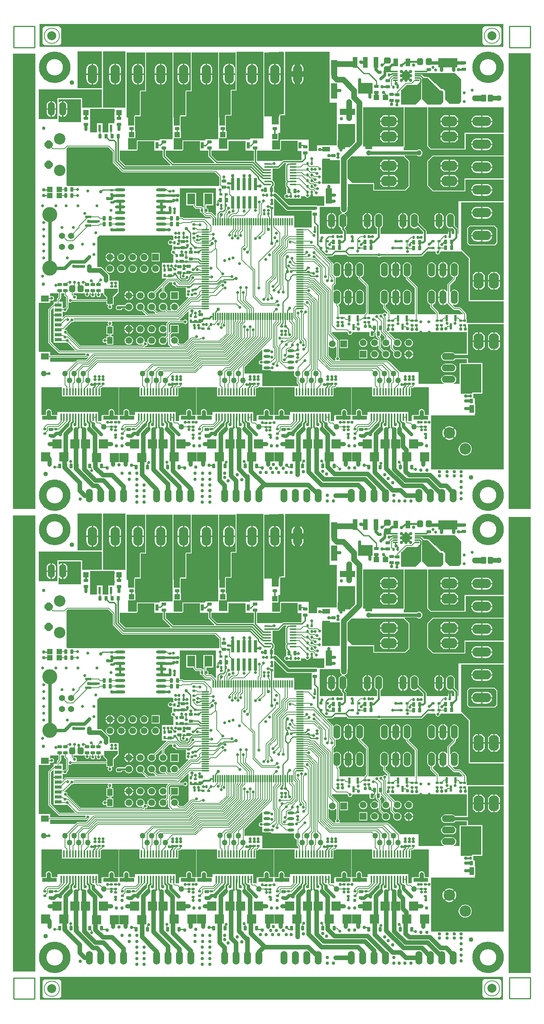
<source format=gtl>
G04 Layer_Physical_Order=1*
G04 Layer_Color=255*
%FSLAX23Y23*%
%MOIN*%
G70*
G01*
G75*
%ADD10C,0.007*%
G04:AMPARAMS|DCode=11|XSize=79mil|YSize=79mil|CornerRadius=39mil|HoleSize=0mil|Usage=FLASHONLY|Rotation=90.000|XOffset=0mil|YOffset=0mil|HoleType=Round|Shape=RoundedRectangle|*
%AMROUNDEDRECTD11*
21,1,0.079,0.000,0,0,90.0*
21,1,0.000,0.079,0,0,90.0*
1,1,0.079,0.000,0.000*
1,1,0.079,0.000,0.000*
1,1,0.079,0.000,0.000*
1,1,0.079,0.000,0.000*
%
%ADD11ROUNDEDRECTD11*%
%ADD12C,0.010*%
%ADD13C,0.065*%
%ADD14R,0.028X0.056*%
%ADD15R,0.197X0.170*%
G04:AMPARAMS|DCode=16|XSize=29mil|YSize=39mil|CornerRadius=6mil|HoleSize=0mil|Usage=FLASHONLY|Rotation=0.000|XOffset=0mil|YOffset=0mil|HoleType=Round|Shape=RoundedRectangle|*
%AMROUNDEDRECTD16*
21,1,0.029,0.028,0,0,0.0*
21,1,0.017,0.039,0,0,0.0*
1,1,0.012,0.009,-0.014*
1,1,0.012,-0.009,-0.014*
1,1,0.012,-0.009,0.014*
1,1,0.012,0.009,0.014*
%
%ADD16ROUNDEDRECTD16*%
G04:AMPARAMS|DCode=17|XSize=22mil|YSize=24mil|CornerRadius=4mil|HoleSize=0mil|Usage=FLASHONLY|Rotation=90.000|XOffset=0mil|YOffset=0mil|HoleType=Round|Shape=RoundedRectangle|*
%AMROUNDEDRECTD17*
21,1,0.022,0.015,0,0,90.0*
21,1,0.013,0.024,0,0,90.0*
1,1,0.009,0.008,0.007*
1,1,0.009,0.008,-0.007*
1,1,0.009,-0.008,-0.007*
1,1,0.009,-0.008,0.007*
%
%ADD17ROUNDEDRECTD17*%
G04:AMPARAMS|DCode=18|XSize=29mil|YSize=39mil|CornerRadius=6mil|HoleSize=0mil|Usage=FLASHONLY|Rotation=90.000|XOffset=0mil|YOffset=0mil|HoleType=Round|Shape=RoundedRectangle|*
%AMROUNDEDRECTD18*
21,1,0.029,0.028,0,0,90.0*
21,1,0.017,0.039,0,0,90.0*
1,1,0.012,0.014,0.009*
1,1,0.012,0.014,-0.009*
1,1,0.012,-0.014,-0.009*
1,1,0.012,-0.014,0.009*
%
%ADD18ROUNDEDRECTD18*%
G04:AMPARAMS|DCode=19|XSize=52mil|YSize=60mil|CornerRadius=13mil|HoleSize=0mil|Usage=FLASHONLY|Rotation=0.000|XOffset=0mil|YOffset=0mil|HoleType=Round|Shape=RoundedRectangle|*
%AMROUNDEDRECTD19*
21,1,0.052,0.034,0,0,0.0*
21,1,0.026,0.060,0,0,0.0*
1,1,0.026,0.013,-0.017*
1,1,0.026,-0.013,-0.017*
1,1,0.026,-0.013,0.017*
1,1,0.026,0.013,0.017*
%
%ADD19ROUNDEDRECTD19*%
%ADD20C,0.050*%
%ADD21O,0.012X0.071*%
%ADD22O,0.071X0.012*%
G04:AMPARAMS|DCode=23|XSize=22mil|YSize=24mil|CornerRadius=4mil|HoleSize=0mil|Usage=FLASHONLY|Rotation=180.000|XOffset=0mil|YOffset=0mil|HoleType=Round|Shape=RoundedRectangle|*
%AMROUNDEDRECTD23*
21,1,0.022,0.015,0,0,180.0*
21,1,0.013,0.024,0,0,180.0*
1,1,0.009,-0.007,0.008*
1,1,0.009,0.007,0.008*
1,1,0.009,0.007,-0.008*
1,1,0.009,-0.007,-0.008*
%
%ADD23ROUNDEDRECTD23*%
%ADD24R,0.130X0.035*%
%ADD25R,0.048X0.048*%
%ADD26O,0.059X0.024*%
%ADD27R,0.055X0.024*%
%ADD28R,0.048X0.048*%
%ADD29O,0.065X0.014*%
G04:AMPARAMS|DCode=30|XSize=40mil|YSize=40mil|CornerRadius=20mil|HoleSize=0mil|Usage=FLASHONLY|Rotation=270.000|XOffset=0mil|YOffset=0mil|HoleType=Round|Shape=RoundedRectangle|*
%AMROUNDEDRECTD30*
21,1,0.040,0.000,0,0,270.0*
21,1,0.000,0.040,0,0,270.0*
1,1,0.040,0.000,0.000*
1,1,0.040,0.000,0.000*
1,1,0.040,0.000,0.000*
1,1,0.040,0.000,0.000*
%
%ADD30ROUNDEDRECTD30*%
G04:AMPARAMS|DCode=31|XSize=40mil|YSize=40mil|CornerRadius=20mil|HoleSize=0mil|Usage=FLASHONLY|Rotation=0.000|XOffset=0mil|YOffset=0mil|HoleType=Round|Shape=RoundedRectangle|*
%AMROUNDEDRECTD31*
21,1,0.040,0.000,0,0,0.0*
21,1,0.000,0.040,0,0,0.0*
1,1,0.040,0.000,0.000*
1,1,0.040,0.000,0.000*
1,1,0.040,0.000,0.000*
1,1,0.040,0.000,0.000*
%
%ADD31ROUNDEDRECTD31*%
%ADD32R,0.091X0.085*%
%ADD33R,0.031X0.024*%
%ADD34R,0.024X0.031*%
%ADD35R,0.035X0.028*%
%ADD36O,0.091X0.024*%
%ADD37R,0.071X0.094*%
%ADD38R,0.024X0.055*%
%ADD39R,0.043X0.067*%
G04:AMPARAMS|DCode=40|XSize=52mil|YSize=60mil|CornerRadius=13mil|HoleSize=0mil|Usage=FLASHONLY|Rotation=90.000|XOffset=0mil|YOffset=0mil|HoleType=Round|Shape=RoundedRectangle|*
%AMROUNDEDRECTD40*
21,1,0.052,0.034,0,0,90.0*
21,1,0.026,0.060,0,0,90.0*
1,1,0.026,0.017,0.013*
1,1,0.026,0.017,-0.013*
1,1,0.026,-0.017,-0.013*
1,1,0.026,-0.017,0.013*
%
%ADD40ROUNDEDRECTD40*%
%ADD41R,0.068X0.075*%
%ADD42R,0.040X0.012*%
%ADD43R,0.035X0.130*%
%ADD44R,0.030X0.110*%
%ADD45R,0.039X0.094*%
%ADD46R,0.128X0.094*%
%ADD47R,0.014X0.035*%
%ADD48R,0.165X0.081*%
%ADD49R,0.079X0.079*%
%ADD50C,0.060*%
%ADD51R,0.024X0.024*%
%ADD52R,0.134X0.055*%
%ADD53R,0.055X0.134*%
%ADD54R,0.028X0.020*%
%ADD55R,0.063X0.126*%
%ADD56R,0.126X0.063*%
%ADD57R,0.024X0.060*%
%ADD58R,0.067X0.043*%
G04:AMPARAMS|DCode=59|XSize=46mil|YSize=63mil|CornerRadius=12mil|HoleSize=0mil|Usage=FLASHONLY|Rotation=180.000|XOffset=0mil|YOffset=0mil|HoleType=Round|Shape=RoundedRectangle|*
%AMROUNDEDRECTD59*
21,1,0.046,0.040,0,0,180.0*
21,1,0.023,0.063,0,0,180.0*
1,1,0.023,-0.012,0.020*
1,1,0.023,0.012,0.020*
1,1,0.023,0.012,-0.020*
1,1,0.023,-0.012,-0.020*
%
%ADD59ROUNDEDRECTD59*%
%ADD60R,0.067X0.055*%
%ADD61R,0.045X0.059*%
%ADD62R,0.059X0.031*%
%ADD63O,0.014X0.067*%
%ADD64R,0.206X0.122*%
%ADD65C,0.008*%
%ADD66C,0.025*%
%ADD67C,0.039*%
%ADD68C,0.015*%
%ADD69C,0.012*%
%ADD70C,0.050*%
%ADD71C,0.040*%
%ADD72C,0.030*%
%ADD73C,0.035*%
%ADD74C,0.024*%
%ADD75C,0.018*%
%ADD76C,0.022*%
%ADD77C,0.020*%
%ADD78C,0.059*%
%ADD79R,0.059X0.059*%
G04:AMPARAMS|DCode=80|XSize=133mil|YSize=83mil|CornerRadius=0mil|HoleSize=0mil|Usage=FLASHONLY|Rotation=180.000|XOffset=0mil|YOffset=0mil|HoleType=Round|Shape=Octagon|*
%AMOCTAGOND80*
4,1,8,-0.067,0.021,-0.067,-0.021,-0.046,-0.042,0.046,-0.042,0.067,-0.021,0.067,0.021,0.046,0.042,-0.046,0.042,-0.067,0.021,0.0*
%
%ADD80OCTAGOND80*%

%ADD81O,0.060X0.120*%
%ADD82C,0.054*%
%ADD83C,0.131*%
%ADD84C,0.100*%
%ADD85P,0.076X8X292.5*%
%ADD86O,0.083X0.165*%
%ADD87O,0.165X0.083*%
%ADD88O,0.120X0.060*%
G04:AMPARAMS|DCode=89|XSize=133mil|YSize=83mil|CornerRadius=0mil|HoleSize=0mil|Usage=FLASHONLY|Rotation=270.000|XOffset=0mil|YOffset=0mil|HoleType=Round|Shape=Octagon|*
%AMOCTAGOND89*
4,1,8,-0.021,-0.067,0.021,-0.067,0.042,-0.046,0.042,0.046,0.021,0.067,-0.021,0.067,-0.042,0.046,-0.042,-0.046,-0.021,-0.067,0.0*
%
%ADD89OCTAGOND89*%

%ADD90C,0.025*%
%ADD91C,0.030*%
%ADD92C,0.045*%
G36*
X235Y282D02*
X235Y282D01*
X41D01*
Y4280D01*
X235D01*
X235Y282D01*
D02*
G37*
G36*
X235Y4334D02*
X235Y4334D01*
X41D01*
Y8325D01*
X235D01*
X235Y4334D01*
D02*
G37*
G36*
X4335Y235D02*
Y36D01*
X276Y36D01*
Y235D01*
X4335Y235D01*
D02*
G37*
G36*
X4579Y270D02*
X4579Y270D01*
X4385D01*
X4385Y4265D01*
X4579D01*
X4579Y270D01*
D02*
G37*
G36*
X4340Y8385D02*
X274D01*
Y8584D01*
X4340D01*
Y8385D01*
D02*
G37*
G36*
X4579Y4335D02*
X4579Y4335D01*
X4385D01*
X4385Y8330D01*
X4579D01*
X4579Y4335D01*
D02*
G37*
%LPC*%
G36*
X440Y213D02*
Y213D01*
X322D01*
Y213D01*
X313Y212D01*
X306Y207D01*
X301Y199D01*
X299Y190D01*
X299D01*
Y72D01*
X299D01*
X301Y63D01*
X306Y56D01*
X313Y51D01*
X322Y49D01*
Y49D01*
X440D01*
Y49D01*
X449Y51D01*
X457Y56D01*
X462Y63D01*
X463Y72D01*
X463D01*
Y190D01*
X463D01*
X462Y199D01*
X457Y207D01*
X449Y212D01*
X440Y213D01*
D02*
G37*
G36*
X4299Y8564D02*
Y8564D01*
X4181D01*
Y8564D01*
X4172Y8563D01*
X4164Y8557D01*
X4159Y8550D01*
X4158Y8541D01*
X4158D01*
Y8423D01*
X4158D01*
X4159Y8414D01*
X4164Y8406D01*
X4172Y8401D01*
X4181Y8400D01*
Y8400D01*
X4299D01*
Y8400D01*
X4308Y8401D01*
X4316Y8406D01*
X4321Y8414D01*
X4322Y8423D01*
X4322D01*
Y8541D01*
X4322D01*
X4321Y8550D01*
X4316Y8557D01*
X4308Y8563D01*
X4299Y8564D01*
D02*
G37*
G36*
X440D02*
Y8564D01*
X322D01*
Y8564D01*
X313Y8563D01*
X306Y8557D01*
X301Y8550D01*
X299Y8541D01*
X299D01*
Y8423D01*
X299D01*
X301Y8414D01*
X306Y8406D01*
X313Y8401D01*
X322Y8400D01*
Y8400D01*
X440D01*
Y8400D01*
X449Y8401D01*
X457Y8406D01*
X462Y8414D01*
X463Y8423D01*
X463D01*
Y8541D01*
X463D01*
X462Y8550D01*
X457Y8557D01*
X449Y8563D01*
X440Y8564D01*
D02*
G37*
G36*
X4299Y216D02*
Y216D01*
X4181D01*
Y216D01*
X4172Y215D01*
X4164Y210D01*
X4159Y202D01*
X4158Y193D01*
X4158D01*
Y75D01*
X4158D01*
X4159Y66D01*
X4164Y59D01*
X4172Y53D01*
X4181Y52D01*
Y52D01*
X4299D01*
Y52D01*
X4308Y53D01*
X4316Y59D01*
X4321Y66D01*
X4322Y75D01*
X4322D01*
Y193D01*
X4322D01*
X4321Y202D01*
X4316Y210D01*
X4308Y215D01*
X4299Y216D01*
D02*
G37*
%LPD*%
G36*
X490Y2161D02*
X490Y2161D01*
X491Y2157D01*
X493Y2153D01*
X505Y2141D01*
Y2056D01*
X499Y2050D01*
X496Y2051D01*
X488Y2049D01*
X482Y2045D01*
X481Y2044D01*
X476Y2045D01*
Y2101D01*
X447D01*
Y2116D01*
X459Y2128D01*
X459Y2128D01*
X461Y2132D01*
X462Y2136D01*
Y2176D01*
X490D01*
Y2161D01*
D02*
G37*
G36*
X636Y3676D02*
X441D01*
Y3733D01*
X446Y3734D01*
X448Y3733D01*
X456Y3726D01*
X466Y3722D01*
X470Y3722D01*
Y3791D01*
Y3861D01*
X466Y3860D01*
X456Y3856D01*
X448Y3850D01*
X446Y3848D01*
X441Y3849D01*
Y3876D01*
X636D01*
Y3676D01*
D02*
G37*
G36*
X1581Y2015D02*
X1581Y1776D01*
X1537Y1732D01*
X1501D01*
X1489Y1744D01*
X1492Y1752D01*
X1493Y1761D01*
X1492Y1771D01*
X1488Y1780D01*
X1482Y1787D01*
X1475Y1793D01*
X1466Y1797D01*
X1456Y1798D01*
X1447Y1797D01*
X1438Y1793D01*
X1430Y1787D01*
X1428Y1784D01*
X1423Y1786D01*
Y1812D01*
X1435Y1825D01*
X1493D01*
Y1898D01*
X1420D01*
Y1840D01*
X1412Y1833D01*
X1408Y1835D01*
Y1902D01*
X1421Y1915D01*
X1535D01*
X1537Y1912D01*
X1543Y1908D01*
X1551Y1906D01*
X1559Y1908D01*
X1565Y1912D01*
X1569Y1918D01*
X1571Y1926D01*
X1569Y1934D01*
X1565Y1940D01*
X1559Y1944D01*
X1551Y1946D01*
X1543Y1944D01*
X1537Y1940D01*
X1535Y1937D01*
X1503D01*
X1501Y1942D01*
X1576Y2017D01*
X1581Y2015D01*
D02*
G37*
G36*
X1480Y1954D02*
X1478Y1952D01*
X575D01*
X574Y1954D01*
X576Y1959D01*
X1477D01*
X1480Y1954D01*
D02*
G37*
G36*
X1994Y3958D02*
X1956D01*
X1953Y3958D01*
X1951Y3956D01*
X1950Y3954D01*
X1949Y3951D01*
Y3738D01*
X1906D01*
X1903Y3738D01*
X1901Y3736D01*
X1900Y3734D01*
X1899Y3731D01*
Y3688D01*
X1899Y3687D01*
Y3687D01*
X1899Y3686D01*
X1900Y3685D01*
X1900Y3685D01*
X1900Y3684D01*
X1900Y3684D01*
X1901Y3681D01*
Y3665D01*
X1900Y3662D01*
X1900Y3662D01*
X1900Y3661D01*
X1900Y3660D01*
X1899Y3660D01*
X1899Y3659D01*
Y3658D01*
X1899Y3658D01*
Y3646D01*
X1851D01*
Y3716D01*
X1848D01*
Y3721D01*
Y3861D01*
Y4286D01*
X1994D01*
Y3958D01*
D02*
G37*
G36*
X1599Y3953D02*
X1561D01*
X1558Y3953D01*
X1556Y3951D01*
X1555Y3949D01*
X1554Y3946D01*
Y3736D01*
X1506D01*
Y3731D01*
X1506Y3731D01*
X1505Y3729D01*
X1504Y3726D01*
Y3646D01*
X1451D01*
Y3716D01*
X1448D01*
Y3721D01*
Y3861D01*
Y4286D01*
X1599D01*
Y3953D01*
D02*
G37*
G36*
X961Y2191D02*
X916Y2146D01*
Y2081D01*
X902D01*
Y2112D01*
X901Y2116D01*
X899Y2120D01*
X895Y2122D01*
X891Y2123D01*
X866D01*
Y2141D01*
X841Y2166D01*
Y2216D01*
X961D01*
Y2191D01*
D02*
G37*
G36*
X2416Y4287D02*
X2416Y3746D01*
X2376D01*
Y3726D01*
X2371D01*
Y3656D01*
X2311D01*
Y3726D01*
X2246D01*
X2243Y3729D01*
Y3866D01*
Y4286D01*
X2411Y4291D01*
X2416Y4287D01*
D02*
G37*
G36*
X1026Y4191D02*
X1026Y3801D01*
X831Y3801D01*
X831Y4281D01*
Y4294D01*
X1026D01*
Y4191D01*
D02*
G37*
G36*
X2906Y3141D02*
X2901Y3136D01*
X2751Y3136D01*
Y3341D01*
X2906Y3341D01*
Y3141D01*
D02*
G37*
G36*
X821Y3971D02*
X606D01*
Y4294D01*
X821D01*
Y3971D01*
D02*
G37*
G36*
X1399Y1925D02*
X1389Y1915D01*
X1386Y1911D01*
X1385Y1907D01*
X1385Y1907D01*
Y1891D01*
X1380Y1888D01*
X1375Y1893D01*
X1366Y1897D01*
X1356Y1898D01*
X1347Y1897D01*
X1338Y1893D01*
X1330Y1887D01*
X1324Y1880D01*
X1321Y1871D01*
X1319Y1861D01*
X1321Y1852D01*
X1324Y1843D01*
X1330Y1835D01*
X1338Y1829D01*
X1347Y1826D01*
X1356Y1824D01*
X1366Y1826D01*
X1375Y1829D01*
X1380Y1834D01*
X1385Y1831D01*
Y1806D01*
X1373Y1794D01*
X1366Y1797D01*
X1356Y1798D01*
X1347Y1797D01*
X1338Y1793D01*
X1330Y1787D01*
X1324Y1780D01*
X1321Y1771D01*
X1319Y1761D01*
X1321Y1752D01*
X1324Y1743D01*
X1330Y1735D01*
X1338Y1729D01*
X1347Y1726D01*
X1356Y1724D01*
X1366Y1726D01*
X1375Y1729D01*
X1382Y1735D01*
X1388Y1743D01*
X1392Y1752D01*
X1393Y1761D01*
X1392Y1771D01*
X1389Y1778D01*
X1396Y1785D01*
X1400Y1783D01*
Y1731D01*
X1400Y1731D01*
X1401Y1726D01*
X1404Y1723D01*
X1419Y1707D01*
X1417Y1702D01*
X1195D01*
X1193Y1707D01*
X1198Y1712D01*
X1201Y1711D01*
X1209Y1713D01*
X1215Y1717D01*
X1219Y1723D01*
X1221Y1731D01*
X1219Y1739D01*
X1215Y1745D01*
X1209Y1749D01*
X1201Y1751D01*
X1196Y1750D01*
X1196Y1750D01*
X1192Y1754D01*
X1193Y1761D01*
X1192Y1771D01*
X1188Y1780D01*
X1182Y1787D01*
X1175Y1793D01*
X1166Y1797D01*
X1156Y1798D01*
X1147Y1797D01*
X1138Y1793D01*
X1130Y1787D01*
X1124Y1780D01*
X1121Y1771D01*
X1119Y1761D01*
X1121Y1752D01*
X1124Y1743D01*
X1130Y1735D01*
X1138Y1729D01*
X1147Y1726D01*
X1156Y1724D01*
X1166Y1726D01*
X1173Y1728D01*
X1177Y1727D01*
X1178Y1726D01*
X1179Y1724D01*
X1171Y1717D01*
X633D01*
X518Y1833D01*
X518Y1836D01*
X517Y1844D01*
X513Y1850D01*
X506Y1854D01*
X499Y1856D01*
X493Y1855D01*
X490Y1859D01*
X553Y1922D01*
X556Y1921D01*
X564Y1923D01*
X570Y1927D01*
X572Y1930D01*
X875D01*
X877Y1926D01*
X877Y1925D01*
X873Y1919D01*
X871Y1911D01*
X873Y1903D01*
X877Y1897D01*
X880Y1895D01*
Y1889D01*
X861D01*
Y1816D01*
X880D01*
Y1799D01*
X861D01*
Y1780D01*
X856Y1778D01*
X854Y1779D01*
X846Y1781D01*
X838Y1779D01*
X832Y1775D01*
X828Y1769D01*
X826Y1761D01*
X828Y1753D01*
X832Y1747D01*
X838Y1743D01*
X846Y1741D01*
X854Y1743D01*
X856Y1745D01*
X861Y1742D01*
Y1726D01*
X921D01*
Y1799D01*
X902D01*
Y1816D01*
X921D01*
Y1889D01*
X902D01*
Y1895D01*
X905Y1897D01*
X909Y1903D01*
X911Y1911D01*
X909Y1919D01*
X905Y1925D01*
X906Y1926D01*
X907Y1930D01*
X1397D01*
X1399Y1925D01*
D02*
G37*
G36*
X916Y3416D02*
Y3324D01*
X916Y3324D01*
X917Y3320D01*
X919Y3316D01*
X996Y3239D01*
X996Y3239D01*
X1000Y3237D01*
X1004Y3236D01*
X1004Y3236D01*
X1810D01*
X1849Y3197D01*
Y3127D01*
X1849Y3127D01*
X1850Y3122D01*
X1851Y3121D01*
X1848Y3116D01*
X521D01*
X511Y3126D01*
Y3445D01*
X521Y3455D01*
X876D01*
X916Y3416D01*
D02*
G37*
G36*
X3620Y4017D02*
X3620Y4017D01*
Y3926D01*
Y3879D01*
X3618Y3877D01*
X3569Y3828D01*
X3444D01*
Y3951D01*
X3494Y4001D01*
X3582D01*
X3610Y4029D01*
X3620D01*
Y4017D01*
D02*
G37*
G36*
X821Y3801D02*
X646D01*
Y3886D01*
X431D01*
Y3706D01*
X426Y3701D01*
X268D01*
Y3961D01*
X821D01*
Y3801D01*
D02*
G37*
G36*
X3925Y4095D02*
X3971Y4049D01*
Y3936D01*
Y3854D01*
X3953Y3836D01*
X3867D01*
X3829Y3874D01*
Y3950D01*
X3813Y3966D01*
X3797D01*
X3691Y4072D01*
X3647D01*
X3624Y4095D01*
Y4103D01*
X3627Y4106D01*
X3914D01*
X3925Y4095D01*
D02*
G37*
G36*
X3672Y4061D02*
X3676D01*
X3703Y4034D01*
X3784Y3953D01*
X3801D01*
X3813Y3941D01*
Y3852D01*
X3789Y3828D01*
X3676D01*
X3627Y3877D01*
Y3926D01*
Y4017D01*
X3627Y4017D01*
X3628Y4022D01*
Y4052D01*
X3627Y4057D01*
X3629Y4060D01*
X3630Y4061D01*
X3671D01*
X3672Y4061D01*
D02*
G37*
G36*
X3407Y3806D02*
X3408Y3806D01*
X3409Y3806D01*
X3466Y3806D01*
X3466Y3461D01*
X3111Y3461D01*
X3111Y3756D01*
Y3806D01*
X3246D01*
X3255Y3807D01*
X3407Y3806D01*
D02*
G37*
G36*
X3041Y3502D02*
X2995Y3456D01*
X2886D01*
Y3466D01*
X2886Y3466D01*
X2888Y3468D01*
X2888Y3471D01*
X2888Y3516D01*
X2891D01*
Y3658D01*
X3041D01*
Y3502D01*
D02*
G37*
G36*
X1680Y3426D02*
X1753D01*
Y3381D01*
X1754Y3376D01*
X1756Y3372D01*
X1808Y3320D01*
X1807Y3315D01*
X1446D01*
X1441Y3320D01*
D01*
X1379Y3382D01*
Y3426D01*
Y3426D01*
X1446Y3426D01*
Y3426D01*
X1525Y3426D01*
X1528Y3429D01*
X1529Y3430D01*
X1531Y3431D01*
X1533Y3433D01*
X1533Y3436D01*
Y3509D01*
X1680D01*
Y3426D01*
D02*
G37*
G36*
X2817Y3846D02*
X2881Y3846D01*
X2881Y3522D01*
X2881Y3471D01*
X2706Y3471D01*
X2706Y3421D01*
X2632D01*
Y3522D01*
X2387D01*
X2382Y3517D01*
Y3437D01*
X2312D01*
Y3517D01*
X2367D01*
Y3517D01*
X2368D01*
Y3579D01*
X2371Y3582D01*
X2382D01*
Y3722D01*
X2383Y3723D01*
X2383Y3726D01*
Y3737D01*
X2426D01*
Y4292D01*
X2817D01*
X2817Y3846D01*
D02*
G37*
G36*
X1841Y3861D02*
Y3721D01*
Y3539D01*
X1841Y3539D01*
X1841Y3539D01*
X1840Y3538D01*
X1840Y3537D01*
X1840Y3537D01*
X1839Y3536D01*
X1839Y3536D01*
X1839Y3535D01*
X1839Y3534D01*
Y3526D01*
X1726D01*
Y3516D01*
X1526D01*
Y3436D01*
X1451D01*
Y3536D01*
X1512D01*
Y3598D01*
X1511D01*
Y3726D01*
X1561D01*
Y3946D01*
X1606D01*
Y4286D01*
X1841D01*
Y3861D01*
D02*
G37*
G36*
X1441D02*
Y3721D01*
Y3526D01*
X1326D01*
Y3516D01*
X1126D01*
Y3436D01*
X1051D01*
Y3536D01*
X1112D01*
Y3598D01*
X1111D01*
Y3726D01*
X1161D01*
Y3946D01*
X1206D01*
Y4286D01*
X1441D01*
Y3861D01*
D02*
G37*
G36*
X2236Y3866D02*
Y3726D01*
Y3531D01*
X2121D01*
Y3521D01*
X1921D01*
Y3441D01*
X1846D01*
Y3534D01*
X1850Y3536D01*
X1912D01*
Y3598D01*
X1906D01*
Y3604D01*
X1907Y3606D01*
X1908Y3611D01*
Y3628D01*
X1907Y3633D01*
X1906Y3634D01*
Y3658D01*
X1907Y3659D01*
X1908Y3664D01*
Y3682D01*
X1907Y3687D01*
X1906Y3688D01*
Y3731D01*
X1956D01*
Y3951D01*
X2001D01*
Y4291D01*
X2236D01*
Y3866D01*
D02*
G37*
G36*
X4344Y3806D02*
Y3581D01*
X4001D01*
Y3441D01*
X3706Y3441D01*
X3681Y3466D01*
Y3806D01*
X4016D01*
X4344Y3806D01*
D02*
G37*
G36*
X3674D02*
Y3466D01*
X3675Y3463D01*
X3676Y3461D01*
X3676Y3461D01*
X3701Y3436D01*
X3701Y3436D01*
X3703Y3435D01*
X3706Y3434D01*
X4001Y3434D01*
X4004Y3435D01*
X4006Y3436D01*
X4006Y3436D01*
X4011D01*
Y3571D01*
X4344D01*
Y3383D01*
X3868Y3383D01*
X3866Y3384D01*
X3865Y3383D01*
X3778D01*
X3776Y3384D01*
X3775Y3383D01*
X3726D01*
X3723Y3383D01*
X3721Y3381D01*
X3676Y3336D01*
X3675Y3334D01*
X3674Y3331D01*
X3674Y3121D01*
X3675Y3118D01*
X3676Y3116D01*
X3676Y3116D01*
X3716Y3076D01*
X3721Y3071D01*
X3723Y3070D01*
X3726Y3069D01*
X3775D01*
X3776Y3069D01*
X3778Y3069D01*
X3865Y3069D01*
X3866Y3069D01*
X3868Y3069D01*
X4001D01*
X4004Y3070D01*
X4006Y3071D01*
X4008Y3073D01*
X4008Y3076D01*
Y3171D01*
X4344D01*
Y2981D01*
X3946D01*
Y2696D01*
X3940D01*
Y2736D01*
X3939Y2741D01*
X3936Y2746D01*
X3911Y2770D01*
X3912Y2771D01*
X3913Y2781D01*
Y2841D01*
X3912Y2851D01*
X3908Y2860D01*
X3902Y2867D01*
X3894Y2873D01*
X3885Y2877D01*
X3876Y2878D01*
X3866Y2877D01*
X3857Y2873D01*
X3849Y2867D01*
X3843Y2860D01*
X3840Y2851D01*
X3838Y2841D01*
Y2781D01*
X3840Y2771D01*
X3843Y2762D01*
X3849Y2755D01*
X3857Y2749D01*
X3866Y2745D01*
X3876Y2744D01*
X3885Y2745D01*
X3892Y2748D01*
X3910Y2730D01*
Y2696D01*
X3885D01*
Y2721D01*
X3884Y2726D01*
X3881Y2731D01*
X3876Y2734D01*
X3870Y2735D01*
X3865Y2734D01*
X3860Y2731D01*
X3856Y2726D01*
X3855Y2721D01*
Y2696D01*
X3665D01*
Y2721D01*
X3664Y2726D01*
X3661Y2731D01*
X3597Y2794D01*
Y2841D01*
X3596Y2850D01*
X3592Y2859D01*
X3587Y2867D01*
X3579Y2873D01*
X3570Y2877D01*
X3560Y2878D01*
X3550Y2877D01*
X3541Y2873D01*
X3534Y2867D01*
X3528Y2859D01*
X3524Y2850D01*
X3523Y2841D01*
Y2781D01*
X3524Y2771D01*
X3528Y2762D01*
X3534Y2754D01*
X3541Y2748D01*
X3550Y2745D01*
X3560Y2743D01*
X3570Y2745D01*
X3579Y2748D01*
X3587Y2754D01*
X3588Y2756D01*
X3593Y2757D01*
X3635Y2715D01*
Y2696D01*
X3262D01*
Y2747D01*
X3266Y2748D01*
X3273Y2754D01*
X3279Y2762D01*
X3283Y2771D01*
X3284Y2781D01*
Y2841D01*
X3283Y2850D01*
X3279Y2859D01*
X3273Y2867D01*
X3266Y2873D01*
X3257Y2877D01*
X3247Y2878D01*
X3237Y2877D01*
X3228Y2873D01*
X3221Y2867D01*
X3215Y2859D01*
X3211Y2850D01*
X3210Y2841D01*
Y2781D01*
X3211Y2771D01*
X3215Y2762D01*
X3221Y2754D01*
X3228Y2748D01*
X3232Y2747D01*
Y2696D01*
X2964D01*
Y2721D01*
X2963Y2727D01*
X2960Y2732D01*
X2949Y2742D01*
X2950Y2748D01*
X2951Y2748D01*
X2958Y2754D01*
X2964Y2762D01*
X2968Y2771D01*
X2969Y2781D01*
Y2841D01*
X2968Y2850D01*
X2964Y2859D01*
X2958Y2867D01*
X2951Y2873D01*
X2947Y2875D01*
X2948Y2880D01*
X2949Y2880D01*
X2957Y2883D01*
X2964Y2888D01*
X2969Y2895D01*
X2972Y2903D01*
X2973Y2911D01*
Y2931D01*
X2976D01*
Y2981D01*
Y3131D01*
X3201D01*
Y3076D01*
X3231D01*
X3233Y3075D01*
X3241Y3074D01*
X3250Y3075D01*
X3251Y3076D01*
X3326D01*
X3328Y3075D01*
X3336Y3074D01*
X3345Y3075D01*
X3346Y3076D01*
X3421D01*
X3423Y3075D01*
X3431Y3074D01*
X3440Y3075D01*
X3441Y3076D01*
X3478D01*
X3481Y3077D01*
X3483Y3078D01*
X3516Y3111D01*
X3518Y3113D01*
X3518Y3116D01*
X3518Y3331D01*
X3518Y3334D01*
X3516Y3336D01*
X3474Y3379D01*
X3476Y3384D01*
X3582D01*
X3586Y3380D01*
X3593Y3377D01*
X3601Y3376D01*
X3609Y3377D01*
X3616Y3380D01*
X3622Y3385D01*
X3627Y3391D01*
X3630Y3398D01*
X3631Y3406D01*
X3630Y3414D01*
X3627Y3421D01*
X3622Y3427D01*
X3616Y3432D01*
X3609Y3435D01*
X3601Y3436D01*
X3593Y3435D01*
X3586Y3432D01*
X3582Y3429D01*
X3465D01*
Y3454D01*
X3466D01*
X3469Y3455D01*
X3471Y3456D01*
X3473Y3458D01*
X3473Y3461D01*
X3473Y3806D01*
X3674Y3806D01*
D02*
G37*
G36*
X4344Y2116D02*
X4046D01*
Y2126D01*
Y2481D01*
Y2486D01*
X4026Y2506D01*
X3971Y2561D01*
Y2616D01*
Y2951D01*
Y2971D01*
X4344D01*
Y2116D01*
D02*
G37*
G36*
X1281Y3426D02*
X1353Y3426D01*
Y3376D01*
X1354Y3371D01*
X1356Y3367D01*
X1422Y3301D01*
X1421Y3296D01*
X1025D01*
X976Y3345D01*
Y3426D01*
X1126Y3426D01*
X1131Y3431D01*
X1131Y3431D01*
X1133Y3433D01*
X1133Y3436D01*
Y3509D01*
X1281D01*
Y3426D01*
D02*
G37*
G36*
X1199Y3953D02*
X1161D01*
X1158Y3953D01*
X1156Y3951D01*
X1155Y3949D01*
X1154Y3946D01*
Y3736D01*
X1106D01*
Y3731D01*
X1106Y3731D01*
X1105Y3729D01*
X1104Y3726D01*
Y3646D01*
X1051D01*
Y3716D01*
X1036D01*
Y3751D01*
Y3856D01*
Y4286D01*
X1199D01*
Y3953D01*
D02*
G37*
G36*
X440Y2141D02*
X428Y2129D01*
X426Y2125D01*
X425Y2121D01*
X425Y2121D01*
Y2101D01*
X396D01*
Y2091D01*
Y2082D01*
X395Y2081D01*
X395Y2081D01*
X353Y2039D01*
X351Y2035D01*
X350Y2031D01*
X350Y2031D01*
Y1746D01*
X350Y1746D01*
X351Y1742D01*
X353Y1738D01*
X372Y1719D01*
D01*
X438Y1653D01*
X438Y1653D01*
X442Y1651D01*
X446Y1650D01*
X446Y1650D01*
X677D01*
X679Y1645D01*
X678Y1644D01*
X676Y1636D01*
X674Y1633D01*
X366D01*
Y1661D01*
X268D01*
Y2091D01*
X366D01*
Y2112D01*
X371Y2114D01*
X373Y2113D01*
X381Y2111D01*
X389Y2113D01*
X395Y2117D01*
X399Y2123D01*
X401Y2131D01*
X399Y2139D01*
X395Y2145D01*
X389Y2149D01*
X381Y2151D01*
X373Y2149D01*
X371Y2148D01*
X366Y2151D01*
Y2176D01*
X440D01*
Y2141D01*
D02*
G37*
G36*
X2081Y3425D02*
X2154Y3425D01*
Y3335D01*
X2016Y3335D01*
X1831Y3335D01*
X1779Y3387D01*
Y3425D01*
X1926Y3425D01*
X1931Y3430D01*
Y3510D01*
X2081D01*
Y3425D01*
D02*
G37*
G36*
X2536Y3426D02*
Y3421D01*
X2571Y3421D01*
X2571Y3342D01*
X2571Y3342D01*
X2414D01*
X2408Y3341D01*
X2404Y3338D01*
X2402Y3336D01*
X2180Y3336D01*
Y3426D01*
X2381Y3426D01*
X2386Y3431D01*
Y3432D01*
X2387Y3432D01*
X2388Y3434D01*
X2389Y3437D01*
Y3511D01*
X2536D01*
Y3426D01*
D02*
G37*
G36*
X931Y3666D02*
X876D01*
Y3586D01*
X826D01*
Y3666D01*
X776D01*
Y3586D01*
X716D01*
Y3791D01*
X931D01*
Y3666D01*
D02*
G37*
G36*
X834Y2166D02*
X835Y2163D01*
X836Y2161D01*
X859Y2138D01*
Y2123D01*
X598D01*
X596Y2128D01*
X599Y2133D01*
X601Y2141D01*
X599Y2149D01*
X595Y2155D01*
X589Y2159D01*
X581Y2161D01*
X578Y2160D01*
X570Y2168D01*
Y2176D01*
X669D01*
X672Y2171D01*
X671Y2166D01*
X673Y2158D01*
X677Y2152D01*
X683Y2148D01*
X691Y2146D01*
X699Y2148D01*
X705Y2152D01*
X709Y2158D01*
X711Y2166D01*
X710Y2171D01*
X713Y2176D01*
X722D01*
X724Y2171D01*
X723Y2169D01*
X721Y2161D01*
X723Y2153D01*
X727Y2147D01*
X733Y2143D01*
X741Y2141D01*
X749Y2143D01*
X755Y2147D01*
X759Y2153D01*
X761Y2161D01*
X759Y2169D01*
X758Y2171D01*
X761Y2176D01*
X772D01*
X774Y2171D01*
X773Y2169D01*
X771Y2161D01*
X773Y2153D01*
X777Y2147D01*
X783Y2143D01*
X791Y2141D01*
X799Y2143D01*
X805Y2147D01*
X809Y2153D01*
X811Y2161D01*
X809Y2169D01*
X808Y2171D01*
X811Y2176D01*
X834D01*
Y2166D01*
D02*
G37*
G36*
X4146Y1541D02*
Y1306D01*
X4066D01*
Y1296D01*
X3966D01*
Y1556D01*
X4146D01*
Y1541D01*
D02*
G37*
G36*
X396Y2044D02*
Y1741D01*
X520D01*
X584Y1677D01*
X582Y1672D01*
X451D01*
X387Y1736D01*
X372Y1751D01*
Y2026D01*
X391Y2046D01*
X396Y2044D01*
D02*
G37*
G36*
X4344Y631D02*
X3716Y631D01*
X3706Y631D01*
Y656D01*
Y1037D01*
X3707Y1038D01*
X3708Y1046D01*
X3707Y1054D01*
X3706Y1055D01*
Y1106D01*
X4091D01*
Y1121D01*
X4093D01*
Y1202D01*
X4091D01*
Y1256D01*
X4076D01*
Y1295D01*
X4081Y1296D01*
X4081Y1296D01*
X4156D01*
Y1566D01*
X4031D01*
Y1906D01*
X4344D01*
Y631D01*
D02*
G37*
G36*
X2511Y1271D02*
X2851D01*
X2851Y1345D01*
X2861D01*
X2861Y1345D01*
X2865Y1346D01*
X2869Y1348D01*
X2872Y1351D01*
X3006D01*
X3006Y1266D01*
Y1110D01*
X2969D01*
Y1136D01*
X2967Y1146D01*
X2961Y1154D01*
X2953Y1159D01*
X2944Y1161D01*
X2934Y1159D01*
X2926Y1154D01*
X2921Y1146D01*
X2919Y1136D01*
Y1110D01*
X2864D01*
Y1106D01*
X2856D01*
Y1056D01*
X2826D01*
Y1136D01*
X2471D01*
Y1110D01*
X2419D01*
Y1136D01*
X2417Y1146D01*
X2411Y1154D01*
X2403Y1159D01*
X2394Y1161D01*
X2384Y1159D01*
X2376Y1154D01*
X2371Y1146D01*
X2369Y1136D01*
Y1110D01*
X2331D01*
Y1351D01*
X2511D01*
Y1271D01*
D02*
G37*
G36*
X3191D02*
X3531D01*
X3531Y1345D01*
X3541D01*
X3541Y1345D01*
X3545Y1346D01*
X3549Y1348D01*
X3552Y1351D01*
X3686D01*
X3686Y1266D01*
Y1110D01*
X3649D01*
Y1136D01*
X3647Y1146D01*
X3641Y1154D01*
X3633Y1159D01*
X3624Y1161D01*
X3614Y1159D01*
X3606Y1154D01*
X3601Y1146D01*
X3599Y1136D01*
Y1110D01*
X3544D01*
Y1106D01*
X3536D01*
Y1056D01*
X3506D01*
Y1136D01*
X3151D01*
Y1110D01*
X3099D01*
Y1136D01*
X3097Y1146D01*
X3091Y1154D01*
X3083Y1159D01*
X3074Y1161D01*
X3064Y1159D01*
X3056Y1154D01*
X3051Y1146D01*
X3049Y1136D01*
Y1110D01*
X3011D01*
Y1351D01*
X3191D01*
Y1271D01*
D02*
G37*
G36*
X1819Y3096D02*
X1819Y2856D01*
X1814Y2854D01*
X1786Y2882D01*
X1783Y2885D01*
X1778Y2885D01*
X1778Y2885D01*
X1755D01*
X1752Y2890D01*
X1753Y2894D01*
Y2909D01*
X1752Y2913D01*
X1749Y2917D01*
X1746Y2919D01*
X1741Y2920D01*
X1735D01*
Y2947D01*
X1796D01*
Y3055D01*
X1711D01*
Y2947D01*
X1712D01*
Y2930D01*
X1707Y2928D01*
X1701Y2935D01*
X1697Y2937D01*
X1693Y2938D01*
X1693Y2938D01*
X1652D01*
X1648Y2943D01*
X1646Y2947D01*
Y3055D01*
X1561D01*
Y2947D01*
X1622D01*
Y2941D01*
X1622Y2941D01*
X1623Y2937D01*
X1626Y2933D01*
X1640Y2919D01*
X1640Y2919D01*
X1643Y2917D01*
X1648Y2916D01*
X1648Y2916D01*
X1677D01*
X1680Y2911D01*
X1679Y2909D01*
Y2894D01*
X1680Y2889D01*
X1683Y2885D01*
X1687Y2883D01*
X1691Y2882D01*
X1692D01*
X1693Y2880D01*
X1725Y2848D01*
X1725Y2848D01*
X1728Y2846D01*
X1732Y2845D01*
X1732Y2845D01*
X1769D01*
X1778Y2836D01*
X1776Y2831D01*
X1727Y2831D01*
X1724Y2833D01*
X1720Y2834D01*
X1720Y2834D01*
X1539D01*
X1534Y2839D01*
X1530Y2841D01*
X1526Y2842D01*
X1526Y2842D01*
X1505D01*
Y2845D01*
X1504Y2850D01*
X1504Y2850D01*
X1504Y3096D01*
X1819Y3096D01*
D02*
G37*
G36*
X696Y1616D02*
X699Y1617D01*
X701Y1612D01*
X683Y1593D01*
X607D01*
X607Y1593D01*
X603Y1592D01*
X599Y1590D01*
X585Y1576D01*
X368D01*
X366Y1581D01*
X366Y1581D01*
Y1611D01*
X682D01*
X682Y1611D01*
X686Y1612D01*
X690Y1614D01*
X693Y1617D01*
X696Y1616D01*
D02*
G37*
G36*
X1446Y2676D02*
Y2642D01*
X1437D01*
Y2642D01*
X1432Y2640D01*
X1430Y2642D01*
X1421Y2644D01*
X1413Y2642D01*
X1405Y2637D01*
X1400Y2630D01*
X1399Y2621D01*
X1400Y2613D01*
X1405Y2605D01*
X1413Y2600D01*
X1421Y2599D01*
X1430Y2600D01*
X1432Y2602D01*
X1435Y2601D01*
X1437Y2597D01*
Y2595D01*
X1437D01*
Y2554D01*
X1432Y2550D01*
X1428Y2544D01*
X1426Y2536D01*
X1428Y2528D01*
X1432Y2522D01*
X1438Y2518D01*
X1446Y2516D01*
Y2441D01*
X1346D01*
Y2376D01*
Y2306D01*
X1384D01*
X1386Y2301D01*
X1273Y2189D01*
X1266Y2192D01*
X1256Y2193D01*
X1247Y2192D01*
X1238Y2188D01*
X1230Y2182D01*
X1224Y2175D01*
X1221Y2166D01*
X1219Y2156D01*
X1221Y2147D01*
X1224Y2138D01*
X1230Y2130D01*
X1238Y2124D01*
X1247Y2121D01*
X1256Y2119D01*
X1266Y2121D01*
X1275Y2124D01*
X1282Y2130D01*
X1288Y2138D01*
X1292Y2147D01*
X1293Y2156D01*
X1292Y2166D01*
X1289Y2173D01*
X1340Y2224D01*
X1345Y2222D01*
Y2191D01*
X1338Y2188D01*
X1330Y2182D01*
X1324Y2175D01*
X1321Y2166D01*
X1319Y2156D01*
X1321Y2147D01*
X1324Y2138D01*
X1330Y2130D01*
X1338Y2124D01*
X1347Y2121D01*
X1356Y2119D01*
X1366Y2121D01*
X1375Y2124D01*
X1382Y2130D01*
X1388Y2138D01*
X1392Y2147D01*
X1393Y2156D01*
X1392Y2166D01*
X1388Y2175D01*
X1382Y2182D01*
X1375Y2188D01*
X1367Y2191D01*
Y2230D01*
X1410Y2273D01*
X1436D01*
X1438Y2269D01*
X1438Y2268D01*
X1436Y2261D01*
X1438Y2253D01*
X1442Y2247D01*
X1448Y2243D01*
X1456Y2241D01*
X1458Y2242D01*
X1472Y2227D01*
X1476Y2225D01*
X1481Y2224D01*
X1556D01*
Y2176D01*
Y2141D01*
X1576D01*
X1578Y2136D01*
X1498Y2056D01*
X1493Y2058D01*
X1492Y2066D01*
X1488Y2075D01*
X1482Y2082D01*
X1475Y2088D01*
X1466Y2092D01*
X1456Y2093D01*
X1447Y2092D01*
X1438Y2088D01*
X1430Y2082D01*
X1424Y2075D01*
X1421Y2066D01*
X1419Y2056D01*
X1421Y2047D01*
X1424Y2038D01*
X1429Y2032D01*
X1426Y2027D01*
X1401D01*
X1389Y2039D01*
X1392Y2047D01*
X1393Y2056D01*
X1392Y2066D01*
X1388Y2075D01*
X1382Y2082D01*
X1375Y2088D01*
X1366Y2092D01*
X1356Y2093D01*
X1347Y2092D01*
X1338Y2088D01*
X1330Y2082D01*
X1324Y2075D01*
X1321Y2066D01*
X1319Y2056D01*
X1321Y2047D01*
X1324Y2038D01*
X1330Y2030D01*
X1338Y2024D01*
X1347Y2021D01*
X1356Y2019D01*
X1366Y2021D01*
X1373Y2023D01*
X1380Y2016D01*
X1378Y2012D01*
X1311D01*
X1287Y2036D01*
X1288Y2038D01*
X1292Y2047D01*
X1293Y2056D01*
X1292Y2066D01*
X1288Y2075D01*
X1282Y2082D01*
X1275Y2088D01*
X1266Y2092D01*
X1256Y2093D01*
X1247Y2092D01*
X1238Y2088D01*
X1230Y2082D01*
X1224Y2075D01*
X1221Y2066D01*
X1219Y2056D01*
X1221Y2047D01*
X1224Y2038D01*
X1230Y2030D01*
X1238Y2024D01*
X1247Y2021D01*
X1256Y2019D01*
X1266Y2021D01*
X1269Y2022D01*
X1290Y2001D01*
X1288Y1997D01*
X1226D01*
X1187Y2036D01*
X1188Y2038D01*
X1192Y2047D01*
X1193Y2056D01*
X1192Y2066D01*
X1188Y2075D01*
X1182Y2082D01*
X1175Y2088D01*
X1166Y2092D01*
X1156Y2093D01*
X1147Y2092D01*
X1138Y2088D01*
X1130Y2082D01*
X1124Y2075D01*
X1121Y2066D01*
X1119Y2056D01*
X1121Y2047D01*
X1124Y2038D01*
X1130Y2030D01*
X1138Y2024D01*
X1147Y2021D01*
X1156Y2019D01*
X1166Y2021D01*
X1169Y2022D01*
X1205Y1986D01*
X1203Y1982D01*
X501D01*
X496Y1981D01*
X493Y1979D01*
X493Y1979D01*
X481Y1967D01*
X476Y1968D01*
Y2017D01*
X481Y2018D01*
X482Y2017D01*
X488Y2013D01*
X496Y2011D01*
X504Y2013D01*
X510Y2017D01*
X514Y2023D01*
X516Y2031D01*
X515Y2034D01*
X524Y2043D01*
X524Y2043D01*
X526Y2047D01*
X527Y2051D01*
X527Y2051D01*
Y2093D01*
X532Y2095D01*
X534Y2094D01*
X542Y2092D01*
X550Y2094D01*
X556Y2098D01*
X558Y2101D01*
X861D01*
Y2076D01*
X876D01*
X878Y2071D01*
X877Y2070D01*
X873Y2064D01*
X871Y2056D01*
X873Y2048D01*
X877Y2042D01*
X883Y2038D01*
X891Y2036D01*
X899Y2038D01*
X905Y2042D01*
X909Y2048D01*
X911Y2056D01*
X909Y2064D01*
X906Y2069D01*
X907Y2073D01*
X908Y2074D01*
X916D01*
X919Y2075D01*
X920Y2076D01*
X921D01*
Y2076D01*
X921Y2076D01*
X923Y2078D01*
X923Y2081D01*
Y2143D01*
X927Y2146D01*
X931Y2144D01*
Y2146D01*
X966Y2181D01*
Y2186D01*
X966Y2186D01*
X968Y2188D01*
X968Y2191D01*
Y2216D01*
X968Y2219D01*
X966Y2221D01*
X966Y2221D01*
Y2281D01*
X961Y2286D01*
X886D01*
Y2336D01*
X871Y2351D01*
X816Y2406D01*
X781D01*
Y2666D01*
X796Y2681D01*
X1441D01*
X1446Y2676D01*
D02*
G37*
G36*
X4036Y2481D02*
Y2106D01*
X4344D01*
Y1916D01*
X4020D01*
X4019Y1918D01*
X4018Y1921D01*
X4019Y1924D01*
X4020Y1928D01*
Y1942D01*
X4019Y1946D01*
X4017Y1950D01*
X4016Y1950D01*
Y1991D01*
X4012D01*
Y1996D01*
X4012Y1996D01*
X4011Y2000D01*
X4009Y2004D01*
X4009Y2004D01*
X3964Y2049D01*
X3960Y2051D01*
X3956Y2052D01*
X3956Y2052D01*
X3916D01*
X3896Y2072D01*
X3899Y2076D01*
X3901Y2075D01*
X3911Y2074D01*
X3921Y2075D01*
X3930Y2079D01*
X3937Y2085D01*
X3943Y2092D01*
X3947Y2101D01*
X3948Y2111D01*
Y2171D01*
X3947Y2181D01*
X3943Y2190D01*
X3937Y2197D01*
X3930Y2203D01*
X3921Y2207D01*
X3911Y2208D01*
X3901Y2207D01*
X3892Y2203D01*
X3885Y2197D01*
X3879Y2190D01*
X3877Y2186D01*
X3872Y2187D01*
Y2246D01*
X3919Y2293D01*
X3919Y2293D01*
X3921Y2297D01*
X3922Y2301D01*
X3922Y2301D01*
Y2316D01*
X3930Y2319D01*
X3937Y2325D01*
X3943Y2332D01*
X3947Y2341D01*
X3948Y2351D01*
Y2411D01*
X3947Y2421D01*
X3943Y2430D01*
X3937Y2437D01*
X3930Y2443D01*
X3921Y2447D01*
X3911Y2448D01*
X3901Y2447D01*
X3892Y2443D01*
X3885Y2437D01*
X3879Y2430D01*
X3875Y2421D01*
X3874Y2411D01*
Y2351D01*
X3875Y2341D01*
X3879Y2332D01*
X3885Y2325D01*
X3892Y2319D01*
X3900Y2316D01*
Y2306D01*
X3853Y2259D01*
X3851Y2255D01*
X3850Y2251D01*
X3850Y2251D01*
Y2194D01*
X3845Y2193D01*
X3840Y2200D01*
X3831Y2206D01*
X3822Y2210D01*
X3817Y2211D01*
Y2141D01*
Y2072D01*
X3822Y2072D01*
X3831Y2076D01*
X3840Y2083D01*
X3845Y2090D01*
X3850Y2089D01*
X3850Y2089D01*
X3851Y2087D01*
X3853Y2083D01*
X3903Y2033D01*
X3903Y2033D01*
X3907Y2031D01*
X3911Y2030D01*
X3911Y2030D01*
X3951D01*
X3985Y1996D01*
X3983Y1991D01*
X3937D01*
Y1993D01*
X3900D01*
Y1991D01*
X3863D01*
Y1993D01*
X3825D01*
Y1991D01*
X3772D01*
Y2006D01*
X3772Y2006D01*
X3771Y2010D01*
X3769Y2014D01*
X3769Y2014D01*
X3722Y2061D01*
Y2076D01*
X3730Y2079D01*
X3737Y2085D01*
X3743Y2092D01*
X3747Y2101D01*
X3748Y2111D01*
Y2171D01*
X3747Y2181D01*
X3743Y2190D01*
X3737Y2197D01*
X3730Y2203D01*
X3721Y2207D01*
X3711Y2208D01*
X3701Y2207D01*
X3692Y2203D01*
X3685Y2197D01*
X3679Y2190D01*
X3675Y2181D01*
X3674Y2171D01*
Y2111D01*
X3675Y2101D01*
X3679Y2092D01*
X3685Y2085D01*
X3692Y2079D01*
X3700Y2076D01*
Y2056D01*
X3700Y2056D01*
X3701Y2052D01*
X3703Y2048D01*
X3750Y2001D01*
Y1991D01*
X3586D01*
Y2227D01*
X3585Y2231D01*
X3583Y2235D01*
X3583Y2235D01*
X3507Y2311D01*
Y2316D01*
X3515Y2319D01*
X3522Y2325D01*
X3528Y2332D01*
X3532Y2341D01*
X3533Y2351D01*
Y2411D01*
X3532Y2421D01*
X3528Y2430D01*
X3522Y2437D01*
X3515Y2443D01*
X3506Y2447D01*
X3496Y2448D01*
X3486Y2447D01*
X3477Y2443D01*
X3470Y2437D01*
X3464Y2430D01*
X3460Y2421D01*
X3459Y2411D01*
Y2351D01*
X3460Y2341D01*
X3464Y2332D01*
X3470Y2325D01*
X3477Y2319D01*
X3485Y2316D01*
Y2306D01*
X3485Y2306D01*
X3486Y2302D01*
X3488Y2298D01*
X3564Y2223D01*
Y1991D01*
X3511D01*
Y1992D01*
X3474D01*
Y1991D01*
X3436D01*
Y1992D01*
X3399D01*
Y1991D01*
X3346D01*
Y2012D01*
X3346Y2012D01*
X3345Y2016D01*
X3343Y2020D01*
X3307Y2056D01*
Y2076D01*
X3315Y2079D01*
X3322Y2085D01*
X3328Y2092D01*
X3332Y2101D01*
X3333Y2111D01*
Y2171D01*
X3332Y2181D01*
X3328Y2190D01*
X3322Y2197D01*
X3315Y2203D01*
X3306Y2207D01*
X3296Y2208D01*
X3286Y2207D01*
X3277Y2203D01*
X3270Y2197D01*
X3264Y2190D01*
X3260Y2181D01*
X3259Y2171D01*
Y2111D01*
X3260Y2101D01*
X3264Y2092D01*
X3270Y2085D01*
X3277Y2079D01*
X3285Y2076D01*
Y2051D01*
X3285Y2051D01*
X3286Y2047D01*
X3288Y2043D01*
X3324Y2008D01*
Y1996D01*
X3319Y1995D01*
X3315Y2000D01*
X3309Y2004D01*
X3301Y2006D01*
X3293Y2004D01*
X3287Y2000D01*
X3283Y1994D01*
X3283Y1994D01*
X3277Y1992D01*
X3274Y1994D01*
X3266Y1996D01*
X3258Y1994D01*
X3253Y1991D01*
X3159D01*
X3156Y1996D01*
X3156Y1997D01*
X3157Y2001D01*
X3157Y2001D01*
Y2241D01*
X3157Y2241D01*
X3156Y2245D01*
X3154Y2249D01*
X3154Y2249D01*
X3092Y2311D01*
Y2316D01*
X3100Y2319D01*
X3107Y2325D01*
X3113Y2332D01*
X3117Y2341D01*
X3118Y2351D01*
Y2411D01*
X3117Y2421D01*
X3113Y2430D01*
X3107Y2437D01*
X3100Y2443D01*
X3091Y2447D01*
X3081Y2448D01*
X3071Y2447D01*
X3062Y2443D01*
X3055Y2437D01*
X3049Y2430D01*
X3045Y2421D01*
X3044Y2411D01*
Y2351D01*
X3045Y2341D01*
X3049Y2332D01*
X3055Y2325D01*
X3062Y2319D01*
X3070Y2316D01*
Y2306D01*
X3070Y2306D01*
X3071Y2302D01*
X3073Y2298D01*
X3135Y2236D01*
Y2006D01*
X3120Y1991D01*
X2902D01*
Y2056D01*
X2901Y2060D01*
X2899Y2064D01*
X2899Y2064D01*
X2892Y2071D01*
Y2076D01*
X2900Y2079D01*
X2907Y2085D01*
X2913Y2092D01*
X2917Y2101D01*
X2918Y2111D01*
Y2171D01*
X2917Y2181D01*
X2913Y2190D01*
X2907Y2197D01*
X2900Y2203D01*
X2891Y2207D01*
X2881Y2208D01*
X2871Y2207D01*
X2862Y2203D01*
X2856Y2199D01*
X2851Y2201D01*
Y2239D01*
X2868Y2255D01*
X2868Y2255D01*
X2870Y2259D01*
X2871Y2263D01*
X2871Y2263D01*
Y2309D01*
X2871Y2310D01*
X2874Y2315D01*
X2881Y2314D01*
X2891Y2315D01*
X2900Y2319D01*
X2907Y2325D01*
X2913Y2332D01*
X2917Y2341D01*
X2918Y2351D01*
Y2411D01*
X2917Y2421D01*
X2913Y2430D01*
X2907Y2437D01*
X2900Y2443D01*
X2891Y2447D01*
X2881Y2448D01*
X2871Y2447D01*
X2862Y2443D01*
X2855Y2437D01*
X2851Y2432D01*
X2846Y2434D01*
Y2437D01*
X2846Y2437D01*
X2845Y2441D01*
X2843Y2444D01*
X2843Y2444D01*
X2840Y2447D01*
X2840Y2447D01*
X2794Y2493D01*
X2796Y2498D01*
X2836D01*
X2841Y2499D01*
X2845Y2502D01*
X2855Y2511D01*
X2967D01*
X2977Y2502D01*
X2981Y2499D01*
X2986Y2498D01*
X3237D01*
X3237Y2497D01*
X3243Y2493D01*
X3251Y2491D01*
X3259Y2493D01*
X3265Y2497D01*
X3266Y2498D01*
X3621D01*
X3626Y2499D01*
X3630Y2502D01*
X3669Y2541D01*
X3743D01*
X3746Y2537D01*
X3746Y2536D01*
X3748Y2528D01*
X3752Y2522D01*
X3758Y2518D01*
X3766Y2516D01*
X3774Y2518D01*
X3780Y2522D01*
X3784Y2528D01*
X3786Y2536D01*
X3786Y2536D01*
X3790Y2541D01*
X3976D01*
X4036Y2481D01*
D02*
G37*
G36*
X2909Y2911D02*
X2910Y2903D01*
X2913Y2895D01*
X2918Y2888D01*
X2925Y2883D01*
X2927Y2882D01*
X2926Y2877D01*
X2922Y2877D01*
X2913Y2873D01*
X2906Y2867D01*
X2900Y2859D01*
X2896Y2850D01*
X2895Y2841D01*
Y2781D01*
X2896Y2771D01*
X2900Y2762D01*
X2906Y2754D01*
X2913Y2748D01*
X2917Y2747D01*
Y2738D01*
X2918Y2733D01*
X2922Y2728D01*
X2934Y2715D01*
Y2696D01*
X2731D01*
Y2801D01*
Y2931D01*
X2902Y2931D01*
X2909D01*
Y2911D01*
D02*
G37*
G36*
X2815Y1705D02*
X2823Y1699D01*
X2832Y1696D01*
X2841Y1694D01*
X2851Y1696D01*
X2860Y1699D01*
X2867Y1705D01*
X2870Y1709D01*
X2875Y1707D01*
Y1617D01*
X2872Y1615D01*
X2868Y1609D01*
X2866Y1601D01*
X2868Y1593D01*
X2869Y1592D01*
X2867Y1587D01*
X2851D01*
X2807Y1631D01*
Y1707D01*
X2812Y1709D01*
X2815Y1705D01*
D02*
G37*
G36*
X2226Y1677D02*
Y1593D01*
X2221Y1590D01*
X2216Y1591D01*
X2208Y1589D01*
X2202Y1585D01*
X2198Y1579D01*
X2196Y1571D01*
X2198Y1563D01*
X2202Y1557D01*
X2208Y1553D01*
X2216Y1551D01*
X2221Y1552D01*
X2226Y1549D01*
Y1501D01*
X2301D01*
X2311Y1491D01*
X2505D01*
X2508Y1486D01*
X2505Y1479D01*
X2504Y1471D01*
X2505Y1463D01*
X2508Y1455D01*
X2513Y1448D01*
X2520Y1443D01*
X2528Y1440D01*
X2529Y1440D01*
Y1392D01*
X2529Y1392D01*
X2530Y1388D01*
X2532Y1384D01*
X2532Y1384D01*
X2542Y1374D01*
Y1361D01*
X2226D01*
Y1471D01*
X2071D01*
Y1529D01*
X2221Y1679D01*
X2226Y1677D01*
D02*
G37*
G36*
X2436Y3309D02*
X2432Y3305D01*
X2430Y3301D01*
X2429Y3297D01*
Y3167D01*
X2430Y3162D01*
X2432Y3158D01*
X2435Y3155D01*
X2432Y3152D01*
X2430Y3148D01*
X2429Y3144D01*
Y3116D01*
X2430Y3111D01*
X2432Y3107D01*
X2436Y3104D01*
Y3048D01*
X2433Y3047D01*
X2425Y3042D01*
X2420Y3035D01*
X2419Y3026D01*
X2420Y3018D01*
X2425Y3010D01*
X2433Y3005D01*
X2441Y3004D01*
X2450Y3005D01*
X2451Y3006D01*
X2501Y3006D01*
X2566D01*
Y3026D01*
X2603D01*
X2604Y3024D01*
X2608Y3018D01*
X2614Y3014D01*
X2622Y3012D01*
X2630Y3014D01*
X2636Y3018D01*
X2640Y3024D01*
X2641Y3026D01*
X2766D01*
X2766Y3026D01*
X2771Y3025D01*
Y2941D01*
X2709D01*
X2705Y2944D01*
X2700Y2945D01*
X2689D01*
X2686Y2945D01*
X2459D01*
X2352Y3052D01*
X2345Y3057D01*
X2336Y3059D01*
X2332Y3058D01*
X2329Y3062D01*
X2329Y3062D01*
X2330Y3067D01*
Y3095D01*
X2329Y3100D01*
X2326Y3104D01*
X2326Y3107D01*
X2330Y3112D01*
X2333Y3116D01*
X2334Y3121D01*
Y3141D01*
X2333Y3146D01*
X2330Y3150D01*
X2316Y3164D01*
X2316Y3165D01*
Y3270D01*
X2368D01*
X2373Y3271D01*
X2377Y3274D01*
X2419Y3315D01*
X2436D01*
Y3309D01*
D02*
G37*
G36*
X471Y1271D02*
X811D01*
X811Y1344D01*
X814Y1345D01*
X818Y1347D01*
X822Y1351D01*
X966D01*
X966Y1266D01*
Y1110D01*
X929D01*
Y1136D01*
X927Y1146D01*
X921Y1154D01*
X913Y1159D01*
X904Y1161D01*
X894Y1159D01*
X886Y1154D01*
X881Y1146D01*
X879Y1136D01*
Y1110D01*
X824D01*
Y1106D01*
X816D01*
Y1056D01*
X786D01*
Y1136D01*
X431D01*
Y1110D01*
X379D01*
Y1136D01*
X377Y1146D01*
X371Y1154D01*
X363Y1159D01*
X354Y1161D01*
X344Y1159D01*
X336Y1154D01*
X331Y1146D01*
X329Y1136D01*
Y1110D01*
X291D01*
Y1351D01*
X471D01*
Y1271D01*
D02*
G37*
G36*
X4344Y3376D02*
Y3181D01*
X4001D01*
Y3076D01*
X3726Y3076D01*
X3681Y3121D01*
X3681Y3331D01*
X3726Y3376D01*
X4344Y3376D01*
D02*
G37*
G36*
X3466Y3376D02*
X3511Y3331D01*
X3511Y3116D01*
X3478Y3083D01*
X3441D01*
X3440Y3083D01*
X3439D01*
X3439Y3083D01*
X3438Y3083D01*
X3437Y3082D01*
X3437Y3082D01*
X3431Y3081D01*
X3425Y3082D01*
X3425Y3082D01*
X3424Y3083D01*
X3423Y3083D01*
X3423Y3083D01*
X3422D01*
X3421Y3083D01*
X3346D01*
X3345Y3083D01*
X3344D01*
X3344Y3083D01*
X3343Y3083D01*
X3342Y3082D01*
X3342Y3082D01*
X3336Y3081D01*
X3330Y3082D01*
X3330Y3082D01*
X3329Y3083D01*
X3328Y3083D01*
X3328Y3083D01*
X3327D01*
X3326Y3083D01*
X3251D01*
X3250Y3083D01*
X3249D01*
X3249Y3083D01*
X3248Y3083D01*
X3247Y3082D01*
X3247Y3082D01*
X3241Y3081D01*
X3235Y3082D01*
X3235Y3082D01*
X3234Y3083D01*
X3233Y3083D01*
X3233Y3083D01*
X3232D01*
X3231Y3083D01*
X3208D01*
Y3131D01*
X3208Y3134D01*
X3206Y3136D01*
X3206Y3136D01*
Y3141D01*
X3016Y3141D01*
X2973Y3184D01*
Y3343D01*
X3007Y3376D01*
X3466Y3376D01*
D02*
G37*
G36*
X2433Y2907D02*
X2441Y2902D01*
X2449Y2900D01*
X2661D01*
Y2884D01*
X2660Y2883D01*
X2659Y2878D01*
Y2861D01*
X2660Y2856D01*
X2661Y2854D01*
Y2751D01*
X2506D01*
Y2761D01*
Y2856D01*
X2331D01*
Y3002D01*
X2336Y3004D01*
X2433Y2907D01*
D02*
G37*
G36*
X1831Y1271D02*
X2171D01*
X2171Y1345D01*
X2181D01*
X2181Y1345D01*
X2186Y1346D01*
X2189Y1348D01*
X2192Y1351D01*
X2326D01*
X2326Y1266D01*
Y1110D01*
X2289D01*
Y1136D01*
X2287Y1146D01*
X2281Y1154D01*
X2273Y1159D01*
X2264Y1161D01*
X2254Y1159D01*
X2246Y1154D01*
X2241Y1146D01*
X2239Y1136D01*
Y1110D01*
X2184D01*
Y1106D01*
X2176D01*
Y1056D01*
X2146D01*
Y1136D01*
X1791D01*
Y1110D01*
X1739D01*
Y1136D01*
X1737Y1146D01*
X1731Y1154D01*
X1723Y1159D01*
X1714Y1161D01*
X1704Y1159D01*
X1696Y1154D01*
X1691Y1146D01*
X1689Y1136D01*
Y1110D01*
X1651D01*
Y1351D01*
X1831D01*
Y1271D01*
D02*
G37*
G36*
X4021Y1644D02*
X3921D01*
X3917Y1647D01*
X3910Y1653D01*
X3901Y1657D01*
X3891Y1658D01*
X3831D01*
X3821Y1657D01*
X3812Y1653D01*
X3805Y1647D01*
X3799Y1640D01*
X3795Y1631D01*
X3794Y1621D01*
X3795Y1611D01*
X3799Y1602D01*
X3805Y1595D01*
X3812Y1589D01*
X3821Y1585D01*
X3831Y1584D01*
X3891D01*
X3901Y1585D01*
X3910Y1589D01*
X3917Y1595D01*
X3921Y1599D01*
X4021D01*
Y1561D01*
X3956D01*
Y1381D01*
X3904D01*
X3903Y1386D01*
X3910Y1389D01*
X3917Y1395D01*
X3923Y1402D01*
X3927Y1411D01*
X3928Y1421D01*
X3927Y1431D01*
X3923Y1440D01*
X3917Y1447D01*
X3910Y1453D01*
X3901Y1457D01*
X3891Y1458D01*
X3831D01*
X3821Y1457D01*
X3812Y1453D01*
X3805Y1447D01*
X3799Y1440D01*
X3795Y1431D01*
X3794Y1421D01*
X3795Y1411D01*
X3799Y1402D01*
X3805Y1395D01*
X3812Y1389D01*
X3819Y1386D01*
X3818Y1381D01*
X3596D01*
Y1486D01*
X3436D01*
X3426Y1496D01*
X3346Y1576D01*
X3338D01*
X3330Y1584D01*
X3326Y1586D01*
X3322Y1587D01*
X3322Y1587D01*
X2906D01*
X2903Y1592D01*
X2904Y1593D01*
X2906Y1601D01*
X2904Y1609D01*
X2900Y1615D01*
X2897Y1617D01*
Y1761D01*
X2896Y1765D01*
X2894Y1769D01*
X2894Y1769D01*
X2836Y1827D01*
Y1836D01*
X2972D01*
X2976Y1832D01*
X2976Y1831D01*
X2978Y1823D01*
X2982Y1817D01*
X2988Y1813D01*
X2996Y1811D01*
X3004Y1813D01*
X3010Y1817D01*
X3014Y1823D01*
X3016Y1831D01*
X3016Y1832D01*
X3019Y1836D01*
X3167D01*
X3168Y1835D01*
Y1807D01*
X3169Y1802D01*
X3171Y1798D01*
X3176Y1795D01*
X3181Y1794D01*
X3198D01*
X3203Y1795D01*
X3207Y1798D01*
X3210Y1802D01*
X3211Y1807D01*
Y1826D01*
X3216Y1831D01*
X3221Y1828D01*
Y1807D01*
X3222Y1802D01*
X3225Y1798D01*
Y1796D01*
X3225Y1796D01*
X3226Y1792D01*
X3228Y1788D01*
X3245Y1771D01*
Y1765D01*
X3240Y1764D01*
X3237Y1767D01*
X3230Y1773D01*
X3221Y1777D01*
X3211Y1778D01*
X3202Y1777D01*
X3193Y1773D01*
X3185Y1767D01*
X3179Y1760D01*
X3176Y1751D01*
X3174Y1741D01*
X3176Y1732D01*
X3179Y1723D01*
X3185Y1715D01*
X3193Y1709D01*
X3202Y1706D01*
X3211Y1704D01*
X3221Y1706D01*
X3230Y1709D01*
X3237Y1715D01*
X3240Y1719D01*
X3245Y1717D01*
Y1696D01*
X3245Y1696D01*
X3246Y1692D01*
X3248Y1688D01*
X3279Y1658D01*
X3276Y1651D01*
X3274Y1641D01*
X3276Y1632D01*
X3279Y1623D01*
X3285Y1615D01*
X3293Y1609D01*
X3302Y1606D01*
X3311Y1604D01*
X3321Y1606D01*
X3330Y1609D01*
X3337Y1615D01*
X3343Y1623D01*
X3347Y1632D01*
X3348Y1641D01*
X3347Y1651D01*
X3343Y1660D01*
X3337Y1667D01*
X3330Y1673D01*
X3321Y1677D01*
X3311Y1678D01*
X3302Y1677D01*
X3294Y1674D01*
X3267Y1701D01*
Y1776D01*
X3267Y1776D01*
X3266Y1780D01*
X3264Y1784D01*
X3264Y1784D01*
X3257Y1791D01*
X3259Y1797D01*
X3261Y1798D01*
X3264Y1802D01*
X3265Y1807D01*
Y1823D01*
X3269Y1825D01*
X3300Y1794D01*
Y1776D01*
X3293Y1773D01*
X3285Y1767D01*
X3279Y1760D01*
X3276Y1751D01*
X3274Y1741D01*
X3276Y1732D01*
X3279Y1723D01*
X3285Y1715D01*
X3293Y1709D01*
X3302Y1706D01*
X3311Y1704D01*
X3321Y1706D01*
X3330Y1709D01*
X3337Y1715D01*
X3343Y1723D01*
X3345Y1727D01*
X3350Y1726D01*
Y1691D01*
X3350Y1691D01*
X3351Y1687D01*
X3353Y1683D01*
X3378Y1658D01*
X3376Y1651D01*
X3374Y1641D01*
X3376Y1632D01*
X3379Y1623D01*
X3385Y1615D01*
X3393Y1609D01*
X3402Y1606D01*
X3411Y1604D01*
X3421Y1606D01*
X3430Y1609D01*
X3437Y1615D01*
X3443Y1623D01*
X3447Y1632D01*
X3448Y1641D01*
X3447Y1651D01*
X3443Y1660D01*
X3437Y1667D01*
X3430Y1673D01*
X3421Y1677D01*
X3411Y1678D01*
X3402Y1677D01*
X3394Y1674D01*
X3372Y1696D01*
Y1726D01*
X3377Y1727D01*
X3379Y1723D01*
X3385Y1715D01*
X3393Y1709D01*
X3402Y1706D01*
X3411Y1704D01*
X3421Y1706D01*
X3430Y1709D01*
X3437Y1715D01*
X3443Y1723D01*
X3447Y1732D01*
X3448Y1741D01*
X3447Y1751D01*
X3443Y1760D01*
X3437Y1767D01*
X3430Y1773D01*
X3421Y1777D01*
X3411Y1778D01*
X3402Y1777D01*
X3394Y1774D01*
X3337Y1831D01*
X3338Y1836D01*
X4021D01*
Y1644D01*
D02*
G37*
G36*
X1151Y1271D02*
X1491D01*
X1491Y1345D01*
X1501D01*
X1501Y1345D01*
X1505Y1346D01*
X1509Y1348D01*
X1512Y1351D01*
X1646D01*
X1646Y1266D01*
Y1110D01*
X1609D01*
Y1136D01*
X1607Y1146D01*
X1601Y1154D01*
X1593Y1159D01*
X1584Y1161D01*
X1574Y1159D01*
X1566Y1154D01*
X1561Y1146D01*
X1559Y1136D01*
Y1110D01*
X1504D01*
Y1106D01*
X1496D01*
Y1056D01*
X1466D01*
Y1136D01*
X1111D01*
Y1110D01*
X1059D01*
Y1136D01*
X1057Y1146D01*
X1051Y1154D01*
X1043Y1159D01*
X1034Y1161D01*
X1024Y1159D01*
X1016Y1154D01*
X1011Y1146D01*
X1009Y1136D01*
Y1110D01*
X971D01*
Y1351D01*
X1151D01*
Y1271D01*
D02*
G37*
%LPC*%
G36*
X3805Y2375D02*
X3771D01*
Y2351D01*
X3772Y2341D01*
X3776Y2331D01*
X3783Y2323D01*
X3791Y2316D01*
X3801Y2312D01*
X3805Y2312D01*
Y2375D01*
D02*
G37*
G36*
X3390D02*
X3356D01*
Y2351D01*
X3357Y2341D01*
X3361Y2331D01*
X3368Y2323D01*
X3376Y2316D01*
X3386Y2312D01*
X3390Y2312D01*
Y2375D01*
D02*
G37*
G36*
X4118Y2363D02*
X4098D01*
X4073Y2337D01*
Y2292D01*
X4118D01*
Y2363D01*
D02*
G37*
G36*
X3141Y2805D02*
X3107D01*
Y2781D01*
X3108Y2770D01*
X3112Y2761D01*
X3119Y2752D01*
X3127Y2746D01*
X3137Y2742D01*
X3141Y2741D01*
Y2805D01*
D02*
G37*
G36*
X2826D02*
X2792D01*
Y2781D01*
X2793Y2770D01*
X2797Y2761D01*
X2804Y2752D01*
X2812Y2746D01*
X2822Y2742D01*
X2826Y2741D01*
Y2805D01*
D02*
G37*
G36*
X3501Y2805D02*
X3466D01*
Y2741D01*
X3471Y2742D01*
X3480Y2746D01*
X3489Y2752D01*
X3495Y2760D01*
X3499Y2770D01*
X3501Y2781D01*
Y2805D01*
D02*
G37*
G36*
X4284Y2363D02*
X4264D01*
Y2292D01*
X4310D01*
Y2337D01*
X4284Y2363D01*
D02*
G37*
G36*
X4150D02*
X4130D01*
Y2292D01*
X4176D01*
Y2337D01*
X4150Y2363D01*
D02*
G37*
G36*
X4252D02*
X4232D01*
X4207Y2337D01*
Y2292D01*
X4252D01*
Y2363D01*
D02*
G37*
G36*
X2975Y2375D02*
X2941D01*
Y2351D01*
X2942Y2341D01*
X2946Y2331D01*
X2953Y2323D01*
X2961Y2316D01*
X2971Y2312D01*
X2975Y2312D01*
Y2375D01*
D02*
G37*
G36*
X3454Y2805D02*
X3420D01*
Y2781D01*
X3421Y2770D01*
X3425Y2760D01*
X3432Y2752D01*
X3440Y2746D01*
X3450Y2742D01*
X3454Y2741D01*
Y2805D01*
D02*
G37*
G36*
X4310Y2280D02*
X4264D01*
Y2210D01*
X4284D01*
X4310Y2235D01*
Y2280D01*
D02*
G37*
G36*
X4261Y2768D02*
X4046D01*
X4043Y2768D01*
X4041Y2766D01*
X4026Y2751D01*
X4025Y2749D01*
X4024Y2746D01*
X4024Y2616D01*
X4025Y2613D01*
X4026Y2611D01*
X4041Y2596D01*
X4041Y2596D01*
X4043Y2595D01*
X4046Y2594D01*
X4046Y2594D01*
X4046D01*
D01*
X4261D01*
X4264Y2595D01*
X4266Y2596D01*
X4286Y2616D01*
X4288Y2618D01*
X4288Y2621D01*
Y2741D01*
X4288Y2744D01*
X4286Y2746D01*
X4266Y2766D01*
X4264Y2768D01*
X4261Y2768D01*
D02*
G37*
G36*
X885Y2485D02*
X852D01*
X853Y2481D01*
X857Y2471D01*
X863Y2463D01*
X871Y2457D01*
X881Y2453D01*
X885Y2452D01*
Y2485D01*
D02*
G37*
G36*
X1191Y2428D02*
X1182Y2427D01*
X1173Y2423D01*
X1165Y2417D01*
X1159Y2410D01*
X1156Y2401D01*
X1154Y2391D01*
X1156Y2382D01*
X1159Y2373D01*
X1165Y2365D01*
X1173Y2359D01*
X1182Y2356D01*
X1191Y2354D01*
X1201Y2356D01*
X1210Y2359D01*
X1217Y2365D01*
X1223Y2373D01*
X1227Y2382D01*
X1228Y2391D01*
X1227Y2401D01*
X1223Y2410D01*
X1217Y2417D01*
X1210Y2423D01*
X1201Y2427D01*
X1191Y2428D01*
D02*
G37*
G36*
X3817Y2451D02*
Y2387D01*
X3851D01*
Y2411D01*
X3850Y2422D01*
X3846Y2431D01*
X3840Y2440D01*
X3831Y2446D01*
X3822Y2450D01*
X3817Y2451D01*
D02*
G37*
G36*
X1091Y2528D02*
X1082Y2527D01*
X1073Y2523D01*
X1065Y2517D01*
X1059Y2510D01*
X1056Y2501D01*
X1054Y2491D01*
X1056Y2482D01*
X1059Y2473D01*
X1065Y2465D01*
X1073Y2459D01*
X1082Y2456D01*
X1091Y2454D01*
X1101Y2456D01*
X1110Y2459D01*
X1117Y2465D01*
X1123Y2473D01*
X1127Y2482D01*
X1128Y2491D01*
X1127Y2501D01*
X1123Y2510D01*
X1117Y2517D01*
X1110Y2523D01*
X1101Y2527D01*
X1091Y2528D01*
D02*
G37*
G36*
X991D02*
X982Y2527D01*
X973Y2523D01*
X965Y2517D01*
X959Y2510D01*
X956Y2501D01*
X954Y2491D01*
X956Y2482D01*
X959Y2473D01*
X965Y2465D01*
X973Y2459D01*
X982Y2456D01*
X991Y2454D01*
X1001Y2456D01*
X1010Y2459D01*
X1017Y2465D01*
X1023Y2473D01*
X1027Y2482D01*
X1028Y2491D01*
X1027Y2501D01*
X1023Y2510D01*
X1017Y2517D01*
X1010Y2523D01*
X1001Y2527D01*
X991Y2528D01*
D02*
G37*
G36*
X930Y2485D02*
X897D01*
Y2452D01*
X901Y2453D01*
X911Y2457D01*
X919Y2463D01*
X926Y2471D01*
X930Y2481D01*
X930Y2485D01*
D02*
G37*
G36*
X3805Y2451D02*
X3801Y2450D01*
X3791Y2446D01*
X3783Y2440D01*
X3776Y2431D01*
X3772Y2422D01*
X3771Y2411D01*
Y2387D01*
X3805D01*
Y2451D01*
D02*
G37*
G36*
X2987D02*
Y2387D01*
X3021D01*
Y2411D01*
X3020Y2422D01*
X3016Y2431D01*
X3010Y2440D01*
X3001Y2446D01*
X2992Y2450D01*
X2987Y2451D01*
D02*
G37*
G36*
X3402D02*
Y2387D01*
X3436D01*
Y2411D01*
X3435Y2422D01*
X3431Y2431D01*
X3425Y2440D01*
X3416Y2446D01*
X3407Y2450D01*
X3402Y2451D01*
D02*
G37*
G36*
X1291Y2428D02*
X1282Y2427D01*
X1273Y2423D01*
X1265Y2417D01*
X1259Y2410D01*
X1256Y2401D01*
X1254Y2391D01*
X1256Y2382D01*
X1259Y2373D01*
X1265Y2365D01*
X1273Y2359D01*
X1282Y2356D01*
X1291Y2354D01*
X1301Y2356D01*
X1310Y2359D01*
X1317Y2365D01*
X1323Y2373D01*
X1327Y2382D01*
X1328Y2391D01*
X1327Y2401D01*
X1323Y2410D01*
X1317Y2417D01*
X1310Y2423D01*
X1301Y2427D01*
X1291Y2428D01*
D02*
G37*
G36*
X2975Y2451D02*
X2971Y2450D01*
X2961Y2446D01*
X2953Y2440D01*
X2946Y2431D01*
X2942Y2422D01*
X2941Y2411D01*
Y2387D01*
X2975D01*
Y2451D01*
D02*
G37*
G36*
X3390D02*
X3386Y2450D01*
X3376Y2446D01*
X3368Y2440D01*
X3361Y2431D01*
X3357Y2422D01*
X3356Y2411D01*
Y2387D01*
X3390D01*
Y2451D01*
D02*
G37*
G36*
X3436Y2375D02*
X3402D01*
Y2312D01*
X3407Y2312D01*
X3416Y2316D01*
X3425Y2323D01*
X3431Y2331D01*
X3435Y2341D01*
X3436Y2351D01*
Y2375D01*
D02*
G37*
G36*
X3851D02*
X3817D01*
Y2312D01*
X3822Y2312D01*
X3831Y2316D01*
X3840Y2323D01*
X3846Y2331D01*
X3850Y2341D01*
X3851Y2351D01*
Y2375D01*
D02*
G37*
G36*
X3296Y2448D02*
X3286Y2447D01*
X3277Y2443D01*
X3270Y2437D01*
X3264Y2430D01*
X3260Y2421D01*
X3259Y2411D01*
Y2351D01*
X3260Y2341D01*
X3264Y2332D01*
X3270Y2325D01*
X3277Y2319D01*
X3286Y2315D01*
X3296Y2314D01*
X3306Y2315D01*
X3315Y2319D01*
X3322Y2325D01*
X3328Y2332D01*
X3332Y2341D01*
X3333Y2351D01*
Y2411D01*
X3332Y2421D01*
X3328Y2430D01*
X3322Y2437D01*
X3315Y2443D01*
X3306Y2447D01*
X3296Y2448D01*
D02*
G37*
G36*
X897Y2530D02*
Y2497D01*
X930D01*
X930Y2501D01*
X926Y2511D01*
X919Y2519D01*
X911Y2526D01*
X901Y2530D01*
X897Y2530D01*
D02*
G37*
G36*
X885D02*
X881Y2530D01*
X871Y2526D01*
X863Y2519D01*
X857Y2511D01*
X853Y2501D01*
X852Y2497D01*
X885D01*
Y2530D01*
D02*
G37*
G36*
X3021Y2375D02*
X2987D01*
Y2312D01*
X2992Y2312D01*
X3001Y2316D01*
X3010Y2323D01*
X3016Y2331D01*
X3020Y2341D01*
X3021Y2351D01*
Y2375D01*
D02*
G37*
G36*
X991Y2428D02*
X982Y2427D01*
X973Y2423D01*
X965Y2417D01*
X959Y2410D01*
X956Y2401D01*
X954Y2391D01*
X956Y2382D01*
X959Y2373D01*
X965Y2365D01*
X973Y2359D01*
X982Y2356D01*
X991Y2354D01*
X1001Y2356D01*
X1010Y2359D01*
X1017Y2365D01*
X1023Y2373D01*
X1027Y2382D01*
X1028Y2391D01*
X1027Y2401D01*
X1023Y2410D01*
X1017Y2417D01*
X1010Y2423D01*
X1001Y2427D01*
X991Y2428D01*
D02*
G37*
G36*
X1091D02*
X1082Y2427D01*
X1073Y2423D01*
X1065Y2417D01*
X1059Y2410D01*
X1056Y2401D01*
X1054Y2391D01*
X1056Y2382D01*
X1059Y2373D01*
X1065Y2365D01*
X1073Y2359D01*
X1082Y2356D01*
X1091Y2354D01*
X1101Y2356D01*
X1110Y2359D01*
X1117Y2365D01*
X1123Y2373D01*
X1127Y2382D01*
X1128Y2391D01*
X1127Y2401D01*
X1123Y2410D01*
X1117Y2417D01*
X1110Y2423D01*
X1101Y2427D01*
X1091Y2428D01*
D02*
G37*
G36*
X1191Y2528D02*
X1182Y2527D01*
X1173Y2523D01*
X1165Y2517D01*
X1159Y2510D01*
X1156Y2501D01*
X1154Y2491D01*
X1156Y2482D01*
X1159Y2473D01*
X1165Y2465D01*
X1173Y2459D01*
X1182Y2456D01*
X1191Y2454D01*
X1201Y2456D01*
X1210Y2459D01*
X1217Y2465D01*
X1223Y2473D01*
X1227Y2482D01*
X1228Y2491D01*
X1227Y2501D01*
X1223Y2510D01*
X1217Y2517D01*
X1210Y2523D01*
X1201Y2527D01*
X1191Y2528D01*
D02*
G37*
G36*
X3711Y2448D02*
X3701Y2447D01*
X3692Y2443D01*
X3685Y2437D01*
X3679Y2430D01*
X3675Y2421D01*
X3674Y2411D01*
Y2351D01*
X3675Y2341D01*
X3679Y2332D01*
X3685Y2325D01*
X3692Y2319D01*
X3701Y2315D01*
X3711Y2314D01*
X3721Y2315D01*
X3730Y2319D01*
X3737Y2325D01*
X3743Y2332D01*
X3747Y2341D01*
X3748Y2351D01*
Y2411D01*
X3747Y2421D01*
X3743Y2430D01*
X3737Y2437D01*
X3730Y2443D01*
X3721Y2447D01*
X3711Y2448D01*
D02*
G37*
G36*
X891Y2428D02*
X882Y2427D01*
X873Y2423D01*
X865Y2417D01*
X859Y2410D01*
X856Y2401D01*
X854Y2391D01*
X856Y2382D01*
X859Y2373D01*
X865Y2365D01*
X873Y2359D01*
X882Y2356D01*
X891Y2354D01*
X901Y2356D01*
X910Y2359D01*
X917Y2365D01*
X923Y2373D01*
X927Y2382D01*
X928Y2391D01*
X927Y2401D01*
X923Y2410D01*
X917Y2417D01*
X910Y2423D01*
X901Y2427D01*
X891Y2428D01*
D02*
G37*
G36*
X1328Y2528D02*
X1255D01*
Y2455D01*
X1328D01*
Y2528D01*
D02*
G37*
G36*
X4252Y2280D02*
X4207D01*
Y2235D01*
X4232Y2210D01*
X4252D01*
Y2280D01*
D02*
G37*
G36*
X2978Y1768D02*
X2905D01*
Y1695D01*
X2978D01*
Y1768D01*
D02*
G37*
G36*
X3111Y1778D02*
X3102Y1777D01*
X3093Y1773D01*
X3085Y1767D01*
X3079Y1760D01*
X3076Y1751D01*
X3074Y1741D01*
X3076Y1732D01*
X3079Y1723D01*
X3085Y1715D01*
X3093Y1709D01*
X3102Y1706D01*
X3111Y1704D01*
X3121Y1706D01*
X3130Y1709D01*
X3137Y1715D01*
X3143Y1723D01*
X3147Y1732D01*
X3148Y1741D01*
X3147Y1751D01*
X3143Y1760D01*
X3137Y1767D01*
X3130Y1773D01*
X3121Y1777D01*
X3111Y1778D01*
D02*
G37*
G36*
X3511D02*
X3502Y1777D01*
X3493Y1773D01*
X3485Y1767D01*
X3479Y1760D01*
X3476Y1751D01*
X3474Y1741D01*
X3476Y1732D01*
X3479Y1723D01*
X3485Y1715D01*
X3493Y1709D01*
X3502Y1706D01*
X3511Y1704D01*
X3521Y1706D01*
X3530Y1709D01*
X3537Y1715D01*
X3543Y1723D01*
X3547Y1732D01*
X3548Y1741D01*
X3547Y1751D01*
X3543Y1760D01*
X3537Y1767D01*
X3530Y1773D01*
X3521Y1777D01*
X3511Y1778D01*
D02*
G37*
G36*
X4176Y1750D02*
X4130D01*
Y1680D01*
X4150D01*
X4176Y1705D01*
Y1750D01*
D02*
G37*
G36*
X4252D02*
X4207D01*
Y1705D01*
X4232Y1680D01*
X4252D01*
Y1750D01*
D02*
G37*
G36*
X4310D02*
X4264D01*
Y1680D01*
X4284D01*
X4310Y1705D01*
Y1750D01*
D02*
G37*
G36*
X1056Y1798D02*
X1047Y1797D01*
X1038Y1793D01*
X1030Y1787D01*
X1024Y1780D01*
X1021Y1771D01*
X1019Y1761D01*
X1021Y1752D01*
X1024Y1743D01*
X1030Y1735D01*
X1038Y1729D01*
X1047Y1726D01*
X1056Y1724D01*
X1066Y1726D01*
X1075Y1729D01*
X1082Y1735D01*
X1088Y1743D01*
X1092Y1752D01*
X1093Y1761D01*
X1092Y1771D01*
X1088Y1780D01*
X1082Y1787D01*
X1075Y1793D01*
X1066Y1797D01*
X1056Y1798D01*
D02*
G37*
G36*
X4150Y1833D02*
X4130D01*
Y1762D01*
X4176D01*
Y1807D01*
X4150Y1833D01*
D02*
G37*
G36*
X4284D02*
X4264D01*
Y1762D01*
X4310D01*
Y1807D01*
X4284Y1833D01*
D02*
G37*
G36*
X1050Y1855D02*
X1017D01*
X1018Y1851D01*
X1022Y1841D01*
X1028Y1833D01*
X1036Y1827D01*
X1046Y1823D01*
X1050Y1822D01*
Y1855D01*
D02*
G37*
G36*
X1256Y1798D02*
X1247Y1797D01*
X1238Y1793D01*
X1230Y1787D01*
X1224Y1780D01*
X1221Y1771D01*
X1219Y1761D01*
X1221Y1752D01*
X1224Y1743D01*
X1230Y1735D01*
X1238Y1729D01*
X1247Y1726D01*
X1256Y1724D01*
X1266Y1726D01*
X1275Y1729D01*
X1282Y1735D01*
X1288Y1743D01*
X1292Y1752D01*
X1293Y1761D01*
X1292Y1771D01*
X1288Y1780D01*
X1282Y1787D01*
X1275Y1793D01*
X1266Y1797D01*
X1256Y1798D01*
D02*
G37*
G36*
X4118Y1833D02*
X4098D01*
X4073Y1807D01*
Y1762D01*
X4118D01*
Y1833D01*
D02*
G37*
G36*
X4252D02*
X4232D01*
X4207Y1807D01*
Y1762D01*
X4252D01*
Y1833D01*
D02*
G37*
G36*
X3820Y989D02*
X3816Y984D01*
X3811Y974D01*
X3807Y962D01*
X3806Y951D01*
X3807Y939D01*
X3811Y928D01*
X3816Y917D01*
X3820Y913D01*
X3858Y951D01*
X3820Y989D01*
D02*
G37*
G36*
X3867Y1011D02*
X3855Y1010D01*
X3843Y1006D01*
X3833Y1001D01*
X3829Y997D01*
X3867Y959D01*
X3904Y997D01*
X3900Y1001D01*
X3890Y1006D01*
X3878Y1010D01*
X3867Y1011D01*
D02*
G37*
G36*
X3891Y1558D02*
X3831D01*
X3821Y1557D01*
X3812Y1553D01*
X3805Y1547D01*
X3799Y1540D01*
X3795Y1531D01*
X3794Y1521D01*
X3795Y1511D01*
X3799Y1502D01*
X3805Y1495D01*
X3812Y1489D01*
X3821Y1485D01*
X3831Y1484D01*
X3891D01*
X3901Y1485D01*
X3910Y1489D01*
X3917Y1495D01*
X3923Y1502D01*
X3927Y1511D01*
X3928Y1521D01*
X3927Y1531D01*
X3923Y1540D01*
X3917Y1547D01*
X3910Y1553D01*
X3901Y1557D01*
X3891Y1558D01*
D02*
G37*
G36*
X4006Y869D02*
X3991Y867D01*
X3977Y861D01*
X3965Y852D01*
X3956Y840D01*
X3950Y826D01*
X3948Y812D01*
X3950Y797D01*
X3956Y783D01*
X3965Y771D01*
X3977Y762D01*
X3991Y756D01*
X4006Y754D01*
X4021Y756D01*
X4034Y762D01*
X4046Y771D01*
X4055Y783D01*
X4061Y797D01*
X4063Y812D01*
X4061Y826D01*
X4055Y840D01*
X4046Y852D01*
X4034Y861D01*
X4021Y867D01*
X4006Y869D01*
D02*
G37*
G36*
X3867Y942D02*
X3829Y904D01*
X3833Y901D01*
X3843Y895D01*
X3855Y892D01*
X3867Y890D01*
X3878Y892D01*
X3890Y895D01*
X3900Y901D01*
X3904Y904D01*
X3867Y942D01*
D02*
G37*
G36*
X3913Y989D02*
X3875Y951D01*
X3913Y913D01*
X3917Y917D01*
X3922Y928D01*
X3926Y939D01*
X3927Y951D01*
X3926Y962D01*
X3922Y974D01*
X3917Y984D01*
X3913Y989D01*
D02*
G37*
G36*
X3505Y1635D02*
X3472D01*
X3473Y1631D01*
X3477Y1621D01*
X3483Y1613D01*
X3491Y1607D01*
X3501Y1603D01*
X3505Y1602D01*
Y1635D01*
D02*
G37*
G36*
Y1680D02*
X3501Y1680D01*
X3491Y1676D01*
X3483Y1669D01*
X3477Y1661D01*
X3473Y1651D01*
X3472Y1647D01*
X3505D01*
Y1680D01*
D02*
G37*
G36*
X3517D02*
Y1647D01*
X3550D01*
X3550Y1651D01*
X3546Y1661D01*
X3539Y1669D01*
X3531Y1676D01*
X3521Y1680D01*
X3517Y1680D01*
D02*
G37*
G36*
X4118Y1750D02*
X4073D01*
Y1705D01*
X4098Y1680D01*
X4118D01*
Y1750D01*
D02*
G37*
G36*
X3550Y1635D02*
X3517D01*
Y1602D01*
X3521Y1603D01*
X3531Y1607D01*
X3539Y1613D01*
X3546Y1621D01*
X3550Y1631D01*
X3550Y1635D01*
D02*
G37*
G36*
X3211Y1678D02*
X3202Y1677D01*
X3193Y1673D01*
X3185Y1667D01*
X3179Y1660D01*
X3176Y1651D01*
X3174Y1641D01*
X3176Y1632D01*
X3179Y1623D01*
X3185Y1615D01*
X3193Y1609D01*
X3202Y1606D01*
X3211Y1604D01*
X3221Y1606D01*
X3230Y1609D01*
X3237Y1615D01*
X3243Y1623D01*
X3247Y1632D01*
X3248Y1641D01*
X3247Y1651D01*
X3243Y1660D01*
X3237Y1667D01*
X3230Y1673D01*
X3221Y1677D01*
X3211Y1678D01*
D02*
G37*
G36*
X3148Y1678D02*
X3075D01*
Y1605D01*
X3148D01*
Y1678D01*
D02*
G37*
G36*
X1493Y2193D02*
X1420D01*
Y2120D01*
X1493D01*
Y2193D01*
D02*
G37*
G36*
X2975Y2211D02*
X2971Y2210D01*
X2961Y2206D01*
X2953Y2200D01*
X2946Y2191D01*
X2942Y2182D01*
X2941Y2171D01*
Y2147D01*
X2975D01*
Y2211D01*
D02*
G37*
G36*
X3390D02*
X3386Y2210D01*
X3376Y2206D01*
X3368Y2200D01*
X3361Y2191D01*
X3357Y2182D01*
X3356Y2171D01*
Y2147D01*
X3390D01*
Y2211D01*
D02*
G37*
G36*
X1050Y2150D02*
X1017D01*
X1018Y2146D01*
X1022Y2136D01*
X1028Y2128D01*
X1036Y2122D01*
X1046Y2118D01*
X1050Y2117D01*
Y2150D01*
D02*
G37*
G36*
X1095D02*
X1062D01*
Y2117D01*
X1066Y2118D01*
X1076Y2122D01*
X1084Y2128D01*
X1091Y2136D01*
X1095Y2146D01*
X1095Y2150D01*
D02*
G37*
G36*
X1156Y2193D02*
X1147Y2192D01*
X1138Y2188D01*
X1130Y2182D01*
X1124Y2175D01*
X1121Y2166D01*
X1119Y2156D01*
X1121Y2147D01*
X1124Y2138D01*
X1130Y2130D01*
X1138Y2124D01*
X1147Y2121D01*
X1156Y2119D01*
X1166Y2121D01*
X1175Y2124D01*
X1182Y2130D01*
X1188Y2138D01*
X1192Y2147D01*
X1193Y2156D01*
X1192Y2166D01*
X1188Y2175D01*
X1182Y2182D01*
X1175Y2188D01*
X1166Y2192D01*
X1156Y2193D01*
D02*
G37*
G36*
X3805Y2211D02*
X3801Y2210D01*
X3791Y2206D01*
X3783Y2200D01*
X3776Y2191D01*
X3772Y2182D01*
X3771Y2171D01*
Y2147D01*
X3805D01*
Y2211D01*
D02*
G37*
G36*
X1062Y2195D02*
Y2162D01*
X1095D01*
X1095Y2166D01*
X1091Y2176D01*
X1084Y2184D01*
X1076Y2191D01*
X1066Y2195D01*
X1062Y2195D01*
D02*
G37*
G36*
X4118Y2280D02*
X4073D01*
Y2235D01*
X4098Y2210D01*
X4118D01*
Y2280D01*
D02*
G37*
G36*
X4176D02*
X4130D01*
Y2210D01*
X4150D01*
X4176Y2235D01*
Y2280D01*
D02*
G37*
G36*
X2987Y2211D02*
Y2147D01*
X3021D01*
Y2171D01*
X3020Y2182D01*
X3016Y2191D01*
X3010Y2200D01*
X3001Y2206D01*
X2992Y2210D01*
X2987Y2211D01*
D02*
G37*
G36*
X3402D02*
Y2147D01*
X3436D01*
Y2171D01*
X3435Y2182D01*
X3431Y2191D01*
X3425Y2200D01*
X3416Y2206D01*
X3407Y2210D01*
X3402Y2211D01*
D02*
G37*
G36*
X1050Y2195D02*
X1046Y2195D01*
X1036Y2191D01*
X1028Y2184D01*
X1022Y2176D01*
X1018Y2166D01*
X1017Y2162D01*
X1050D01*
Y2195D01*
D02*
G37*
G36*
Y1900D02*
X1046Y1900D01*
X1036Y1896D01*
X1028Y1889D01*
X1022Y1881D01*
X1018Y1871D01*
X1017Y1867D01*
X1050D01*
Y1900D01*
D02*
G37*
G36*
X1062D02*
Y1867D01*
X1095D01*
X1095Y1871D01*
X1091Y1881D01*
X1084Y1889D01*
X1076Y1896D01*
X1066Y1900D01*
X1062Y1900D01*
D02*
G37*
G36*
X1056Y2093D02*
X1047Y2092D01*
X1038Y2088D01*
X1030Y2082D01*
X1024Y2075D01*
X1023Y2071D01*
X986D01*
X985Y2071D01*
X957D01*
X952Y2070D01*
X948Y2067D01*
X945Y2063D01*
X944Y2058D01*
Y2041D01*
X945Y2036D01*
X948Y2031D01*
X952Y2029D01*
X957Y2028D01*
X985D01*
X990Y2029D01*
X994Y2031D01*
X997Y2036D01*
X998Y2041D01*
Y2041D01*
X1023D01*
X1024Y2038D01*
X1030Y2030D01*
X1038Y2024D01*
X1047Y2021D01*
X1056Y2019D01*
X1066Y2021D01*
X1075Y2024D01*
X1082Y2030D01*
X1088Y2038D01*
X1092Y2047D01*
X1093Y2056D01*
X1092Y2066D01*
X1088Y2075D01*
X1082Y2082D01*
X1075Y2088D01*
X1066Y2092D01*
X1056Y2093D01*
D02*
G37*
G36*
X1095Y1855D02*
X1062D01*
Y1822D01*
X1066Y1823D01*
X1076Y1827D01*
X1084Y1833D01*
X1091Y1841D01*
X1095Y1851D01*
X1095Y1855D01*
D02*
G37*
G36*
X1156Y1898D02*
X1147Y1897D01*
X1138Y1893D01*
X1130Y1887D01*
X1124Y1880D01*
X1121Y1871D01*
X1119Y1861D01*
X1121Y1852D01*
X1124Y1843D01*
X1130Y1835D01*
X1138Y1829D01*
X1147Y1826D01*
X1156Y1824D01*
X1166Y1826D01*
X1175Y1829D01*
X1182Y1835D01*
X1188Y1843D01*
X1192Y1852D01*
X1193Y1861D01*
X1192Y1871D01*
X1188Y1880D01*
X1182Y1887D01*
X1175Y1893D01*
X1166Y1897D01*
X1156Y1898D01*
D02*
G37*
G36*
X1256D02*
X1247Y1897D01*
X1238Y1893D01*
X1230Y1887D01*
X1224Y1880D01*
X1221Y1871D01*
X1219Y1861D01*
X1221Y1852D01*
X1224Y1843D01*
X1230Y1835D01*
X1238Y1829D01*
X1247Y1826D01*
X1256Y1824D01*
X1266Y1826D01*
X1275Y1829D01*
X1282Y1835D01*
X1288Y1843D01*
X1292Y1852D01*
X1293Y1861D01*
X1292Y1871D01*
X1288Y1880D01*
X1282Y1887D01*
X1275Y1893D01*
X1266Y1897D01*
X1256Y1898D01*
D02*
G37*
G36*
X3805Y2135D02*
X3771D01*
Y2111D01*
X3772Y2101D01*
X3776Y2091D01*
X3783Y2083D01*
X3791Y2076D01*
X3801Y2072D01*
X3805Y2072D01*
Y2135D01*
D02*
G37*
G36*
X3436D02*
X3402D01*
Y2072D01*
X3407Y2072D01*
X3416Y2076D01*
X3425Y2083D01*
X3431Y2091D01*
X3435Y2101D01*
X3436Y2111D01*
Y2135D01*
D02*
G37*
G36*
X3081Y2208D02*
X3071Y2207D01*
X3062Y2203D01*
X3055Y2197D01*
X3049Y2190D01*
X3045Y2181D01*
X3044Y2171D01*
Y2111D01*
X3045Y2101D01*
X3049Y2092D01*
X3055Y2085D01*
X3062Y2079D01*
X3071Y2075D01*
X3081Y2074D01*
X3091Y2075D01*
X3100Y2079D01*
X3107Y2085D01*
X3113Y2092D01*
X3117Y2101D01*
X3118Y2111D01*
Y2171D01*
X3117Y2181D01*
X3113Y2190D01*
X3107Y2197D01*
X3100Y2203D01*
X3091Y2207D01*
X3081Y2208D01*
D02*
G37*
G36*
X3496D02*
X3486Y2207D01*
X3477Y2203D01*
X3470Y2197D01*
X3464Y2190D01*
X3460Y2181D01*
X3459Y2171D01*
Y2111D01*
X3460Y2101D01*
X3464Y2092D01*
X3470Y2085D01*
X3477Y2079D01*
X3486Y2075D01*
X3496Y2074D01*
X3506Y2075D01*
X3515Y2079D01*
X3522Y2085D01*
X3528Y2092D01*
X3532Y2101D01*
X3533Y2111D01*
Y2171D01*
X3532Y2181D01*
X3528Y2190D01*
X3522Y2197D01*
X3515Y2203D01*
X3506Y2207D01*
X3496Y2208D01*
D02*
G37*
G36*
X2975Y2135D02*
X2941D01*
Y2111D01*
X2942Y2101D01*
X2946Y2091D01*
X2953Y2083D01*
X2961Y2076D01*
X2971Y2072D01*
X2975Y2072D01*
Y2135D01*
D02*
G37*
G36*
X3390D02*
X3356D01*
Y2111D01*
X3357Y2101D01*
X3361Y2091D01*
X3368Y2083D01*
X3376Y2076D01*
X3386Y2072D01*
X3390Y2072D01*
Y2135D01*
D02*
G37*
G36*
X3021D02*
X2987D01*
Y2072D01*
X2992Y2072D01*
X3001Y2076D01*
X3010Y2083D01*
X3016Y2091D01*
X3020Y2101D01*
X3021Y2111D01*
Y2135D01*
D02*
G37*
G36*
X2872Y2805D02*
X2838D01*
Y2741D01*
X2843Y2742D01*
X2852Y2746D01*
X2861Y2752D01*
X2867Y2761D01*
X2871Y2770D01*
X2872Y2781D01*
Y2805D01*
D02*
G37*
G36*
X1130Y4090D02*
X1084D01*
Y4055D01*
X1086Y4041D01*
X1091Y4029D01*
X1100Y4018D01*
X1110Y4010D01*
X1123Y4005D01*
X1130Y4004D01*
Y4090D01*
D02*
G37*
G36*
X1330D02*
X1284D01*
Y4055D01*
X1286Y4041D01*
X1291Y4029D01*
X1300Y4018D01*
X1310Y4010D01*
X1323Y4005D01*
X1330Y4004D01*
Y4090D01*
D02*
G37*
G36*
X1530D02*
X1484D01*
Y4055D01*
X1486Y4041D01*
X1491Y4029D01*
X1500Y4018D01*
X1510Y4010D01*
X1523Y4005D01*
X1530Y4004D01*
Y4090D01*
D02*
G37*
G36*
X930D02*
X884D01*
Y4055D01*
X886Y4041D01*
X891Y4029D01*
X900Y4018D01*
X910Y4010D01*
X923Y4005D01*
X930Y4004D01*
Y4090D01*
D02*
G37*
G36*
X2511Y4010D02*
X2523Y4005D01*
X2536Y4003D01*
X2511Y4010D01*
D02*
G37*
G36*
X2561D02*
X2536Y4003D01*
X2549Y4005D01*
X2561Y4010D01*
D02*
G37*
G36*
X730Y4090D02*
X684D01*
Y4055D01*
X686Y4041D01*
X691Y4029D01*
X700Y4018D01*
X710Y4010D01*
X723Y4005D01*
X730Y4004D01*
Y4090D01*
D02*
G37*
G36*
X788D02*
X742D01*
Y4004D01*
X749Y4005D01*
X762Y4010D01*
X773Y4018D01*
X781Y4029D01*
X786Y4041D01*
X788Y4055D01*
Y4090D01*
D02*
G37*
G36*
X988D02*
X942D01*
Y4004D01*
X949Y4005D01*
X962Y4010D01*
X973Y4018D01*
X981Y4029D01*
X986Y4041D01*
X988Y4055D01*
Y4090D01*
D02*
G37*
G36*
X1188D02*
X1142D01*
Y4004D01*
X1149Y4005D01*
X1162Y4010D01*
X1173Y4018D01*
X1181Y4029D01*
X1186Y4041D01*
X1188Y4055D01*
Y4090D01*
D02*
G37*
G36*
X2130D02*
X2084D01*
Y4055D01*
X2086Y4041D01*
X2091Y4029D01*
X2100Y4018D01*
X2110Y4010D01*
X2123Y4005D01*
X2130Y4004D01*
Y4090D01*
D02*
G37*
G36*
X1730D02*
X1684D01*
Y4055D01*
X1686Y4041D01*
X1691Y4029D01*
X1700Y4018D01*
X1710Y4010D01*
X1723Y4005D01*
X1730Y4004D01*
Y4090D01*
D02*
G37*
G36*
X1930D02*
X1884D01*
Y4055D01*
X1886Y4041D01*
X1891Y4029D01*
X1900Y4018D01*
X1910Y4010D01*
X1923Y4005D01*
X1930Y4004D01*
Y4090D01*
D02*
G37*
G36*
X2330D02*
X2284D01*
Y4055D01*
X2286Y4041D01*
X2291Y4029D01*
X2300Y4018D01*
X2310Y4010D01*
X2323Y4005D01*
X2330Y4004D01*
Y4090D01*
D02*
G37*
G36*
X482Y3861D02*
Y3797D01*
X516D01*
Y3821D01*
X515Y3832D01*
X511Y3841D01*
X505Y3850D01*
X496Y3856D01*
X487Y3860D01*
X482Y3861D01*
D02*
G37*
G36*
X4192Y3733D02*
X4157D01*
Y3687D01*
X4243D01*
X4242Y3694D01*
X4237Y3707D01*
X4229Y3718D01*
X4218Y3726D01*
X4206Y3731D01*
X4192Y3733D01*
D02*
G37*
G36*
X3330Y3735D02*
X3285D01*
X3260Y3709D01*
Y3689D01*
X3330D01*
Y3735D01*
D02*
G37*
G36*
X3860D02*
X3815D01*
X3790Y3709D01*
Y3689D01*
X3860D01*
Y3735D01*
D02*
G37*
G36*
X4145Y3733D02*
X4110D01*
X4096Y3731D01*
X4084Y3726D01*
X4073Y3718D01*
X4065Y3707D01*
X4060Y3694D01*
X4059Y3687D01*
X4145D01*
Y3733D01*
D02*
G37*
G36*
X3413Y3677D02*
X3342D01*
Y3632D01*
X3387D01*
X3413Y3657D01*
Y3677D01*
D02*
G37*
G36*
X3860D02*
X3790D01*
Y3657D01*
X3815Y3632D01*
X3860D01*
Y3677D01*
D02*
G37*
G36*
X3943D02*
X3872D01*
Y3632D01*
X3917D01*
X3943Y3657D01*
Y3677D01*
D02*
G37*
G36*
X516Y3785D02*
X482D01*
Y3722D01*
X487Y3722D01*
X496Y3726D01*
X505Y3733D01*
X511Y3741D01*
X515Y3751D01*
X516Y3761D01*
Y3785D01*
D02*
G37*
G36*
X370Y3861D02*
X366Y3860D01*
X356Y3856D01*
X348Y3850D01*
X341Y3841D01*
X337Y3832D01*
X336Y3821D01*
Y3797D01*
X370D01*
Y3861D01*
D02*
G37*
G36*
X382D02*
Y3797D01*
X416D01*
Y3821D01*
X415Y3832D01*
X411Y3841D01*
X405Y3850D01*
X396Y3856D01*
X387Y3860D01*
X382Y3861D01*
D02*
G37*
G36*
X416Y3785D02*
X382D01*
Y3722D01*
X387Y3722D01*
X396Y3726D01*
X405Y3733D01*
X411Y3741D01*
X415Y3751D01*
X416Y3761D01*
Y3785D01*
D02*
G37*
G36*
X3387Y3735D02*
X3342D01*
Y3689D01*
X3413D01*
Y3709D01*
X3387Y3735D01*
D02*
G37*
G36*
X3917D02*
X3872D01*
Y3689D01*
X3943D01*
Y3709D01*
X3917Y3735D01*
D02*
G37*
G36*
X370Y3785D02*
X336D01*
Y3761D01*
X337Y3751D01*
X341Y3741D01*
X348Y3733D01*
X356Y3726D01*
X366Y3722D01*
X370Y3722D01*
Y3785D01*
D02*
G37*
G36*
X1388Y4090D02*
X1342D01*
Y4004D01*
X1349Y4005D01*
X1362Y4010D01*
X1373Y4018D01*
X1381Y4029D01*
X1386Y4041D01*
X1388Y4055D01*
Y4090D01*
D02*
G37*
G36*
X1342Y4188D02*
Y4102D01*
X1388D01*
Y4137D01*
X1386Y4151D01*
X1381Y4163D01*
X1373Y4174D01*
X1362Y4182D01*
X1349Y4187D01*
X1342Y4188D01*
D02*
G37*
G36*
X1542D02*
Y4102D01*
X1588D01*
Y4137D01*
X1586Y4151D01*
X1581Y4163D01*
X1573Y4174D01*
X1562Y4182D01*
X1549Y4187D01*
X1542Y4188D01*
D02*
G37*
G36*
X1742D02*
Y4102D01*
X1788D01*
Y4137D01*
X1786Y4151D01*
X1781Y4163D01*
X1773Y4174D01*
X1762Y4182D01*
X1749Y4187D01*
X1742Y4188D01*
D02*
G37*
G36*
X1142D02*
Y4102D01*
X1188D01*
Y4137D01*
X1186Y4151D01*
X1181Y4163D01*
X1173Y4174D01*
X1162Y4182D01*
X1149Y4187D01*
X1142Y4188D01*
D02*
G37*
G36*
X2330D02*
X2323Y4187D01*
X2310Y4182D01*
X2300Y4174D01*
X2291Y4163D01*
X2286Y4151D01*
X2284Y4137D01*
Y4102D01*
X2330D01*
Y4188D01*
D02*
G37*
G36*
X742D02*
Y4102D01*
X788D01*
Y4137D01*
X786Y4151D01*
X781Y4163D01*
X773Y4174D01*
X762Y4182D01*
X749Y4187D01*
X742Y4188D01*
D02*
G37*
G36*
X942D02*
Y4102D01*
X988D01*
Y4137D01*
X986Y4151D01*
X981Y4163D01*
X973Y4174D01*
X962Y4182D01*
X949Y4187D01*
X942Y4188D01*
D02*
G37*
G36*
X2561Y4182D02*
Y4121D01*
X2588D01*
Y4137D01*
X2586Y4151D01*
X2581Y4163D01*
X2573Y4174D01*
X2562Y4182D01*
X2561Y4182D01*
D02*
G37*
G36*
X2536Y4189D02*
X2523Y4187D01*
X2511Y4182D01*
X2536Y4189D01*
D02*
G37*
G36*
X2536D02*
X2561Y4182D01*
X2549Y4187D01*
X2536Y4189D01*
D02*
G37*
G36*
X2511Y4182D02*
X2510Y4182D01*
X2500Y4174D01*
X2491Y4163D01*
X2486Y4151D01*
X2484Y4137D01*
Y4121D01*
X2511D01*
Y4182D01*
D02*
G37*
G36*
X1942Y4188D02*
Y4102D01*
X1988D01*
Y4137D01*
X1986Y4151D01*
X1981Y4163D01*
X1973Y4174D01*
X1962Y4182D01*
X1949Y4187D01*
X1942Y4188D01*
D02*
G37*
G36*
X2142D02*
Y4102D01*
X2188D01*
Y4137D01*
X2186Y4151D01*
X2181Y4163D01*
X2173Y4174D01*
X2162Y4182D01*
X2149Y4187D01*
X2142Y4188D01*
D02*
G37*
G36*
X2342D02*
Y4102D01*
X2388D01*
Y4137D01*
X2386Y4151D01*
X2381Y4163D01*
X2373Y4174D01*
X2362Y4182D01*
X2349Y4187D01*
X2342Y4188D01*
D02*
G37*
G36*
X2130D02*
X2123Y4187D01*
X2110Y4182D01*
X2100Y4174D01*
X2091Y4163D01*
X2086Y4151D01*
X2084Y4137D01*
Y4102D01*
X2130D01*
Y4188D01*
D02*
G37*
G36*
X2388Y4090D02*
X2342D01*
Y4004D01*
X2349Y4005D01*
X2362Y4010D01*
X2373Y4018D01*
X2381Y4029D01*
X2386Y4041D01*
X2388Y4055D01*
Y4090D01*
D02*
G37*
G36*
X2511Y4071D02*
X2484D01*
Y4055D01*
X2486Y4041D01*
X2491Y4029D01*
X2500Y4018D01*
X2510Y4010D01*
X2511Y4010D01*
Y4071D01*
D02*
G37*
G36*
X2588D02*
X2561D01*
Y4010D01*
X2562Y4010D01*
X2573Y4018D01*
X2581Y4029D01*
X2586Y4041D01*
X2588Y4055D01*
Y4071D01*
D02*
G37*
G36*
X2188Y4090D02*
X2142D01*
Y4004D01*
X2149Y4005D01*
X2162Y4010D01*
X2173Y4018D01*
X2181Y4029D01*
X2186Y4041D01*
X2188Y4055D01*
Y4090D01*
D02*
G37*
G36*
X1588D02*
X1542D01*
Y4004D01*
X1549Y4005D01*
X1562Y4010D01*
X1573Y4018D01*
X1581Y4029D01*
X1586Y4041D01*
X1588Y4055D01*
Y4090D01*
D02*
G37*
G36*
X1788D02*
X1742D01*
Y4004D01*
X1749Y4005D01*
X1762Y4010D01*
X1773Y4018D01*
X1781Y4029D01*
X1786Y4041D01*
X1788Y4055D01*
Y4090D01*
D02*
G37*
G36*
X1988D02*
X1942D01*
Y4004D01*
X1949Y4005D01*
X1962Y4010D01*
X1973Y4018D01*
X1981Y4029D01*
X1986Y4041D01*
X1988Y4055D01*
Y4090D01*
D02*
G37*
G36*
X1530Y4188D02*
X1523Y4187D01*
X1510Y4182D01*
X1500Y4174D01*
X1491Y4163D01*
X1486Y4151D01*
X1484Y4137D01*
Y4102D01*
X1530D01*
Y4188D01*
D02*
G37*
G36*
X1730D02*
X1723Y4187D01*
X1710Y4182D01*
X1700Y4174D01*
X1691Y4163D01*
X1686Y4151D01*
X1684Y4137D01*
Y4102D01*
X1730D01*
Y4188D01*
D02*
G37*
G36*
X1930D02*
X1923Y4187D01*
X1910Y4182D01*
X1900Y4174D01*
X1891Y4163D01*
X1886Y4151D01*
X1884Y4137D01*
Y4102D01*
X1930D01*
Y4188D01*
D02*
G37*
G36*
X1330D02*
X1323Y4187D01*
X1310Y4182D01*
X1300Y4174D01*
X1291Y4163D01*
X1286Y4151D01*
X1284Y4137D01*
Y4102D01*
X1330D01*
Y4188D01*
D02*
G37*
G36*
X730D02*
X723Y4187D01*
X710Y4182D01*
X700Y4174D01*
X691Y4163D01*
X686Y4151D01*
X684Y4137D01*
Y4102D01*
X730D01*
Y4188D01*
D02*
G37*
G36*
X930D02*
X923Y4187D01*
X910Y4182D01*
X900Y4174D01*
X891Y4163D01*
X886Y4151D01*
X884Y4137D01*
Y4102D01*
X930D01*
Y4188D01*
D02*
G37*
G36*
X1130D02*
X1123Y4187D01*
X1110Y4182D01*
X1100Y4174D01*
X1091Y4163D01*
X1086Y4151D01*
X1084Y4137D01*
Y4102D01*
X1130D01*
Y4188D01*
D02*
G37*
G36*
X4145Y3133D02*
X4110D01*
X4096Y3131D01*
X4084Y3126D01*
X4073Y3118D01*
X4065Y3107D01*
X4060Y3094D01*
X4059Y3087D01*
X4145D01*
Y3133D01*
D02*
G37*
G36*
X4192D02*
X4157D01*
Y3087D01*
X4243D01*
X4242Y3094D01*
X4237Y3107D01*
X4229Y3118D01*
X4218Y3126D01*
X4206Y3131D01*
X4192Y3133D01*
D02*
G37*
G36*
X3330Y3153D02*
X3260D01*
Y3133D01*
X3285Y3108D01*
X3330D01*
Y3153D01*
D02*
G37*
G36*
X4192Y2933D02*
X4157D01*
Y2887D01*
X4243D01*
X4242Y2894D01*
X4237Y2907D01*
X4229Y2918D01*
X4218Y2926D01*
X4206Y2931D01*
X4192Y2933D01*
D02*
G37*
G36*
X4145Y3075D02*
X4059D01*
X4060Y3068D01*
X4065Y3055D01*
X4073Y3045D01*
X4084Y3036D01*
X4096Y3031D01*
X4110Y3029D01*
X4145D01*
Y3075D01*
D02*
G37*
G36*
X4243D02*
X4157D01*
Y3029D01*
X4192D01*
X4206Y3031D01*
X4218Y3036D01*
X4229Y3045D01*
X4237Y3055D01*
X4242Y3068D01*
X4243Y3075D01*
D02*
G37*
G36*
X3413Y3153D02*
X3342D01*
Y3108D01*
X3387D01*
X3413Y3133D01*
Y3153D01*
D02*
G37*
G36*
X3860Y3211D02*
X3815D01*
X3790Y3185D01*
Y3165D01*
X3860D01*
Y3211D01*
D02*
G37*
G36*
X3387D02*
X3342D01*
Y3165D01*
X3413D01*
Y3185D01*
X3387Y3211D01*
D02*
G37*
G36*
X3917D02*
X3872D01*
Y3165D01*
X3943D01*
Y3185D01*
X3917Y3211D01*
D02*
G37*
G36*
X3860Y3153D02*
X3790D01*
Y3133D01*
X3815Y3108D01*
X3860D01*
Y3153D01*
D02*
G37*
G36*
X3943D02*
X3872D01*
Y3108D01*
X3917D01*
X3943Y3133D01*
Y3153D01*
D02*
G37*
G36*
X3330Y3211D02*
X3285D01*
X3260Y3185D01*
Y3165D01*
X3330D01*
Y3211D01*
D02*
G37*
G36*
X4145Y2933D02*
X4110D01*
X4096Y2931D01*
X4084Y2926D01*
X4073Y2918D01*
X4065Y2907D01*
X4060Y2894D01*
X4059Y2887D01*
X4145D01*
Y2933D01*
D02*
G37*
G36*
X3454Y2880D02*
X3450Y2880D01*
X3440Y2876D01*
X3432Y2869D01*
X3425Y2861D01*
X3421Y2851D01*
X3420Y2841D01*
Y2817D01*
X3454D01*
Y2880D01*
D02*
G37*
G36*
X3466D02*
Y2817D01*
X3501D01*
Y2841D01*
X3499Y2851D01*
X3495Y2861D01*
X3489Y2869D01*
X3480Y2876D01*
X3471Y2880D01*
X3466Y2880D01*
D02*
G37*
G36*
X2826Y2880D02*
X2822Y2880D01*
X2812Y2876D01*
X2804Y2869D01*
X2797Y2861D01*
X2793Y2851D01*
X2792Y2841D01*
Y2817D01*
X2826D01*
Y2880D01*
D02*
G37*
G36*
X3187Y2805D02*
X3153D01*
Y2741D01*
X3158Y2742D01*
X3167Y2746D01*
X3176Y2752D01*
X3182Y2761D01*
X3186Y2770D01*
X3187Y2781D01*
Y2805D01*
D02*
G37*
G36*
X3816Y2805D02*
X3782D01*
Y2742D01*
X3786Y2742D01*
X3796Y2746D01*
X3804Y2753D01*
X3811Y2761D01*
X3815Y2771D01*
X3816Y2781D01*
Y2805D01*
D02*
G37*
G36*
X3770D02*
X3735D01*
Y2781D01*
X3737Y2771D01*
X3741Y2761D01*
X3747Y2753D01*
X3755Y2746D01*
X3765Y2742D01*
X3770Y2742D01*
Y2805D01*
D02*
G37*
G36*
X3141Y2880D02*
X3137Y2880D01*
X3127Y2876D01*
X3119Y2869D01*
X3112Y2861D01*
X3108Y2851D01*
X3107Y2841D01*
Y2817D01*
X3141D01*
Y2880D01*
D02*
G37*
G36*
X3782Y2881D02*
Y2817D01*
X3816D01*
Y2841D01*
X3815Y2852D01*
X3811Y2861D01*
X3804Y2870D01*
X3796Y2876D01*
X3786Y2880D01*
X3782Y2881D01*
D02*
G37*
G36*
X4145Y2875D02*
X4059D01*
X4060Y2868D01*
X4065Y2855D01*
X4073Y2845D01*
X4084Y2836D01*
X4096Y2831D01*
X4110Y2829D01*
X4145D01*
Y2875D01*
D02*
G37*
G36*
X4243D02*
X4157D01*
Y2829D01*
X4192D01*
X4206Y2831D01*
X4218Y2836D01*
X4229Y2845D01*
X4237Y2855D01*
X4242Y2868D01*
X4243Y2875D01*
D02*
G37*
G36*
X2838Y2880D02*
Y2817D01*
X2872D01*
Y2841D01*
X2871Y2851D01*
X2867Y2861D01*
X2861Y2869D01*
X2852Y2876D01*
X2843Y2880D01*
X2838Y2880D01*
D02*
G37*
G36*
X3153D02*
Y2817D01*
X3187D01*
Y2841D01*
X3186Y2851D01*
X3182Y2861D01*
X3176Y2869D01*
X3167Y2876D01*
X3158Y2880D01*
X3153Y2880D01*
D02*
G37*
G36*
X3770Y2881D02*
X3765Y2880D01*
X3755Y2876D01*
X3747Y2870D01*
X3741Y2861D01*
X3737Y2852D01*
X3735Y2841D01*
Y2817D01*
X3770D01*
Y2881D01*
D02*
G37*
G36*
X3413Y3543D02*
X3342D01*
Y3498D01*
X3387D01*
X3413Y3523D01*
Y3543D01*
D02*
G37*
G36*
X3860D02*
X3790D01*
Y3523D01*
X3815Y3498D01*
X3860D01*
Y3543D01*
D02*
G37*
G36*
X3943D02*
X3872D01*
Y3498D01*
X3917D01*
X3943Y3523D01*
Y3543D01*
D02*
G37*
G36*
X4145Y3533D02*
X4110D01*
X4096Y3531D01*
X4084Y3526D01*
X4073Y3518D01*
X4065Y3507D01*
X4060Y3494D01*
X4059Y3487D01*
X4145D01*
Y3533D01*
D02*
G37*
G36*
X4192D02*
X4157D01*
Y3487D01*
X4243D01*
X4242Y3494D01*
X4237Y3507D01*
X4229Y3518D01*
X4218Y3526D01*
X4206Y3531D01*
X4192Y3533D01*
D02*
G37*
G36*
X3330Y3543D02*
X3260D01*
Y3523D01*
X3285Y3498D01*
X3330D01*
Y3543D01*
D02*
G37*
G36*
Y3601D02*
X3285D01*
X3260Y3575D01*
Y3555D01*
X3330D01*
Y3601D01*
D02*
G37*
G36*
X4145Y3675D02*
X4059D01*
X4060Y3668D01*
X4065Y3655D01*
X4073Y3645D01*
X4084Y3636D01*
X4096Y3631D01*
X4110Y3629D01*
X4145D01*
Y3675D01*
D02*
G37*
G36*
X4243D02*
X4157D01*
Y3629D01*
X4192D01*
X4206Y3631D01*
X4218Y3636D01*
X4229Y3645D01*
X4237Y3655D01*
X4242Y3668D01*
X4243Y3675D01*
D02*
G37*
G36*
X3330Y3677D02*
X3260D01*
Y3657D01*
X3285Y3632D01*
X3330D01*
Y3677D01*
D02*
G37*
G36*
X3860Y3601D02*
X3815D01*
X3790Y3575D01*
Y3555D01*
X3860D01*
Y3601D01*
D02*
G37*
G36*
X3387D02*
X3342D01*
Y3555D01*
X3413D01*
Y3575D01*
X3387Y3601D01*
D02*
G37*
G36*
X3917D02*
X3872D01*
Y3555D01*
X3943D01*
Y3575D01*
X3917Y3601D01*
D02*
G37*
G36*
X4243Y3475D02*
X4157D01*
Y3429D01*
X4192D01*
X4206Y3431D01*
X4218Y3436D01*
X4229Y3445D01*
X4237Y3455D01*
X4242Y3468D01*
X4243Y3475D01*
D02*
G37*
G36*
X3943Y3287D02*
X3872D01*
Y3242D01*
X3917D01*
X3943Y3267D01*
Y3287D01*
D02*
G37*
G36*
X4243Y3275D02*
X4157D01*
Y3229D01*
X4192D01*
X4206Y3231D01*
X4218Y3236D01*
X4229Y3245D01*
X4237Y3255D01*
X4242Y3268D01*
X4243Y3275D01*
D02*
G37*
G36*
X4145D02*
X4059D01*
X4060Y3268D01*
X4065Y3255D01*
X4073Y3245D01*
X4084Y3236D01*
X4096Y3231D01*
X4110Y3229D01*
X4145D01*
Y3275D01*
D02*
G37*
G36*
X3860Y3287D02*
X3790D01*
Y3267D01*
X3815Y3242D01*
X3860D01*
Y3287D01*
D02*
G37*
G36*
X3413D02*
X3342D01*
Y3242D01*
X3387D01*
X3413Y3267D01*
Y3287D01*
D02*
G37*
G36*
X3330D02*
X3260D01*
Y3267D01*
X3285Y3242D01*
X3330D01*
Y3287D01*
D02*
G37*
G36*
X4145Y3333D02*
X4110D01*
X4096Y3331D01*
X4084Y3326D01*
X4073Y3318D01*
X4065Y3307D01*
X4060Y3294D01*
X4059Y3287D01*
X4145D01*
Y3333D01*
D02*
G37*
G36*
X3387Y3345D02*
X3342D01*
Y3299D01*
X3413D01*
Y3319D01*
X3387Y3345D01*
D02*
G37*
G36*
X3917D02*
X3872D01*
Y3299D01*
X3943D01*
Y3319D01*
X3917Y3345D01*
D02*
G37*
G36*
X4145Y3475D02*
X4059D01*
X4060Y3468D01*
X4065Y3455D01*
X4073Y3445D01*
X4084Y3436D01*
X4096Y3431D01*
X4110Y3429D01*
X4145D01*
Y3475D01*
D02*
G37*
G36*
X3860Y3345D02*
X3815D01*
X3790Y3319D01*
Y3299D01*
X3860D01*
Y3345D01*
D02*
G37*
G36*
X4192Y3333D02*
X4157D01*
Y3287D01*
X4243D01*
X4242Y3294D01*
X4237Y3307D01*
X4229Y3318D01*
X4218Y3326D01*
X4206Y3331D01*
X4192Y3333D01*
D02*
G37*
G36*
X3330Y3345D02*
X3285D01*
X3260Y3319D01*
Y3299D01*
X3330D01*
Y3345D01*
D02*
G37*
%LPD*%
G36*
X4281Y2741D02*
Y2621D01*
X4261Y2601D01*
X4046D01*
X4031Y2616D01*
X4031Y2746D01*
X4046Y2761D01*
X4261D01*
X4281Y2741D01*
D02*
G37*
%LPC*%
G36*
X4243Y2675D02*
X4157D01*
Y2629D01*
X4192D01*
X4206Y2631D01*
X4218Y2636D01*
X4229Y2645D01*
X4237Y2655D01*
X4242Y2668D01*
X4243Y2675D01*
D02*
G37*
G36*
X4145D02*
X4059D01*
X4060Y2668D01*
X4065Y2655D01*
X4073Y2645D01*
X4084Y2636D01*
X4096Y2631D01*
X4110Y2629D01*
X4145D01*
Y2675D01*
D02*
G37*
G36*
X4192Y2733D02*
X4157D01*
Y2687D01*
X4243D01*
X4242Y2694D01*
X4237Y2707D01*
X4229Y2718D01*
X4218Y2726D01*
X4206Y2731D01*
X4192Y2733D01*
D02*
G37*
G36*
X4145D02*
X4110D01*
X4096Y2731D01*
X4084Y2726D01*
X4073Y2718D01*
X4065Y2707D01*
X4060Y2694D01*
X4059Y2687D01*
X4145D01*
Y2733D01*
D02*
G37*
%LPD*%
G36*
X490Y6211D02*
X490Y6211D01*
X491Y6207D01*
X493Y6203D01*
X505Y6191D01*
Y6106D01*
X499Y6100D01*
X496Y6101D01*
X488Y6099D01*
X482Y6095D01*
X481Y6094D01*
X476Y6095D01*
Y6151D01*
X447D01*
Y6166D01*
X459Y6178D01*
X459Y6178D01*
X461Y6182D01*
X462Y6186D01*
Y6226D01*
X490D01*
Y6211D01*
D02*
G37*
G36*
X636Y7726D02*
X441D01*
Y7783D01*
X446Y7784D01*
X448Y7783D01*
X456Y7776D01*
X466Y7772D01*
X470Y7772D01*
Y7841D01*
Y7911D01*
X466Y7910D01*
X456Y7906D01*
X448Y7900D01*
X446Y7898D01*
X441Y7899D01*
Y7926D01*
X636D01*
Y7726D01*
D02*
G37*
G36*
X1581Y6065D02*
X1581Y5826D01*
X1537Y5782D01*
X1501D01*
X1489Y5794D01*
X1492Y5802D01*
X1493Y5811D01*
X1492Y5821D01*
X1488Y5830D01*
X1482Y5837D01*
X1475Y5843D01*
X1466Y5847D01*
X1456Y5848D01*
X1447Y5847D01*
X1438Y5843D01*
X1430Y5837D01*
X1428Y5834D01*
X1423Y5836D01*
Y5862D01*
X1435Y5875D01*
X1493D01*
Y5948D01*
X1420D01*
Y5890D01*
X1412Y5883D01*
X1408Y5885D01*
Y5952D01*
X1421Y5965D01*
X1535D01*
X1537Y5962D01*
X1543Y5958D01*
X1551Y5956D01*
X1559Y5958D01*
X1565Y5962D01*
X1569Y5968D01*
X1571Y5976D01*
X1569Y5984D01*
X1565Y5990D01*
X1559Y5994D01*
X1551Y5996D01*
X1543Y5994D01*
X1537Y5990D01*
X1535Y5987D01*
X1503D01*
X1501Y5992D01*
X1576Y6067D01*
X1581Y6065D01*
D02*
G37*
G36*
X1480Y6004D02*
X1478Y6002D01*
X575D01*
X574Y6004D01*
X576Y6009D01*
X1477D01*
X1480Y6004D01*
D02*
G37*
G36*
X1994Y8008D02*
X1956D01*
X1953Y8008D01*
X1951Y8006D01*
X1950Y8004D01*
X1949Y8001D01*
Y7788D01*
X1906D01*
X1903Y7788D01*
X1901Y7786D01*
X1900Y7784D01*
X1899Y7781D01*
Y7738D01*
X1899Y7737D01*
Y7737D01*
X1899Y7736D01*
X1900Y7735D01*
X1900Y7735D01*
X1900Y7734D01*
X1900Y7734D01*
X1901Y7731D01*
Y7715D01*
X1900Y7712D01*
X1900Y7712D01*
X1900Y7711D01*
X1900Y7710D01*
X1899Y7710D01*
X1899Y7709D01*
Y7708D01*
X1899Y7708D01*
Y7696D01*
X1851D01*
Y7766D01*
X1848D01*
Y7771D01*
Y7911D01*
Y8336D01*
X1994D01*
Y8008D01*
D02*
G37*
G36*
X1599Y8003D02*
X1561D01*
X1558Y8003D01*
X1556Y8001D01*
X1555Y7999D01*
X1554Y7996D01*
Y7786D01*
X1506D01*
Y7781D01*
X1506Y7781D01*
X1505Y7779D01*
X1504Y7776D01*
Y7696D01*
X1451D01*
Y7766D01*
X1448D01*
Y7771D01*
Y7911D01*
Y8336D01*
X1599D01*
Y8003D01*
D02*
G37*
G36*
X961Y6241D02*
X916Y6196D01*
Y6131D01*
X902D01*
Y6162D01*
X901Y6166D01*
X899Y6170D01*
X895Y6172D01*
X891Y6173D01*
X866D01*
Y6191D01*
X841Y6216D01*
Y6266D01*
X961D01*
Y6241D01*
D02*
G37*
G36*
X2416Y8337D02*
X2416Y7796D01*
X2376D01*
Y7776D01*
X2371D01*
Y7706D01*
X2311D01*
Y7776D01*
X2246D01*
X2243Y7779D01*
Y7916D01*
Y8336D01*
X2411Y8341D01*
X2416Y8337D01*
D02*
G37*
G36*
X1026Y8241D02*
X1026Y7851D01*
X831Y7851D01*
X831Y8331D01*
Y8344D01*
X1026D01*
Y8241D01*
D02*
G37*
G36*
X2906Y7191D02*
X2901Y7186D01*
X2751Y7186D01*
Y7391D01*
X2906Y7391D01*
Y7191D01*
D02*
G37*
G36*
X821Y8021D02*
X606D01*
Y8344D01*
X821D01*
Y8021D01*
D02*
G37*
G36*
X1399Y5975D02*
X1389Y5965D01*
X1386Y5961D01*
X1385Y5957D01*
X1385Y5957D01*
Y5941D01*
X1380Y5938D01*
X1375Y5943D01*
X1366Y5947D01*
X1356Y5948D01*
X1347Y5947D01*
X1338Y5943D01*
X1330Y5937D01*
X1324Y5930D01*
X1321Y5921D01*
X1319Y5911D01*
X1321Y5902D01*
X1324Y5893D01*
X1330Y5885D01*
X1338Y5879D01*
X1347Y5876D01*
X1356Y5874D01*
X1366Y5876D01*
X1375Y5879D01*
X1380Y5884D01*
X1385Y5881D01*
Y5856D01*
X1373Y5844D01*
X1366Y5847D01*
X1356Y5848D01*
X1347Y5847D01*
X1338Y5843D01*
X1330Y5837D01*
X1324Y5830D01*
X1321Y5821D01*
X1319Y5811D01*
X1321Y5802D01*
X1324Y5793D01*
X1330Y5785D01*
X1338Y5779D01*
X1347Y5776D01*
X1356Y5774D01*
X1366Y5776D01*
X1375Y5779D01*
X1382Y5785D01*
X1388Y5793D01*
X1392Y5802D01*
X1393Y5811D01*
X1392Y5821D01*
X1389Y5828D01*
X1396Y5835D01*
X1400Y5833D01*
Y5781D01*
X1400Y5781D01*
X1401Y5776D01*
X1404Y5773D01*
X1419Y5757D01*
X1417Y5752D01*
X1195D01*
X1193Y5757D01*
X1198Y5762D01*
X1201Y5761D01*
X1209Y5763D01*
X1215Y5767D01*
X1219Y5773D01*
X1221Y5781D01*
X1219Y5789D01*
X1215Y5795D01*
X1209Y5799D01*
X1201Y5801D01*
X1196Y5800D01*
X1196Y5800D01*
X1192Y5804D01*
X1193Y5811D01*
X1192Y5821D01*
X1188Y5830D01*
X1182Y5837D01*
X1175Y5843D01*
X1166Y5847D01*
X1156Y5848D01*
X1147Y5847D01*
X1138Y5843D01*
X1130Y5837D01*
X1124Y5830D01*
X1121Y5821D01*
X1119Y5811D01*
X1121Y5802D01*
X1124Y5793D01*
X1130Y5785D01*
X1138Y5779D01*
X1147Y5776D01*
X1156Y5774D01*
X1166Y5776D01*
X1173Y5778D01*
X1177Y5777D01*
X1178Y5776D01*
X1179Y5774D01*
X1171Y5767D01*
X633D01*
X518Y5883D01*
X518Y5886D01*
X517Y5894D01*
X513Y5900D01*
X506Y5904D01*
X499Y5906D01*
X493Y5905D01*
X490Y5909D01*
X553Y5972D01*
X556Y5971D01*
X564Y5973D01*
X570Y5977D01*
X572Y5980D01*
X875D01*
X877Y5976D01*
X877Y5975D01*
X873Y5969D01*
X871Y5961D01*
X873Y5953D01*
X877Y5947D01*
X880Y5945D01*
Y5939D01*
X861D01*
Y5866D01*
X880D01*
Y5849D01*
X861D01*
Y5830D01*
X856Y5828D01*
X854Y5829D01*
X846Y5831D01*
X838Y5829D01*
X832Y5825D01*
X828Y5819D01*
X826Y5811D01*
X828Y5803D01*
X832Y5797D01*
X838Y5793D01*
X846Y5791D01*
X854Y5793D01*
X856Y5795D01*
X861Y5792D01*
Y5776D01*
X921D01*
Y5849D01*
X902D01*
Y5866D01*
X921D01*
Y5939D01*
X902D01*
Y5945D01*
X905Y5947D01*
X909Y5953D01*
X911Y5961D01*
X909Y5969D01*
X905Y5975D01*
X906Y5976D01*
X907Y5980D01*
X1397D01*
X1399Y5975D01*
D02*
G37*
G36*
X916Y7466D02*
Y7374D01*
X916Y7374D01*
X917Y7370D01*
X919Y7366D01*
X996Y7289D01*
X996Y7289D01*
X1000Y7287D01*
X1004Y7286D01*
X1004Y7286D01*
X1810D01*
X1849Y7247D01*
Y7177D01*
X1849Y7177D01*
X1850Y7172D01*
X1851Y7171D01*
X1848Y7166D01*
X521D01*
X511Y7176D01*
Y7495D01*
X521Y7505D01*
X876D01*
X916Y7466D01*
D02*
G37*
G36*
X3620Y8067D02*
X3620Y8067D01*
Y7976D01*
Y7929D01*
X3618Y7927D01*
X3569Y7878D01*
X3444D01*
Y8001D01*
X3494Y8051D01*
X3582D01*
X3610Y8079D01*
X3620D01*
Y8067D01*
D02*
G37*
G36*
X821Y7851D02*
X646D01*
Y7936D01*
X431D01*
Y7756D01*
X426Y7751D01*
X268D01*
Y8011D01*
X821D01*
Y7851D01*
D02*
G37*
G36*
X3925Y8145D02*
X3971Y8099D01*
Y7986D01*
Y7904D01*
X3953Y7886D01*
X3867D01*
X3829Y7924D01*
Y8000D01*
X3813Y8016D01*
X3797D01*
X3691Y8122D01*
X3647D01*
X3624Y8145D01*
Y8153D01*
X3627Y8156D01*
X3914D01*
X3925Y8145D01*
D02*
G37*
G36*
X3672Y8111D02*
X3676D01*
X3703Y8084D01*
X3784Y8003D01*
X3801D01*
X3813Y7991D01*
Y7902D01*
X3789Y7878D01*
X3676D01*
X3627Y7927D01*
Y7976D01*
Y8067D01*
X3627Y8067D01*
X3628Y8072D01*
Y8102D01*
X3627Y8107D01*
X3629Y8110D01*
X3630Y8111D01*
X3671D01*
X3672Y8111D01*
D02*
G37*
G36*
X3407Y7856D02*
X3408Y7856D01*
X3409Y7856D01*
X3466Y7856D01*
X3466Y7511D01*
X3111Y7511D01*
X3111Y7806D01*
Y7856D01*
X3246D01*
X3255Y7857D01*
X3407Y7856D01*
D02*
G37*
G36*
X3041Y7552D02*
X2995Y7506D01*
X2886D01*
Y7516D01*
X2886Y7516D01*
X2888Y7518D01*
X2888Y7521D01*
X2888Y7566D01*
X2891D01*
Y7708D01*
X3041D01*
Y7552D01*
D02*
G37*
G36*
X1680Y7476D02*
X1753D01*
Y7431D01*
X1754Y7426D01*
X1756Y7422D01*
X1808Y7370D01*
X1807Y7365D01*
X1446D01*
X1441Y7370D01*
D01*
X1379Y7432D01*
Y7476D01*
Y7476D01*
X1446Y7476D01*
Y7476D01*
X1525Y7476D01*
X1528Y7479D01*
X1529Y7480D01*
X1531Y7481D01*
X1533Y7483D01*
X1533Y7486D01*
Y7559D01*
X1680D01*
Y7476D01*
D02*
G37*
G36*
X2817Y7896D02*
X2881Y7896D01*
X2881Y7572D01*
X2881Y7521D01*
X2706Y7521D01*
X2706Y7471D01*
X2632D01*
Y7572D01*
X2387D01*
X2382Y7567D01*
Y7487D01*
X2312D01*
Y7567D01*
X2367D01*
Y7567D01*
X2368D01*
Y7629D01*
X2371Y7632D01*
X2382D01*
Y7772D01*
X2383Y7773D01*
X2383Y7776D01*
Y7787D01*
X2426D01*
Y8342D01*
X2817D01*
X2817Y7896D01*
D02*
G37*
G36*
X1841Y7911D02*
Y7771D01*
Y7589D01*
X1841Y7589D01*
X1841Y7589D01*
X1840Y7588D01*
X1840Y7587D01*
X1840Y7587D01*
X1839Y7586D01*
X1839Y7586D01*
X1839Y7585D01*
X1839Y7584D01*
Y7576D01*
X1726D01*
Y7566D01*
X1526D01*
Y7486D01*
X1451D01*
Y7586D01*
X1512D01*
Y7648D01*
X1511D01*
Y7776D01*
X1561D01*
Y7996D01*
X1606D01*
Y8336D01*
X1841D01*
Y7911D01*
D02*
G37*
G36*
X1441D02*
Y7771D01*
Y7576D01*
X1326D01*
Y7566D01*
X1126D01*
Y7486D01*
X1051D01*
Y7586D01*
X1112D01*
Y7648D01*
X1111D01*
Y7776D01*
X1161D01*
Y7996D01*
X1206D01*
Y8336D01*
X1441D01*
Y7911D01*
D02*
G37*
G36*
X2236Y7916D02*
Y7776D01*
Y7581D01*
X2121D01*
Y7571D01*
X1921D01*
Y7491D01*
X1846D01*
Y7584D01*
X1850Y7586D01*
X1912D01*
Y7648D01*
X1906D01*
Y7654D01*
X1907Y7656D01*
X1908Y7661D01*
Y7678D01*
X1907Y7683D01*
X1906Y7684D01*
Y7708D01*
X1907Y7709D01*
X1908Y7714D01*
Y7732D01*
X1907Y7737D01*
X1906Y7738D01*
Y7781D01*
X1956D01*
Y8001D01*
X2001D01*
Y8341D01*
X2236D01*
Y7916D01*
D02*
G37*
G36*
X4344Y7856D02*
Y7631D01*
X4001D01*
Y7491D01*
X3706Y7491D01*
X3681Y7516D01*
Y7856D01*
X4016D01*
X4344Y7856D01*
D02*
G37*
G36*
X3674D02*
Y7516D01*
X3675Y7513D01*
X3676Y7511D01*
X3676Y7511D01*
X3701Y7486D01*
X3701Y7486D01*
X3703Y7485D01*
X3706Y7484D01*
X4001Y7484D01*
X4004Y7485D01*
X4006Y7486D01*
X4006Y7486D01*
X4011D01*
Y7621D01*
X4344D01*
Y7433D01*
X3868Y7433D01*
X3866Y7434D01*
X3865Y7433D01*
X3778D01*
X3776Y7434D01*
X3775Y7433D01*
X3726D01*
X3723Y7433D01*
X3721Y7431D01*
X3676Y7386D01*
X3675Y7384D01*
X3674Y7381D01*
X3674Y7171D01*
X3675Y7168D01*
X3676Y7166D01*
X3676Y7166D01*
X3716Y7126D01*
X3721Y7121D01*
X3723Y7120D01*
X3726Y7119D01*
X3775D01*
X3776Y7119D01*
X3778Y7119D01*
X3865Y7119D01*
X3866Y7119D01*
X3868Y7119D01*
X4001D01*
X4004Y7120D01*
X4006Y7121D01*
X4008Y7123D01*
X4008Y7126D01*
Y7221D01*
X4344D01*
Y7031D01*
X3946D01*
Y6746D01*
X3940D01*
Y6786D01*
X3939Y6791D01*
X3936Y6796D01*
X3911Y6820D01*
X3912Y6821D01*
X3913Y6831D01*
Y6891D01*
X3912Y6901D01*
X3908Y6910D01*
X3902Y6917D01*
X3894Y6923D01*
X3885Y6927D01*
X3876Y6928D01*
X3866Y6927D01*
X3857Y6923D01*
X3849Y6917D01*
X3843Y6910D01*
X3840Y6901D01*
X3838Y6891D01*
Y6831D01*
X3840Y6821D01*
X3843Y6812D01*
X3849Y6805D01*
X3857Y6799D01*
X3866Y6795D01*
X3876Y6794D01*
X3885Y6795D01*
X3892Y6798D01*
X3910Y6780D01*
Y6746D01*
X3885D01*
Y6771D01*
X3884Y6776D01*
X3881Y6781D01*
X3876Y6784D01*
X3870Y6785D01*
X3865Y6784D01*
X3860Y6781D01*
X3856Y6776D01*
X3855Y6771D01*
Y6746D01*
X3665D01*
Y6771D01*
X3664Y6776D01*
X3661Y6781D01*
X3597Y6844D01*
Y6891D01*
X3596Y6900D01*
X3592Y6909D01*
X3587Y6917D01*
X3579Y6923D01*
X3570Y6927D01*
X3560Y6928D01*
X3550Y6927D01*
X3541Y6923D01*
X3534Y6917D01*
X3528Y6909D01*
X3524Y6900D01*
X3523Y6891D01*
Y6831D01*
X3524Y6821D01*
X3528Y6812D01*
X3534Y6804D01*
X3541Y6798D01*
X3550Y6795D01*
X3560Y6793D01*
X3570Y6795D01*
X3579Y6798D01*
X3587Y6804D01*
X3588Y6806D01*
X3593Y6807D01*
X3635Y6765D01*
Y6746D01*
X3262D01*
Y6797D01*
X3266Y6798D01*
X3273Y6804D01*
X3279Y6812D01*
X3283Y6821D01*
X3284Y6831D01*
Y6891D01*
X3283Y6900D01*
X3279Y6909D01*
X3273Y6917D01*
X3266Y6923D01*
X3257Y6927D01*
X3247Y6928D01*
X3237Y6927D01*
X3228Y6923D01*
X3221Y6917D01*
X3215Y6909D01*
X3211Y6900D01*
X3210Y6891D01*
Y6831D01*
X3211Y6821D01*
X3215Y6812D01*
X3221Y6804D01*
X3228Y6798D01*
X3232Y6797D01*
Y6746D01*
X2964D01*
Y6771D01*
X2963Y6777D01*
X2960Y6782D01*
X2949Y6792D01*
X2950Y6798D01*
X2951Y6798D01*
X2958Y6804D01*
X2964Y6812D01*
X2968Y6821D01*
X2969Y6831D01*
Y6891D01*
X2968Y6900D01*
X2964Y6909D01*
X2958Y6917D01*
X2951Y6923D01*
X2947Y6925D01*
X2948Y6930D01*
X2949Y6930D01*
X2957Y6933D01*
X2964Y6938D01*
X2969Y6945D01*
X2972Y6953D01*
X2973Y6961D01*
Y6981D01*
X2976D01*
Y7031D01*
Y7181D01*
X3201D01*
Y7126D01*
X3231D01*
X3233Y7125D01*
X3241Y7124D01*
X3250Y7125D01*
X3251Y7126D01*
X3326D01*
X3328Y7125D01*
X3336Y7124D01*
X3345Y7125D01*
X3346Y7126D01*
X3421D01*
X3423Y7125D01*
X3431Y7124D01*
X3440Y7125D01*
X3441Y7126D01*
X3478D01*
X3481Y7127D01*
X3483Y7128D01*
X3516Y7161D01*
X3518Y7163D01*
X3518Y7166D01*
X3518Y7381D01*
X3518Y7384D01*
X3516Y7386D01*
X3474Y7429D01*
X3476Y7434D01*
X3582D01*
X3586Y7430D01*
X3593Y7427D01*
X3601Y7426D01*
X3609Y7427D01*
X3616Y7430D01*
X3622Y7435D01*
X3627Y7441D01*
X3630Y7448D01*
X3631Y7456D01*
X3630Y7464D01*
X3627Y7471D01*
X3622Y7477D01*
X3616Y7482D01*
X3609Y7485D01*
X3601Y7486D01*
X3593Y7485D01*
X3586Y7482D01*
X3582Y7479D01*
X3465D01*
Y7504D01*
X3466D01*
X3469Y7505D01*
X3471Y7506D01*
X3473Y7508D01*
X3473Y7511D01*
X3473Y7856D01*
X3674Y7856D01*
D02*
G37*
G36*
X4344Y6166D02*
X4046D01*
Y6176D01*
Y6531D01*
Y6536D01*
X4026Y6556D01*
X3971Y6611D01*
Y6666D01*
Y7001D01*
Y7021D01*
X4344D01*
Y6166D01*
D02*
G37*
G36*
X1281Y7476D02*
X1353Y7476D01*
Y7426D01*
X1354Y7421D01*
X1356Y7417D01*
X1422Y7351D01*
X1421Y7346D01*
X1025D01*
X976Y7395D01*
Y7476D01*
X1126Y7476D01*
X1131Y7481D01*
X1131Y7481D01*
X1133Y7483D01*
X1133Y7486D01*
Y7559D01*
X1281D01*
Y7476D01*
D02*
G37*
G36*
X1199Y8003D02*
X1161D01*
X1158Y8003D01*
X1156Y8001D01*
X1155Y7999D01*
X1154Y7996D01*
Y7786D01*
X1106D01*
Y7781D01*
X1106Y7781D01*
X1105Y7779D01*
X1104Y7776D01*
Y7696D01*
X1051D01*
Y7766D01*
X1036D01*
Y7801D01*
Y7906D01*
Y8336D01*
X1199D01*
Y8003D01*
D02*
G37*
G36*
X440Y6191D02*
X428Y6179D01*
X426Y6175D01*
X425Y6171D01*
X425Y6171D01*
Y6151D01*
X396D01*
Y6141D01*
Y6132D01*
X395Y6131D01*
X395Y6131D01*
X353Y6089D01*
X351Y6085D01*
X350Y6081D01*
X350Y6081D01*
Y5796D01*
X350Y5796D01*
X351Y5792D01*
X353Y5788D01*
X372Y5769D01*
D01*
X438Y5703D01*
X438Y5703D01*
X442Y5701D01*
X446Y5700D01*
X446Y5700D01*
X677D01*
X679Y5695D01*
X678Y5694D01*
X676Y5686D01*
X674Y5683D01*
X366D01*
Y5711D01*
X268D01*
Y6141D01*
X366D01*
Y6162D01*
X371Y6164D01*
X373Y6163D01*
X381Y6161D01*
X389Y6163D01*
X395Y6167D01*
X399Y6173D01*
X401Y6181D01*
X399Y6189D01*
X395Y6195D01*
X389Y6199D01*
X381Y6201D01*
X373Y6199D01*
X371Y6198D01*
X366Y6201D01*
Y6226D01*
X440D01*
Y6191D01*
D02*
G37*
G36*
X2081Y7475D02*
X2154Y7475D01*
Y7385D01*
X2016Y7385D01*
X1831Y7385D01*
X1779Y7437D01*
Y7475D01*
X1926Y7475D01*
X1931Y7480D01*
Y7560D01*
X2081D01*
Y7475D01*
D02*
G37*
G36*
X2536Y7476D02*
Y7471D01*
X2571Y7471D01*
X2571Y7392D01*
X2571Y7392D01*
X2414D01*
X2408Y7391D01*
X2404Y7388D01*
X2402Y7386D01*
X2180Y7386D01*
Y7476D01*
X2381Y7476D01*
X2386Y7481D01*
Y7482D01*
X2387Y7482D01*
X2388Y7484D01*
X2389Y7487D01*
Y7561D01*
X2536D01*
Y7476D01*
D02*
G37*
G36*
X931Y7716D02*
X876D01*
Y7636D01*
X826D01*
Y7716D01*
X776D01*
Y7636D01*
X716D01*
Y7841D01*
X931D01*
Y7716D01*
D02*
G37*
G36*
X834Y6216D02*
X835Y6213D01*
X836Y6211D01*
X859Y6188D01*
Y6173D01*
X598D01*
X596Y6178D01*
X599Y6183D01*
X601Y6191D01*
X599Y6199D01*
X595Y6205D01*
X589Y6209D01*
X581Y6211D01*
X578Y6210D01*
X570Y6218D01*
Y6226D01*
X669D01*
X672Y6221D01*
X671Y6216D01*
X673Y6208D01*
X677Y6202D01*
X683Y6198D01*
X691Y6196D01*
X699Y6198D01*
X705Y6202D01*
X709Y6208D01*
X711Y6216D01*
X710Y6221D01*
X713Y6226D01*
X722D01*
X724Y6221D01*
X723Y6219D01*
X721Y6211D01*
X723Y6203D01*
X727Y6197D01*
X733Y6193D01*
X741Y6191D01*
X749Y6193D01*
X755Y6197D01*
X759Y6203D01*
X761Y6211D01*
X759Y6219D01*
X758Y6221D01*
X761Y6226D01*
X772D01*
X774Y6221D01*
X773Y6219D01*
X771Y6211D01*
X773Y6203D01*
X777Y6197D01*
X783Y6193D01*
X791Y6191D01*
X799Y6193D01*
X805Y6197D01*
X809Y6203D01*
X811Y6211D01*
X809Y6219D01*
X808Y6221D01*
X811Y6226D01*
X834D01*
Y6216D01*
D02*
G37*
G36*
X4146Y5591D02*
Y5356D01*
X4066D01*
Y5346D01*
X3966D01*
Y5606D01*
X4146D01*
Y5591D01*
D02*
G37*
G36*
X396Y6094D02*
Y5791D01*
X520D01*
X584Y5727D01*
X582Y5722D01*
X451D01*
X387Y5786D01*
X372Y5801D01*
Y6076D01*
X391Y6096D01*
X396Y6094D01*
D02*
G37*
G36*
X4344Y4681D02*
X3716Y4681D01*
X3706Y4681D01*
Y4706D01*
Y5087D01*
X3707Y5088D01*
X3708Y5096D01*
X3707Y5104D01*
X3706Y5105D01*
Y5156D01*
X4091D01*
Y5171D01*
X4093D01*
Y5252D01*
X4091D01*
Y5306D01*
X4076D01*
Y5345D01*
X4081Y5346D01*
X4081Y5346D01*
X4156D01*
Y5616D01*
X4031D01*
Y5956D01*
X4344D01*
Y4681D01*
D02*
G37*
G36*
X2511Y5321D02*
X2851D01*
X2851Y5395D01*
X2861D01*
X2861Y5395D01*
X2865Y5396D01*
X2869Y5398D01*
X2872Y5401D01*
X3006D01*
X3006Y5316D01*
Y5160D01*
X2969D01*
Y5186D01*
X2967Y5196D01*
X2961Y5204D01*
X2953Y5209D01*
X2944Y5211D01*
X2934Y5209D01*
X2926Y5204D01*
X2921Y5196D01*
X2919Y5186D01*
Y5160D01*
X2864D01*
Y5156D01*
X2856D01*
Y5106D01*
X2826D01*
Y5186D01*
X2471D01*
Y5160D01*
X2419D01*
Y5186D01*
X2417Y5196D01*
X2411Y5204D01*
X2403Y5209D01*
X2394Y5211D01*
X2384Y5209D01*
X2376Y5204D01*
X2371Y5196D01*
X2369Y5186D01*
Y5160D01*
X2331D01*
Y5401D01*
X2511D01*
Y5321D01*
D02*
G37*
G36*
X3191D02*
X3531D01*
X3531Y5395D01*
X3541D01*
X3541Y5395D01*
X3545Y5396D01*
X3549Y5398D01*
X3552Y5401D01*
X3686D01*
X3686Y5316D01*
Y5160D01*
X3649D01*
Y5186D01*
X3647Y5196D01*
X3641Y5204D01*
X3633Y5209D01*
X3624Y5211D01*
X3614Y5209D01*
X3606Y5204D01*
X3601Y5196D01*
X3599Y5186D01*
Y5160D01*
X3544D01*
Y5156D01*
X3536D01*
Y5106D01*
X3506D01*
Y5186D01*
X3151D01*
Y5160D01*
X3099D01*
Y5186D01*
X3097Y5196D01*
X3091Y5204D01*
X3083Y5209D01*
X3074Y5211D01*
X3064Y5209D01*
X3056Y5204D01*
X3051Y5196D01*
X3049Y5186D01*
Y5160D01*
X3011D01*
Y5401D01*
X3191D01*
Y5321D01*
D02*
G37*
G36*
X1819Y7146D02*
X1819Y6906D01*
X1814Y6904D01*
X1786Y6932D01*
X1783Y6935D01*
X1778Y6935D01*
X1778Y6935D01*
X1755D01*
X1752Y6940D01*
X1753Y6944D01*
Y6959D01*
X1752Y6963D01*
X1749Y6967D01*
X1746Y6969D01*
X1741Y6970D01*
X1735D01*
Y6997D01*
X1796D01*
Y7105D01*
X1711D01*
Y6997D01*
X1712D01*
Y6980D01*
X1707Y6978D01*
X1701Y6985D01*
X1697Y6987D01*
X1693Y6988D01*
X1693Y6988D01*
X1652D01*
X1648Y6993D01*
X1646Y6997D01*
Y7105D01*
X1561D01*
Y6997D01*
X1622D01*
Y6991D01*
X1622Y6991D01*
X1623Y6987D01*
X1626Y6983D01*
X1640Y6969D01*
X1640Y6969D01*
X1643Y6967D01*
X1648Y6966D01*
X1648Y6966D01*
X1677D01*
X1680Y6961D01*
X1679Y6959D01*
Y6944D01*
X1680Y6939D01*
X1683Y6935D01*
X1687Y6933D01*
X1691Y6932D01*
X1692D01*
X1693Y6930D01*
X1725Y6898D01*
X1725Y6898D01*
X1728Y6896D01*
X1732Y6895D01*
X1732Y6895D01*
X1769D01*
X1778Y6886D01*
X1776Y6881D01*
X1727Y6881D01*
X1724Y6883D01*
X1720Y6884D01*
X1720Y6884D01*
X1539D01*
X1534Y6889D01*
X1530Y6891D01*
X1526Y6892D01*
X1526Y6892D01*
X1505D01*
Y6895D01*
X1504Y6900D01*
X1504Y6900D01*
X1504Y7146D01*
X1819Y7146D01*
D02*
G37*
G36*
X696Y5666D02*
X699Y5667D01*
X701Y5662D01*
X683Y5643D01*
X607D01*
X607Y5643D01*
X603Y5642D01*
X599Y5640D01*
X585Y5626D01*
X368D01*
X366Y5631D01*
X366Y5631D01*
Y5661D01*
X682D01*
X682Y5661D01*
X686Y5662D01*
X690Y5664D01*
X693Y5667D01*
X696Y5666D01*
D02*
G37*
G36*
X1446Y6726D02*
Y6692D01*
X1437D01*
Y6692D01*
X1432Y6690D01*
X1430Y6692D01*
X1421Y6694D01*
X1413Y6692D01*
X1405Y6687D01*
X1400Y6680D01*
X1399Y6671D01*
X1400Y6663D01*
X1405Y6655D01*
X1413Y6650D01*
X1421Y6649D01*
X1430Y6650D01*
X1432Y6652D01*
X1435Y6651D01*
X1437Y6647D01*
Y6645D01*
X1437D01*
Y6604D01*
X1432Y6600D01*
X1428Y6594D01*
X1426Y6586D01*
X1428Y6578D01*
X1432Y6572D01*
X1438Y6568D01*
X1446Y6566D01*
Y6491D01*
X1346D01*
Y6426D01*
Y6356D01*
X1384D01*
X1386Y6351D01*
X1273Y6239D01*
X1266Y6242D01*
X1256Y6243D01*
X1247Y6242D01*
X1238Y6238D01*
X1230Y6232D01*
X1224Y6225D01*
X1221Y6216D01*
X1219Y6206D01*
X1221Y6197D01*
X1224Y6188D01*
X1230Y6180D01*
X1238Y6174D01*
X1247Y6171D01*
X1256Y6169D01*
X1266Y6171D01*
X1275Y6174D01*
X1282Y6180D01*
X1288Y6188D01*
X1292Y6197D01*
X1293Y6206D01*
X1292Y6216D01*
X1289Y6223D01*
X1340Y6274D01*
X1345Y6272D01*
Y6241D01*
X1338Y6238D01*
X1330Y6232D01*
X1324Y6225D01*
X1321Y6216D01*
X1319Y6206D01*
X1321Y6197D01*
X1324Y6188D01*
X1330Y6180D01*
X1338Y6174D01*
X1347Y6171D01*
X1356Y6169D01*
X1366Y6171D01*
X1375Y6174D01*
X1382Y6180D01*
X1388Y6188D01*
X1392Y6197D01*
X1393Y6206D01*
X1392Y6216D01*
X1388Y6225D01*
X1382Y6232D01*
X1375Y6238D01*
X1367Y6241D01*
Y6280D01*
X1410Y6323D01*
X1436D01*
X1438Y6319D01*
X1438Y6318D01*
X1436Y6311D01*
X1438Y6303D01*
X1442Y6297D01*
X1448Y6293D01*
X1456Y6291D01*
X1458Y6292D01*
X1472Y6277D01*
X1476Y6275D01*
X1481Y6274D01*
X1556D01*
Y6226D01*
Y6191D01*
X1576D01*
X1578Y6186D01*
X1498Y6106D01*
X1493Y6108D01*
X1492Y6116D01*
X1488Y6125D01*
X1482Y6132D01*
X1475Y6138D01*
X1466Y6142D01*
X1456Y6143D01*
X1447Y6142D01*
X1438Y6138D01*
X1430Y6132D01*
X1424Y6125D01*
X1421Y6116D01*
X1419Y6106D01*
X1421Y6097D01*
X1424Y6088D01*
X1429Y6082D01*
X1426Y6077D01*
X1401D01*
X1389Y6089D01*
X1392Y6097D01*
X1393Y6106D01*
X1392Y6116D01*
X1388Y6125D01*
X1382Y6132D01*
X1375Y6138D01*
X1366Y6142D01*
X1356Y6143D01*
X1347Y6142D01*
X1338Y6138D01*
X1330Y6132D01*
X1324Y6125D01*
X1321Y6116D01*
X1319Y6106D01*
X1321Y6097D01*
X1324Y6088D01*
X1330Y6080D01*
X1338Y6074D01*
X1347Y6071D01*
X1356Y6069D01*
X1366Y6071D01*
X1373Y6074D01*
X1380Y6066D01*
X1378Y6062D01*
X1311D01*
X1287Y6086D01*
X1288Y6088D01*
X1292Y6097D01*
X1293Y6106D01*
X1292Y6116D01*
X1288Y6125D01*
X1282Y6132D01*
X1275Y6138D01*
X1266Y6142D01*
X1256Y6143D01*
X1247Y6142D01*
X1238Y6138D01*
X1230Y6132D01*
X1224Y6125D01*
X1221Y6116D01*
X1219Y6106D01*
X1221Y6097D01*
X1224Y6088D01*
X1230Y6080D01*
X1238Y6074D01*
X1247Y6071D01*
X1256Y6069D01*
X1266Y6071D01*
X1269Y6072D01*
X1290Y6051D01*
X1288Y6047D01*
X1226D01*
X1187Y6086D01*
X1188Y6088D01*
X1192Y6097D01*
X1193Y6106D01*
X1192Y6116D01*
X1188Y6125D01*
X1182Y6132D01*
X1175Y6138D01*
X1166Y6142D01*
X1156Y6143D01*
X1147Y6142D01*
X1138Y6138D01*
X1130Y6132D01*
X1124Y6125D01*
X1121Y6116D01*
X1119Y6106D01*
X1121Y6097D01*
X1124Y6088D01*
X1130Y6080D01*
X1138Y6074D01*
X1147Y6071D01*
X1156Y6069D01*
X1166Y6071D01*
X1169Y6072D01*
X1205Y6036D01*
X1203Y6032D01*
X501D01*
X496Y6031D01*
X493Y6029D01*
X493Y6029D01*
X481Y6017D01*
X476Y6018D01*
Y6067D01*
X481Y6068D01*
X482Y6067D01*
X488Y6063D01*
X496Y6061D01*
X504Y6063D01*
X510Y6067D01*
X514Y6073D01*
X516Y6081D01*
X515Y6084D01*
X524Y6093D01*
X524Y6093D01*
X526Y6097D01*
X527Y6101D01*
X527Y6101D01*
Y6143D01*
X532Y6145D01*
X534Y6144D01*
X542Y6142D01*
X550Y6144D01*
X556Y6148D01*
X558Y6151D01*
X861D01*
Y6126D01*
X876D01*
X878Y6121D01*
X877Y6120D01*
X873Y6114D01*
X871Y6106D01*
X873Y6098D01*
X877Y6092D01*
X883Y6088D01*
X891Y6086D01*
X899Y6088D01*
X905Y6092D01*
X909Y6098D01*
X911Y6106D01*
X909Y6114D01*
X906Y6119D01*
X907Y6123D01*
X908Y6124D01*
X916D01*
X919Y6125D01*
X920Y6126D01*
X921D01*
Y6126D01*
X921Y6126D01*
X923Y6128D01*
X923Y6131D01*
Y6193D01*
X927Y6196D01*
X931Y6194D01*
Y6196D01*
X966Y6231D01*
Y6236D01*
X966Y6236D01*
X968Y6238D01*
X968Y6241D01*
Y6266D01*
X968Y6269D01*
X966Y6271D01*
X966Y6271D01*
Y6331D01*
X961Y6336D01*
X886D01*
Y6386D01*
X871Y6401D01*
X816Y6456D01*
X781D01*
Y6716D01*
X796Y6731D01*
X1441D01*
X1446Y6726D01*
D02*
G37*
G36*
X4036Y6531D02*
Y6156D01*
X4344D01*
Y5966D01*
X4020D01*
X4019Y5968D01*
X4018Y5971D01*
X4019Y5974D01*
X4020Y5978D01*
Y5992D01*
X4019Y5996D01*
X4017Y6000D01*
X4016Y6000D01*
Y6041D01*
X4012D01*
Y6046D01*
X4012Y6046D01*
X4011Y6050D01*
X4009Y6054D01*
X4009Y6054D01*
X3964Y6099D01*
X3960Y6101D01*
X3956Y6102D01*
X3956Y6102D01*
X3916D01*
X3896Y6122D01*
X3899Y6126D01*
X3901Y6125D01*
X3911Y6124D01*
X3921Y6125D01*
X3930Y6129D01*
X3937Y6135D01*
X3943Y6142D01*
X3947Y6151D01*
X3948Y6161D01*
Y6221D01*
X3947Y6231D01*
X3943Y6240D01*
X3937Y6247D01*
X3930Y6253D01*
X3921Y6257D01*
X3911Y6258D01*
X3901Y6257D01*
X3892Y6253D01*
X3885Y6247D01*
X3879Y6240D01*
X3877Y6236D01*
X3872Y6237D01*
Y6296D01*
X3919Y6343D01*
X3919Y6343D01*
X3921Y6347D01*
X3922Y6351D01*
X3922Y6351D01*
Y6366D01*
X3930Y6369D01*
X3937Y6375D01*
X3943Y6382D01*
X3947Y6391D01*
X3948Y6401D01*
Y6461D01*
X3947Y6471D01*
X3943Y6480D01*
X3937Y6487D01*
X3930Y6493D01*
X3921Y6497D01*
X3911Y6498D01*
X3901Y6497D01*
X3892Y6493D01*
X3885Y6487D01*
X3879Y6480D01*
X3875Y6471D01*
X3874Y6461D01*
Y6401D01*
X3875Y6391D01*
X3879Y6382D01*
X3885Y6375D01*
X3892Y6369D01*
X3900Y6366D01*
Y6356D01*
X3853Y6309D01*
X3851Y6305D01*
X3850Y6301D01*
X3850Y6301D01*
Y6244D01*
X3845Y6243D01*
X3840Y6250D01*
X3831Y6256D01*
X3822Y6260D01*
X3817Y6261D01*
Y6191D01*
Y6122D01*
X3822Y6122D01*
X3831Y6126D01*
X3840Y6133D01*
X3845Y6140D01*
X3850Y6139D01*
X3850Y6139D01*
X3851Y6137D01*
X3853Y6133D01*
X3903Y6083D01*
X3903Y6083D01*
X3907Y6081D01*
X3911Y6080D01*
X3911Y6080D01*
X3951D01*
X3985Y6046D01*
X3983Y6041D01*
X3937D01*
Y6043D01*
X3900D01*
Y6041D01*
X3863D01*
Y6043D01*
X3825D01*
Y6041D01*
X3772D01*
Y6056D01*
X3772Y6056D01*
X3771Y6060D01*
X3769Y6064D01*
X3769Y6064D01*
X3722Y6111D01*
Y6126D01*
X3730Y6129D01*
X3737Y6135D01*
X3743Y6142D01*
X3747Y6151D01*
X3748Y6161D01*
Y6221D01*
X3747Y6231D01*
X3743Y6240D01*
X3737Y6247D01*
X3730Y6253D01*
X3721Y6257D01*
X3711Y6258D01*
X3701Y6257D01*
X3692Y6253D01*
X3685Y6247D01*
X3679Y6240D01*
X3675Y6231D01*
X3674Y6221D01*
Y6161D01*
X3675Y6151D01*
X3679Y6142D01*
X3685Y6135D01*
X3692Y6129D01*
X3700Y6126D01*
Y6106D01*
X3700Y6106D01*
X3701Y6102D01*
X3703Y6098D01*
X3750Y6051D01*
Y6041D01*
X3586D01*
Y6277D01*
X3585Y6281D01*
X3583Y6285D01*
X3583Y6285D01*
X3507Y6361D01*
Y6366D01*
X3515Y6369D01*
X3522Y6375D01*
X3528Y6382D01*
X3532Y6391D01*
X3533Y6401D01*
Y6461D01*
X3532Y6471D01*
X3528Y6480D01*
X3522Y6487D01*
X3515Y6493D01*
X3506Y6497D01*
X3496Y6498D01*
X3486Y6497D01*
X3477Y6493D01*
X3470Y6487D01*
X3464Y6480D01*
X3460Y6471D01*
X3459Y6461D01*
Y6401D01*
X3460Y6391D01*
X3464Y6382D01*
X3470Y6375D01*
X3477Y6369D01*
X3485Y6366D01*
Y6356D01*
X3485Y6356D01*
X3486Y6352D01*
X3488Y6348D01*
X3564Y6273D01*
Y6041D01*
X3511D01*
Y6042D01*
X3474D01*
Y6041D01*
X3436D01*
Y6042D01*
X3399D01*
Y6041D01*
X3346D01*
Y6062D01*
X3346Y6062D01*
X3345Y6066D01*
X3343Y6070D01*
X3307Y6106D01*
Y6126D01*
X3315Y6129D01*
X3322Y6135D01*
X3328Y6142D01*
X3332Y6151D01*
X3333Y6161D01*
Y6221D01*
X3332Y6231D01*
X3328Y6240D01*
X3322Y6247D01*
X3315Y6253D01*
X3306Y6257D01*
X3296Y6258D01*
X3286Y6257D01*
X3277Y6253D01*
X3270Y6247D01*
X3264Y6240D01*
X3260Y6231D01*
X3259Y6221D01*
Y6161D01*
X3260Y6151D01*
X3264Y6142D01*
X3270Y6135D01*
X3277Y6129D01*
X3285Y6126D01*
Y6101D01*
X3285Y6101D01*
X3286Y6097D01*
X3288Y6093D01*
X3324Y6058D01*
Y6046D01*
X3319Y6045D01*
X3315Y6050D01*
X3309Y6054D01*
X3301Y6056D01*
X3293Y6054D01*
X3287Y6050D01*
X3283Y6044D01*
X3283Y6044D01*
X3277Y6042D01*
X3274Y6044D01*
X3266Y6046D01*
X3258Y6044D01*
X3253Y6041D01*
X3159D01*
X3156Y6046D01*
X3156Y6047D01*
X3157Y6051D01*
X3157Y6051D01*
Y6291D01*
X3157Y6291D01*
X3156Y6295D01*
X3154Y6299D01*
X3154Y6299D01*
X3092Y6361D01*
Y6366D01*
X3100Y6369D01*
X3107Y6375D01*
X3113Y6382D01*
X3117Y6391D01*
X3118Y6401D01*
Y6461D01*
X3117Y6471D01*
X3113Y6480D01*
X3107Y6487D01*
X3100Y6493D01*
X3091Y6497D01*
X3081Y6498D01*
X3071Y6497D01*
X3062Y6493D01*
X3055Y6487D01*
X3049Y6480D01*
X3045Y6471D01*
X3044Y6461D01*
Y6401D01*
X3045Y6391D01*
X3049Y6382D01*
X3055Y6375D01*
X3062Y6369D01*
X3070Y6366D01*
Y6356D01*
X3070Y6356D01*
X3071Y6352D01*
X3073Y6348D01*
X3135Y6286D01*
Y6056D01*
X3120Y6041D01*
X2902D01*
Y6106D01*
X2901Y6110D01*
X2899Y6114D01*
X2899Y6114D01*
X2892Y6121D01*
Y6126D01*
X2900Y6129D01*
X2907Y6135D01*
X2913Y6142D01*
X2917Y6151D01*
X2918Y6161D01*
Y6221D01*
X2917Y6231D01*
X2913Y6240D01*
X2907Y6247D01*
X2900Y6253D01*
X2891Y6257D01*
X2881Y6258D01*
X2871Y6257D01*
X2862Y6253D01*
X2856Y6249D01*
X2851Y6251D01*
Y6289D01*
X2868Y6305D01*
X2868Y6305D01*
X2870Y6309D01*
X2871Y6313D01*
X2871Y6313D01*
Y6359D01*
X2871Y6360D01*
X2874Y6365D01*
X2881Y6364D01*
X2891Y6365D01*
X2900Y6369D01*
X2907Y6375D01*
X2913Y6382D01*
X2917Y6391D01*
X2918Y6401D01*
Y6461D01*
X2917Y6471D01*
X2913Y6480D01*
X2907Y6487D01*
X2900Y6493D01*
X2891Y6497D01*
X2881Y6498D01*
X2871Y6497D01*
X2862Y6493D01*
X2855Y6487D01*
X2851Y6482D01*
X2846Y6484D01*
Y6487D01*
X2846Y6487D01*
X2845Y6491D01*
X2843Y6494D01*
X2843Y6494D01*
X2840Y6497D01*
X2840Y6497D01*
X2794Y6543D01*
X2796Y6548D01*
X2836D01*
X2841Y6549D01*
X2845Y6552D01*
X2855Y6561D01*
X2967D01*
X2977Y6552D01*
X2981Y6549D01*
X2986Y6548D01*
X3237D01*
X3237Y6547D01*
X3243Y6543D01*
X3251Y6541D01*
X3259Y6543D01*
X3265Y6547D01*
X3266Y6548D01*
X3621D01*
X3626Y6549D01*
X3630Y6552D01*
X3669Y6591D01*
X3743D01*
X3746Y6587D01*
X3746Y6586D01*
X3748Y6578D01*
X3752Y6572D01*
X3758Y6568D01*
X3766Y6566D01*
X3774Y6568D01*
X3780Y6572D01*
X3784Y6578D01*
X3786Y6586D01*
X3786Y6586D01*
X3790Y6591D01*
X3976D01*
X4036Y6531D01*
D02*
G37*
G36*
X2909Y6961D02*
X2910Y6953D01*
X2913Y6945D01*
X2918Y6938D01*
X2925Y6933D01*
X2927Y6932D01*
X2926Y6927D01*
X2922Y6927D01*
X2913Y6923D01*
X2906Y6917D01*
X2900Y6909D01*
X2896Y6900D01*
X2895Y6891D01*
Y6831D01*
X2896Y6821D01*
X2900Y6812D01*
X2906Y6804D01*
X2913Y6798D01*
X2917Y6797D01*
Y6788D01*
X2918Y6783D01*
X2922Y6778D01*
X2934Y6765D01*
Y6746D01*
X2731D01*
Y6851D01*
Y6981D01*
X2902Y6981D01*
X2909D01*
Y6961D01*
D02*
G37*
G36*
X2815Y5755D02*
X2823Y5749D01*
X2832Y5746D01*
X2841Y5744D01*
X2851Y5746D01*
X2860Y5749D01*
X2867Y5755D01*
X2870Y5759D01*
X2875Y5757D01*
Y5667D01*
X2872Y5665D01*
X2868Y5659D01*
X2866Y5651D01*
X2868Y5643D01*
X2869Y5642D01*
X2867Y5637D01*
X2851D01*
X2807Y5681D01*
Y5757D01*
X2812Y5759D01*
X2815Y5755D01*
D02*
G37*
G36*
X2226Y5727D02*
Y5643D01*
X2221Y5640D01*
X2216Y5641D01*
X2208Y5639D01*
X2202Y5635D01*
X2198Y5629D01*
X2196Y5621D01*
X2198Y5613D01*
X2202Y5607D01*
X2208Y5603D01*
X2216Y5601D01*
X2221Y5602D01*
X2226Y5599D01*
Y5551D01*
X2301D01*
X2311Y5541D01*
X2505D01*
X2508Y5536D01*
X2505Y5529D01*
X2504Y5521D01*
X2505Y5513D01*
X2508Y5505D01*
X2513Y5498D01*
X2520Y5493D01*
X2528Y5490D01*
X2529Y5490D01*
Y5442D01*
X2529Y5442D01*
X2530Y5438D01*
X2532Y5434D01*
X2532Y5434D01*
X2542Y5424D01*
Y5411D01*
X2226D01*
Y5521D01*
X2071D01*
Y5579D01*
X2221Y5729D01*
X2226Y5727D01*
D02*
G37*
G36*
X2436Y7359D02*
X2432Y7355D01*
X2430Y7351D01*
X2429Y7347D01*
Y7217D01*
X2430Y7212D01*
X2432Y7208D01*
X2435Y7205D01*
X2432Y7202D01*
X2430Y7198D01*
X2429Y7194D01*
Y7166D01*
X2430Y7161D01*
X2432Y7157D01*
X2436Y7154D01*
Y7098D01*
X2433Y7097D01*
X2425Y7092D01*
X2420Y7085D01*
X2419Y7076D01*
X2420Y7068D01*
X2425Y7060D01*
X2433Y7055D01*
X2441Y7054D01*
X2450Y7055D01*
X2451Y7056D01*
X2501Y7056D01*
X2566D01*
Y7076D01*
X2603D01*
X2604Y7074D01*
X2608Y7068D01*
X2614Y7064D01*
X2622Y7062D01*
X2630Y7064D01*
X2636Y7068D01*
X2640Y7074D01*
X2641Y7076D01*
X2766D01*
X2766Y7076D01*
X2771Y7075D01*
Y6991D01*
X2709D01*
X2705Y6994D01*
X2700Y6995D01*
X2689D01*
X2686Y6995D01*
X2459D01*
X2352Y7102D01*
X2345Y7107D01*
X2336Y7109D01*
X2332Y7108D01*
X2329Y7112D01*
X2329Y7112D01*
X2330Y7117D01*
Y7145D01*
X2329Y7150D01*
X2326Y7154D01*
X2326Y7157D01*
X2330Y7162D01*
X2333Y7166D01*
X2334Y7171D01*
Y7191D01*
X2333Y7196D01*
X2330Y7200D01*
X2316Y7214D01*
X2316Y7215D01*
Y7320D01*
X2368D01*
X2373Y7321D01*
X2377Y7324D01*
X2419Y7365D01*
X2436D01*
Y7359D01*
D02*
G37*
G36*
X471Y5321D02*
X811D01*
X811Y5394D01*
X814Y5395D01*
X818Y5397D01*
X822Y5401D01*
X966D01*
X966Y5316D01*
Y5160D01*
X929D01*
Y5186D01*
X927Y5196D01*
X921Y5204D01*
X913Y5209D01*
X904Y5211D01*
X894Y5209D01*
X886Y5204D01*
X881Y5196D01*
X879Y5186D01*
Y5160D01*
X824D01*
Y5156D01*
X816D01*
Y5106D01*
X786D01*
Y5186D01*
X431D01*
Y5160D01*
X379D01*
Y5186D01*
X377Y5196D01*
X371Y5204D01*
X363Y5209D01*
X354Y5211D01*
X344Y5209D01*
X336Y5204D01*
X331Y5196D01*
X329Y5186D01*
Y5160D01*
X291D01*
Y5401D01*
X471D01*
Y5321D01*
D02*
G37*
G36*
X4344Y7426D02*
Y7231D01*
X4001D01*
Y7126D01*
X3726Y7126D01*
X3681Y7171D01*
X3681Y7381D01*
X3726Y7426D01*
X4344Y7426D01*
D02*
G37*
G36*
X3466Y7426D02*
X3511Y7381D01*
X3511Y7166D01*
X3478Y7133D01*
X3441D01*
X3440Y7133D01*
X3439D01*
X3439Y7133D01*
X3438Y7133D01*
X3437Y7132D01*
X3437Y7132D01*
X3431Y7131D01*
X3425Y7132D01*
X3425Y7132D01*
X3424Y7133D01*
X3423Y7133D01*
X3423Y7133D01*
X3422D01*
X3421Y7133D01*
X3346D01*
X3345Y7133D01*
X3344D01*
X3344Y7133D01*
X3343Y7133D01*
X3342Y7132D01*
X3342Y7132D01*
X3336Y7131D01*
X3330Y7132D01*
X3330Y7132D01*
X3329Y7133D01*
X3328Y7133D01*
X3328Y7133D01*
X3327D01*
X3326Y7133D01*
X3251D01*
X3250Y7133D01*
X3249D01*
X3249Y7133D01*
X3248Y7133D01*
X3247Y7132D01*
X3247Y7132D01*
X3241Y7131D01*
X3235Y7132D01*
X3235Y7132D01*
X3234Y7133D01*
X3233Y7133D01*
X3233Y7133D01*
X3232D01*
X3231Y7133D01*
X3208D01*
Y7181D01*
X3208Y7184D01*
X3206Y7186D01*
X3206Y7186D01*
Y7191D01*
X3016Y7191D01*
X2973Y7234D01*
Y7393D01*
X3007Y7426D01*
X3466Y7426D01*
D02*
G37*
G36*
X2433Y6957D02*
X2441Y6952D01*
X2449Y6950D01*
X2661D01*
Y6934D01*
X2660Y6933D01*
X2659Y6928D01*
Y6911D01*
X2660Y6906D01*
X2661Y6904D01*
Y6801D01*
X2506D01*
Y6811D01*
Y6906D01*
X2331D01*
Y7052D01*
X2336Y7054D01*
X2433Y6957D01*
D02*
G37*
G36*
X1831Y5321D02*
X2171D01*
X2171Y5395D01*
X2181D01*
X2181Y5395D01*
X2186Y5396D01*
X2189Y5398D01*
X2192Y5401D01*
X2326D01*
X2326Y5316D01*
Y5160D01*
X2289D01*
Y5186D01*
X2287Y5196D01*
X2281Y5204D01*
X2273Y5209D01*
X2264Y5211D01*
X2254Y5209D01*
X2246Y5204D01*
X2241Y5196D01*
X2239Y5186D01*
Y5160D01*
X2184D01*
Y5156D01*
X2176D01*
Y5106D01*
X2146D01*
Y5186D01*
X1791D01*
Y5160D01*
X1739D01*
Y5186D01*
X1737Y5196D01*
X1731Y5204D01*
X1723Y5209D01*
X1714Y5211D01*
X1704Y5209D01*
X1696Y5204D01*
X1691Y5196D01*
X1689Y5186D01*
Y5160D01*
X1651D01*
Y5401D01*
X1831D01*
Y5321D01*
D02*
G37*
G36*
X4021Y5694D02*
X3921D01*
X3917Y5697D01*
X3910Y5703D01*
X3901Y5707D01*
X3891Y5708D01*
X3831D01*
X3821Y5707D01*
X3812Y5703D01*
X3805Y5697D01*
X3799Y5690D01*
X3795Y5681D01*
X3794Y5671D01*
X3795Y5661D01*
X3799Y5652D01*
X3805Y5645D01*
X3812Y5639D01*
X3821Y5635D01*
X3831Y5634D01*
X3891D01*
X3901Y5635D01*
X3910Y5639D01*
X3917Y5645D01*
X3921Y5649D01*
X4021D01*
Y5611D01*
X3956D01*
Y5431D01*
X3904D01*
X3903Y5436D01*
X3910Y5439D01*
X3917Y5445D01*
X3923Y5452D01*
X3927Y5461D01*
X3928Y5471D01*
X3927Y5481D01*
X3923Y5490D01*
X3917Y5497D01*
X3910Y5503D01*
X3901Y5507D01*
X3891Y5508D01*
X3831D01*
X3821Y5507D01*
X3812Y5503D01*
X3805Y5497D01*
X3799Y5490D01*
X3795Y5481D01*
X3794Y5471D01*
X3795Y5461D01*
X3799Y5452D01*
X3805Y5445D01*
X3812Y5439D01*
X3819Y5436D01*
X3818Y5431D01*
X3596D01*
Y5536D01*
X3436D01*
X3426Y5546D01*
X3346Y5626D01*
X3338D01*
X3330Y5634D01*
X3326Y5636D01*
X3322Y5637D01*
X3322Y5637D01*
X2906D01*
X2903Y5642D01*
X2904Y5643D01*
X2906Y5651D01*
X2904Y5659D01*
X2900Y5665D01*
X2897Y5667D01*
Y5811D01*
X2896Y5815D01*
X2894Y5819D01*
X2894Y5819D01*
X2836Y5877D01*
Y5886D01*
X2972D01*
X2976Y5882D01*
X2976Y5881D01*
X2978Y5873D01*
X2982Y5867D01*
X2988Y5863D01*
X2996Y5861D01*
X3004Y5863D01*
X3010Y5867D01*
X3014Y5873D01*
X3016Y5881D01*
X3016Y5882D01*
X3019Y5886D01*
X3167D01*
X3168Y5885D01*
Y5857D01*
X3169Y5852D01*
X3171Y5848D01*
X3176Y5845D01*
X3181Y5844D01*
X3198D01*
X3203Y5845D01*
X3207Y5848D01*
X3210Y5852D01*
X3211Y5857D01*
Y5876D01*
X3216Y5881D01*
X3221Y5878D01*
Y5857D01*
X3222Y5852D01*
X3225Y5848D01*
Y5846D01*
X3225Y5846D01*
X3226Y5842D01*
X3228Y5838D01*
X3245Y5821D01*
Y5815D01*
X3240Y5814D01*
X3237Y5817D01*
X3230Y5823D01*
X3221Y5827D01*
X3211Y5828D01*
X3202Y5827D01*
X3193Y5823D01*
X3185Y5817D01*
X3179Y5810D01*
X3176Y5801D01*
X3174Y5791D01*
X3176Y5782D01*
X3179Y5773D01*
X3185Y5765D01*
X3193Y5759D01*
X3202Y5756D01*
X3211Y5754D01*
X3221Y5756D01*
X3230Y5759D01*
X3237Y5765D01*
X3240Y5769D01*
X3245Y5767D01*
Y5746D01*
X3245Y5746D01*
X3246Y5742D01*
X3248Y5738D01*
X3279Y5708D01*
X3276Y5701D01*
X3274Y5691D01*
X3276Y5682D01*
X3279Y5673D01*
X3285Y5665D01*
X3293Y5659D01*
X3302Y5656D01*
X3311Y5654D01*
X3321Y5656D01*
X3330Y5659D01*
X3337Y5665D01*
X3343Y5673D01*
X3347Y5682D01*
X3348Y5691D01*
X3347Y5701D01*
X3343Y5710D01*
X3337Y5717D01*
X3330Y5723D01*
X3321Y5727D01*
X3311Y5728D01*
X3302Y5727D01*
X3294Y5724D01*
X3267Y5751D01*
Y5826D01*
X3267Y5826D01*
X3266Y5830D01*
X3264Y5834D01*
X3264Y5834D01*
X3257Y5841D01*
X3259Y5847D01*
X3261Y5848D01*
X3264Y5852D01*
X3265Y5857D01*
Y5873D01*
X3269Y5875D01*
X3300Y5844D01*
Y5826D01*
X3293Y5823D01*
X3285Y5817D01*
X3279Y5810D01*
X3276Y5801D01*
X3274Y5791D01*
X3276Y5782D01*
X3279Y5773D01*
X3285Y5765D01*
X3293Y5759D01*
X3302Y5756D01*
X3311Y5754D01*
X3321Y5756D01*
X3330Y5759D01*
X3337Y5765D01*
X3343Y5773D01*
X3345Y5777D01*
X3350Y5776D01*
Y5741D01*
X3350Y5741D01*
X3351Y5737D01*
X3353Y5733D01*
X3378Y5708D01*
X3376Y5701D01*
X3374Y5691D01*
X3376Y5682D01*
X3379Y5673D01*
X3385Y5665D01*
X3393Y5659D01*
X3402Y5656D01*
X3411Y5654D01*
X3421Y5656D01*
X3430Y5659D01*
X3437Y5665D01*
X3443Y5673D01*
X3447Y5682D01*
X3448Y5691D01*
X3447Y5701D01*
X3443Y5710D01*
X3437Y5717D01*
X3430Y5723D01*
X3421Y5727D01*
X3411Y5728D01*
X3402Y5727D01*
X3394Y5724D01*
X3372Y5746D01*
Y5776D01*
X3377Y5777D01*
X3379Y5773D01*
X3385Y5765D01*
X3393Y5759D01*
X3402Y5756D01*
X3411Y5754D01*
X3421Y5756D01*
X3430Y5759D01*
X3437Y5765D01*
X3443Y5773D01*
X3447Y5782D01*
X3448Y5791D01*
X3447Y5801D01*
X3443Y5810D01*
X3437Y5817D01*
X3430Y5823D01*
X3421Y5827D01*
X3411Y5828D01*
X3402Y5827D01*
X3394Y5824D01*
X3337Y5881D01*
X3338Y5886D01*
X4021D01*
Y5694D01*
D02*
G37*
G36*
X1151Y5321D02*
X1491D01*
X1491Y5395D01*
X1501D01*
X1501Y5395D01*
X1505Y5396D01*
X1509Y5398D01*
X1512Y5401D01*
X1646D01*
X1646Y5316D01*
Y5160D01*
X1609D01*
Y5186D01*
X1607Y5196D01*
X1601Y5204D01*
X1593Y5209D01*
X1584Y5211D01*
X1574Y5209D01*
X1566Y5204D01*
X1561Y5196D01*
X1559Y5186D01*
Y5160D01*
X1504D01*
Y5156D01*
X1496D01*
Y5106D01*
X1466D01*
Y5186D01*
X1111D01*
Y5160D01*
X1059D01*
Y5186D01*
X1057Y5196D01*
X1051Y5204D01*
X1043Y5209D01*
X1034Y5211D01*
X1024Y5209D01*
X1016Y5204D01*
X1011Y5196D01*
X1009Y5186D01*
Y5160D01*
X971D01*
Y5401D01*
X1151D01*
Y5321D01*
D02*
G37*
%LPC*%
G36*
X3805Y6425D02*
X3771D01*
Y6401D01*
X3772Y6391D01*
X3776Y6381D01*
X3783Y6373D01*
X3791Y6366D01*
X3801Y6362D01*
X3805Y6362D01*
Y6425D01*
D02*
G37*
G36*
X3390D02*
X3356D01*
Y6401D01*
X3357Y6391D01*
X3361Y6381D01*
X3368Y6373D01*
X3376Y6366D01*
X3386Y6362D01*
X3390Y6362D01*
Y6425D01*
D02*
G37*
G36*
X4118Y6413D02*
X4098D01*
X4073Y6387D01*
Y6342D01*
X4118D01*
Y6413D01*
D02*
G37*
G36*
X3141Y6855D02*
X3107D01*
Y6831D01*
X3108Y6820D01*
X3112Y6811D01*
X3119Y6802D01*
X3127Y6796D01*
X3137Y6792D01*
X3141Y6791D01*
Y6855D01*
D02*
G37*
G36*
X2826D02*
X2792D01*
Y6831D01*
X2793Y6820D01*
X2797Y6811D01*
X2804Y6802D01*
X2812Y6796D01*
X2822Y6792D01*
X2826Y6791D01*
Y6855D01*
D02*
G37*
G36*
X3501Y6855D02*
X3466D01*
Y6791D01*
X3471Y6792D01*
X3480Y6796D01*
X3489Y6802D01*
X3495Y6810D01*
X3499Y6820D01*
X3501Y6831D01*
Y6855D01*
D02*
G37*
G36*
X4284Y6413D02*
X4264D01*
Y6342D01*
X4310D01*
Y6387D01*
X4284Y6413D01*
D02*
G37*
G36*
X4150D02*
X4130D01*
Y6342D01*
X4176D01*
Y6387D01*
X4150Y6413D01*
D02*
G37*
G36*
X4252D02*
X4232D01*
X4207Y6387D01*
Y6342D01*
X4252D01*
Y6413D01*
D02*
G37*
G36*
X2975Y6425D02*
X2941D01*
Y6401D01*
X2942Y6391D01*
X2946Y6381D01*
X2953Y6373D01*
X2961Y6366D01*
X2971Y6362D01*
X2975Y6362D01*
Y6425D01*
D02*
G37*
G36*
X3454Y6855D02*
X3420D01*
Y6831D01*
X3421Y6820D01*
X3425Y6810D01*
X3432Y6802D01*
X3440Y6796D01*
X3450Y6792D01*
X3454Y6791D01*
Y6855D01*
D02*
G37*
G36*
X4310Y6330D02*
X4264D01*
Y6260D01*
X4284D01*
X4310Y6285D01*
Y6330D01*
D02*
G37*
G36*
X4261Y6818D02*
X4046D01*
X4043Y6818D01*
X4041Y6816D01*
X4026Y6801D01*
X4025Y6799D01*
X4024Y6796D01*
X4024Y6666D01*
X4025Y6663D01*
X4026Y6661D01*
X4041Y6646D01*
X4041Y6646D01*
X4043Y6645D01*
X4046Y6644D01*
X4046Y6644D01*
X4046D01*
D01*
X4261D01*
X4264Y6645D01*
X4266Y6646D01*
X4286Y6666D01*
X4288Y6668D01*
X4288Y6671D01*
Y6791D01*
X4288Y6794D01*
X4286Y6796D01*
X4266Y6816D01*
X4264Y6818D01*
X4261Y6818D01*
D02*
G37*
G36*
X885Y6535D02*
X852D01*
X853Y6531D01*
X857Y6521D01*
X863Y6513D01*
X871Y6507D01*
X881Y6503D01*
X885Y6502D01*
Y6535D01*
D02*
G37*
G36*
X1191Y6478D02*
X1182Y6477D01*
X1173Y6473D01*
X1165Y6467D01*
X1159Y6460D01*
X1156Y6451D01*
X1154Y6441D01*
X1156Y6432D01*
X1159Y6423D01*
X1165Y6415D01*
X1173Y6409D01*
X1182Y6406D01*
X1191Y6404D01*
X1201Y6406D01*
X1210Y6409D01*
X1217Y6415D01*
X1223Y6423D01*
X1227Y6432D01*
X1228Y6441D01*
X1227Y6451D01*
X1223Y6460D01*
X1217Y6467D01*
X1210Y6473D01*
X1201Y6477D01*
X1191Y6478D01*
D02*
G37*
G36*
X3817Y6501D02*
Y6437D01*
X3851D01*
Y6461D01*
X3850Y6472D01*
X3846Y6481D01*
X3840Y6490D01*
X3831Y6496D01*
X3822Y6500D01*
X3817Y6501D01*
D02*
G37*
G36*
X1091Y6578D02*
X1082Y6577D01*
X1073Y6573D01*
X1065Y6567D01*
X1059Y6560D01*
X1056Y6551D01*
X1054Y6541D01*
X1056Y6532D01*
X1059Y6523D01*
X1065Y6515D01*
X1073Y6509D01*
X1082Y6506D01*
X1091Y6504D01*
X1101Y6506D01*
X1110Y6509D01*
X1117Y6515D01*
X1123Y6523D01*
X1127Y6532D01*
X1128Y6541D01*
X1127Y6551D01*
X1123Y6560D01*
X1117Y6567D01*
X1110Y6573D01*
X1101Y6577D01*
X1091Y6578D01*
D02*
G37*
G36*
X991D02*
X982Y6577D01*
X973Y6573D01*
X965Y6567D01*
X959Y6560D01*
X956Y6551D01*
X954Y6541D01*
X956Y6532D01*
X959Y6523D01*
X965Y6515D01*
X973Y6509D01*
X982Y6506D01*
X991Y6504D01*
X1001Y6506D01*
X1010Y6509D01*
X1017Y6515D01*
X1023Y6523D01*
X1027Y6532D01*
X1028Y6541D01*
X1027Y6551D01*
X1023Y6560D01*
X1017Y6567D01*
X1010Y6573D01*
X1001Y6577D01*
X991Y6578D01*
D02*
G37*
G36*
X930Y6535D02*
X897D01*
Y6502D01*
X901Y6503D01*
X911Y6507D01*
X919Y6513D01*
X926Y6521D01*
X930Y6531D01*
X930Y6535D01*
D02*
G37*
G36*
X3805Y6501D02*
X3801Y6500D01*
X3791Y6496D01*
X3783Y6490D01*
X3776Y6481D01*
X3772Y6472D01*
X3771Y6461D01*
Y6437D01*
X3805D01*
Y6501D01*
D02*
G37*
G36*
X2987D02*
Y6437D01*
X3021D01*
Y6461D01*
X3020Y6472D01*
X3016Y6481D01*
X3010Y6490D01*
X3001Y6496D01*
X2992Y6500D01*
X2987Y6501D01*
D02*
G37*
G36*
X3402D02*
Y6437D01*
X3436D01*
Y6461D01*
X3435Y6472D01*
X3431Y6481D01*
X3425Y6490D01*
X3416Y6496D01*
X3407Y6500D01*
X3402Y6501D01*
D02*
G37*
G36*
X1291Y6478D02*
X1282Y6477D01*
X1273Y6473D01*
X1265Y6467D01*
X1259Y6460D01*
X1256Y6451D01*
X1254Y6441D01*
X1256Y6432D01*
X1259Y6423D01*
X1265Y6415D01*
X1273Y6409D01*
X1282Y6406D01*
X1291Y6404D01*
X1301Y6406D01*
X1310Y6409D01*
X1317Y6415D01*
X1323Y6423D01*
X1327Y6432D01*
X1328Y6441D01*
X1327Y6451D01*
X1323Y6460D01*
X1317Y6467D01*
X1310Y6473D01*
X1301Y6477D01*
X1291Y6478D01*
D02*
G37*
G36*
X2975Y6501D02*
X2971Y6500D01*
X2961Y6496D01*
X2953Y6490D01*
X2946Y6481D01*
X2942Y6472D01*
X2941Y6461D01*
Y6437D01*
X2975D01*
Y6501D01*
D02*
G37*
G36*
X3390D02*
X3386Y6500D01*
X3376Y6496D01*
X3368Y6490D01*
X3361Y6481D01*
X3357Y6472D01*
X3356Y6461D01*
Y6437D01*
X3390D01*
Y6501D01*
D02*
G37*
G36*
X3436Y6425D02*
X3402D01*
Y6362D01*
X3407Y6362D01*
X3416Y6366D01*
X3425Y6373D01*
X3431Y6381D01*
X3435Y6391D01*
X3436Y6401D01*
Y6425D01*
D02*
G37*
G36*
X3851D02*
X3817D01*
Y6362D01*
X3822Y6362D01*
X3831Y6366D01*
X3840Y6373D01*
X3846Y6381D01*
X3850Y6391D01*
X3851Y6401D01*
Y6425D01*
D02*
G37*
G36*
X3296Y6498D02*
X3286Y6497D01*
X3277Y6493D01*
X3270Y6487D01*
X3264Y6480D01*
X3260Y6471D01*
X3259Y6461D01*
Y6401D01*
X3260Y6391D01*
X3264Y6382D01*
X3270Y6375D01*
X3277Y6369D01*
X3286Y6365D01*
X3296Y6364D01*
X3306Y6365D01*
X3315Y6369D01*
X3322Y6375D01*
X3328Y6382D01*
X3332Y6391D01*
X3333Y6401D01*
Y6461D01*
X3332Y6471D01*
X3328Y6480D01*
X3322Y6487D01*
X3315Y6493D01*
X3306Y6497D01*
X3296Y6498D01*
D02*
G37*
G36*
X897Y6580D02*
Y6547D01*
X930D01*
X930Y6551D01*
X926Y6561D01*
X919Y6569D01*
X911Y6576D01*
X901Y6580D01*
X897Y6580D01*
D02*
G37*
G36*
X885D02*
X881Y6580D01*
X871Y6576D01*
X863Y6569D01*
X857Y6561D01*
X853Y6551D01*
X852Y6547D01*
X885D01*
Y6580D01*
D02*
G37*
G36*
X3021Y6425D02*
X2987D01*
Y6362D01*
X2992Y6362D01*
X3001Y6366D01*
X3010Y6373D01*
X3016Y6381D01*
X3020Y6391D01*
X3021Y6401D01*
Y6425D01*
D02*
G37*
G36*
X991Y6478D02*
X982Y6477D01*
X973Y6473D01*
X965Y6467D01*
X959Y6460D01*
X956Y6451D01*
X954Y6441D01*
X956Y6432D01*
X959Y6423D01*
X965Y6415D01*
X973Y6409D01*
X982Y6406D01*
X991Y6404D01*
X1001Y6406D01*
X1010Y6409D01*
X1017Y6415D01*
X1023Y6423D01*
X1027Y6432D01*
X1028Y6441D01*
X1027Y6451D01*
X1023Y6460D01*
X1017Y6467D01*
X1010Y6473D01*
X1001Y6477D01*
X991Y6478D01*
D02*
G37*
G36*
X1091D02*
X1082Y6477D01*
X1073Y6473D01*
X1065Y6467D01*
X1059Y6460D01*
X1056Y6451D01*
X1054Y6441D01*
X1056Y6432D01*
X1059Y6423D01*
X1065Y6415D01*
X1073Y6409D01*
X1082Y6406D01*
X1091Y6404D01*
X1101Y6406D01*
X1110Y6409D01*
X1117Y6415D01*
X1123Y6423D01*
X1127Y6432D01*
X1128Y6441D01*
X1127Y6451D01*
X1123Y6460D01*
X1117Y6467D01*
X1110Y6473D01*
X1101Y6477D01*
X1091Y6478D01*
D02*
G37*
G36*
X1191Y6578D02*
X1182Y6577D01*
X1173Y6573D01*
X1165Y6567D01*
X1159Y6560D01*
X1156Y6551D01*
X1154Y6541D01*
X1156Y6532D01*
X1159Y6523D01*
X1165Y6515D01*
X1173Y6509D01*
X1182Y6506D01*
X1191Y6504D01*
X1201Y6506D01*
X1210Y6509D01*
X1217Y6515D01*
X1223Y6523D01*
X1227Y6532D01*
X1228Y6541D01*
X1227Y6551D01*
X1223Y6560D01*
X1217Y6567D01*
X1210Y6573D01*
X1201Y6577D01*
X1191Y6578D01*
D02*
G37*
G36*
X3711Y6498D02*
X3701Y6497D01*
X3692Y6493D01*
X3685Y6487D01*
X3679Y6480D01*
X3675Y6471D01*
X3674Y6461D01*
Y6401D01*
X3675Y6391D01*
X3679Y6382D01*
X3685Y6375D01*
X3692Y6369D01*
X3701Y6365D01*
X3711Y6364D01*
X3721Y6365D01*
X3730Y6369D01*
X3737Y6375D01*
X3743Y6382D01*
X3747Y6391D01*
X3748Y6401D01*
Y6461D01*
X3747Y6471D01*
X3743Y6480D01*
X3737Y6487D01*
X3730Y6493D01*
X3721Y6497D01*
X3711Y6498D01*
D02*
G37*
G36*
X891Y6478D02*
X882Y6477D01*
X873Y6473D01*
X865Y6467D01*
X859Y6460D01*
X856Y6451D01*
X854Y6441D01*
X856Y6432D01*
X859Y6423D01*
X865Y6415D01*
X873Y6409D01*
X882Y6406D01*
X891Y6404D01*
X901Y6406D01*
X910Y6409D01*
X917Y6415D01*
X923Y6423D01*
X927Y6432D01*
X928Y6441D01*
X927Y6451D01*
X923Y6460D01*
X917Y6467D01*
X910Y6473D01*
X901Y6477D01*
X891Y6478D01*
D02*
G37*
G36*
X1328Y6578D02*
X1255D01*
Y6505D01*
X1328D01*
Y6578D01*
D02*
G37*
G36*
X4252Y6330D02*
X4207D01*
Y6285D01*
X4232Y6260D01*
X4252D01*
Y6330D01*
D02*
G37*
G36*
X2978Y5818D02*
X2905D01*
Y5745D01*
X2978D01*
Y5818D01*
D02*
G37*
G36*
X3111Y5828D02*
X3102Y5827D01*
X3093Y5823D01*
X3085Y5817D01*
X3079Y5810D01*
X3076Y5801D01*
X3074Y5791D01*
X3076Y5782D01*
X3079Y5773D01*
X3085Y5765D01*
X3093Y5759D01*
X3102Y5756D01*
X3111Y5754D01*
X3121Y5756D01*
X3130Y5759D01*
X3137Y5765D01*
X3143Y5773D01*
X3147Y5782D01*
X3148Y5791D01*
X3147Y5801D01*
X3143Y5810D01*
X3137Y5817D01*
X3130Y5823D01*
X3121Y5827D01*
X3111Y5828D01*
D02*
G37*
G36*
X3511D02*
X3502Y5827D01*
X3493Y5823D01*
X3485Y5817D01*
X3479Y5810D01*
X3476Y5801D01*
X3474Y5791D01*
X3476Y5782D01*
X3479Y5773D01*
X3485Y5765D01*
X3493Y5759D01*
X3502Y5756D01*
X3511Y5754D01*
X3521Y5756D01*
X3530Y5759D01*
X3537Y5765D01*
X3543Y5773D01*
X3547Y5782D01*
X3548Y5791D01*
X3547Y5801D01*
X3543Y5810D01*
X3537Y5817D01*
X3530Y5823D01*
X3521Y5827D01*
X3511Y5828D01*
D02*
G37*
G36*
X4176Y5800D02*
X4130D01*
Y5730D01*
X4150D01*
X4176Y5755D01*
Y5800D01*
D02*
G37*
G36*
X4252D02*
X4207D01*
Y5755D01*
X4232Y5730D01*
X4252D01*
Y5800D01*
D02*
G37*
G36*
X4310D02*
X4264D01*
Y5730D01*
X4284D01*
X4310Y5755D01*
Y5800D01*
D02*
G37*
G36*
X1056Y5848D02*
X1047Y5847D01*
X1038Y5843D01*
X1030Y5837D01*
X1024Y5830D01*
X1021Y5821D01*
X1019Y5811D01*
X1021Y5802D01*
X1024Y5793D01*
X1030Y5785D01*
X1038Y5779D01*
X1047Y5776D01*
X1056Y5774D01*
X1066Y5776D01*
X1075Y5779D01*
X1082Y5785D01*
X1088Y5793D01*
X1092Y5802D01*
X1093Y5811D01*
X1092Y5821D01*
X1088Y5830D01*
X1082Y5837D01*
X1075Y5843D01*
X1066Y5847D01*
X1056Y5848D01*
D02*
G37*
G36*
X4150Y5883D02*
X4130D01*
Y5812D01*
X4176D01*
Y5857D01*
X4150Y5883D01*
D02*
G37*
G36*
X4284D02*
X4264D01*
Y5812D01*
X4310D01*
Y5857D01*
X4284Y5883D01*
D02*
G37*
G36*
X1050Y5905D02*
X1017D01*
X1018Y5901D01*
X1022Y5891D01*
X1028Y5883D01*
X1036Y5877D01*
X1046Y5873D01*
X1050Y5872D01*
Y5905D01*
D02*
G37*
G36*
X1256Y5848D02*
X1247Y5847D01*
X1238Y5843D01*
X1230Y5837D01*
X1224Y5830D01*
X1221Y5821D01*
X1219Y5811D01*
X1221Y5802D01*
X1224Y5793D01*
X1230Y5785D01*
X1238Y5779D01*
X1247Y5776D01*
X1256Y5774D01*
X1266Y5776D01*
X1275Y5779D01*
X1282Y5785D01*
X1288Y5793D01*
X1292Y5802D01*
X1293Y5811D01*
X1292Y5821D01*
X1288Y5830D01*
X1282Y5837D01*
X1275Y5843D01*
X1266Y5847D01*
X1256Y5848D01*
D02*
G37*
G36*
X4118Y5883D02*
X4098D01*
X4073Y5857D01*
Y5812D01*
X4118D01*
Y5883D01*
D02*
G37*
G36*
X4252D02*
X4232D01*
X4207Y5857D01*
Y5812D01*
X4252D01*
Y5883D01*
D02*
G37*
G36*
X3820Y5039D02*
X3816Y5034D01*
X3811Y5024D01*
X3807Y5012D01*
X3806Y5001D01*
X3807Y4989D01*
X3811Y4978D01*
X3816Y4967D01*
X3820Y4963D01*
X3858Y5001D01*
X3820Y5039D01*
D02*
G37*
G36*
X3867Y5061D02*
X3855Y5060D01*
X3843Y5056D01*
X3833Y5051D01*
X3829Y5047D01*
X3867Y5009D01*
X3904Y5047D01*
X3900Y5051D01*
X3890Y5056D01*
X3878Y5060D01*
X3867Y5061D01*
D02*
G37*
G36*
X3891Y5608D02*
X3831D01*
X3821Y5607D01*
X3812Y5603D01*
X3805Y5597D01*
X3799Y5590D01*
X3795Y5581D01*
X3794Y5571D01*
X3795Y5561D01*
X3799Y5552D01*
X3805Y5545D01*
X3812Y5539D01*
X3821Y5535D01*
X3831Y5534D01*
X3891D01*
X3901Y5535D01*
X3910Y5539D01*
X3917Y5545D01*
X3923Y5552D01*
X3927Y5561D01*
X3928Y5571D01*
X3927Y5581D01*
X3923Y5590D01*
X3917Y5597D01*
X3910Y5603D01*
X3901Y5607D01*
X3891Y5608D01*
D02*
G37*
G36*
X4006Y4919D02*
X3991Y4917D01*
X3977Y4911D01*
X3965Y4902D01*
X3956Y4890D01*
X3950Y4876D01*
X3948Y4862D01*
X3950Y4847D01*
X3956Y4833D01*
X3965Y4821D01*
X3977Y4812D01*
X3991Y4806D01*
X4006Y4804D01*
X4021Y4806D01*
X4034Y4812D01*
X4046Y4821D01*
X4055Y4833D01*
X4061Y4847D01*
X4063Y4862D01*
X4061Y4876D01*
X4055Y4890D01*
X4046Y4902D01*
X4034Y4911D01*
X4021Y4917D01*
X4006Y4919D01*
D02*
G37*
G36*
X3867Y4992D02*
X3829Y4954D01*
X3833Y4951D01*
X3843Y4945D01*
X3855Y4942D01*
X3867Y4940D01*
X3878Y4942D01*
X3890Y4945D01*
X3900Y4951D01*
X3904Y4954D01*
X3867Y4992D01*
D02*
G37*
G36*
X3913Y5039D02*
X3875Y5001D01*
X3913Y4963D01*
X3917Y4967D01*
X3922Y4978D01*
X3926Y4989D01*
X3927Y5001D01*
X3926Y5012D01*
X3922Y5024D01*
X3917Y5034D01*
X3913Y5039D01*
D02*
G37*
G36*
X3505Y5685D02*
X3472D01*
X3473Y5681D01*
X3477Y5671D01*
X3483Y5663D01*
X3491Y5657D01*
X3501Y5653D01*
X3505Y5652D01*
Y5685D01*
D02*
G37*
G36*
Y5730D02*
X3501Y5730D01*
X3491Y5726D01*
X3483Y5719D01*
X3477Y5711D01*
X3473Y5701D01*
X3472Y5697D01*
X3505D01*
Y5730D01*
D02*
G37*
G36*
X3517D02*
Y5697D01*
X3550D01*
X3550Y5701D01*
X3546Y5711D01*
X3539Y5719D01*
X3531Y5726D01*
X3521Y5730D01*
X3517Y5730D01*
D02*
G37*
G36*
X4118Y5800D02*
X4073D01*
Y5755D01*
X4098Y5730D01*
X4118D01*
Y5800D01*
D02*
G37*
G36*
X3550Y5685D02*
X3517D01*
Y5652D01*
X3521Y5653D01*
X3531Y5657D01*
X3539Y5663D01*
X3546Y5671D01*
X3550Y5681D01*
X3550Y5685D01*
D02*
G37*
G36*
X3211Y5728D02*
X3202Y5727D01*
X3193Y5723D01*
X3185Y5717D01*
X3179Y5710D01*
X3176Y5701D01*
X3174Y5691D01*
X3176Y5682D01*
X3179Y5673D01*
X3185Y5665D01*
X3193Y5659D01*
X3202Y5656D01*
X3211Y5654D01*
X3221Y5656D01*
X3230Y5659D01*
X3237Y5665D01*
X3243Y5673D01*
X3247Y5682D01*
X3248Y5691D01*
X3247Y5701D01*
X3243Y5710D01*
X3237Y5717D01*
X3230Y5723D01*
X3221Y5727D01*
X3211Y5728D01*
D02*
G37*
G36*
X3148Y5728D02*
X3075D01*
Y5655D01*
X3148D01*
Y5728D01*
D02*
G37*
G36*
X1493Y6243D02*
X1420D01*
Y6170D01*
X1493D01*
Y6243D01*
D02*
G37*
G36*
X2975Y6261D02*
X2971Y6260D01*
X2961Y6256D01*
X2953Y6250D01*
X2946Y6241D01*
X2942Y6232D01*
X2941Y6221D01*
Y6197D01*
X2975D01*
Y6261D01*
D02*
G37*
G36*
X3390D02*
X3386Y6260D01*
X3376Y6256D01*
X3368Y6250D01*
X3361Y6241D01*
X3357Y6232D01*
X3356Y6221D01*
Y6197D01*
X3390D01*
Y6261D01*
D02*
G37*
G36*
X1050Y6200D02*
X1017D01*
X1018Y6196D01*
X1022Y6186D01*
X1028Y6178D01*
X1036Y6172D01*
X1046Y6168D01*
X1050Y6167D01*
Y6200D01*
D02*
G37*
G36*
X1095D02*
X1062D01*
Y6167D01*
X1066Y6168D01*
X1076Y6172D01*
X1084Y6178D01*
X1091Y6186D01*
X1095Y6196D01*
X1095Y6200D01*
D02*
G37*
G36*
X1156Y6243D02*
X1147Y6242D01*
X1138Y6238D01*
X1130Y6232D01*
X1124Y6225D01*
X1121Y6216D01*
X1119Y6206D01*
X1121Y6197D01*
X1124Y6188D01*
X1130Y6180D01*
X1138Y6174D01*
X1147Y6171D01*
X1156Y6169D01*
X1166Y6171D01*
X1175Y6174D01*
X1182Y6180D01*
X1188Y6188D01*
X1192Y6197D01*
X1193Y6206D01*
X1192Y6216D01*
X1188Y6225D01*
X1182Y6232D01*
X1175Y6238D01*
X1166Y6242D01*
X1156Y6243D01*
D02*
G37*
G36*
X3805Y6261D02*
X3801Y6260D01*
X3791Y6256D01*
X3783Y6250D01*
X3776Y6241D01*
X3772Y6232D01*
X3771Y6221D01*
Y6197D01*
X3805D01*
Y6261D01*
D02*
G37*
G36*
X1062Y6245D02*
Y6212D01*
X1095D01*
X1095Y6216D01*
X1091Y6226D01*
X1084Y6234D01*
X1076Y6241D01*
X1066Y6245D01*
X1062Y6245D01*
D02*
G37*
G36*
X4118Y6330D02*
X4073D01*
Y6285D01*
X4098Y6260D01*
X4118D01*
Y6330D01*
D02*
G37*
G36*
X4176D02*
X4130D01*
Y6260D01*
X4150D01*
X4176Y6285D01*
Y6330D01*
D02*
G37*
G36*
X2987Y6261D02*
Y6197D01*
X3021D01*
Y6221D01*
X3020Y6232D01*
X3016Y6241D01*
X3010Y6250D01*
X3001Y6256D01*
X2992Y6260D01*
X2987Y6261D01*
D02*
G37*
G36*
X3402D02*
Y6197D01*
X3436D01*
Y6221D01*
X3435Y6232D01*
X3431Y6241D01*
X3425Y6250D01*
X3416Y6256D01*
X3407Y6260D01*
X3402Y6261D01*
D02*
G37*
G36*
X1050Y6245D02*
X1046Y6245D01*
X1036Y6241D01*
X1028Y6234D01*
X1022Y6226D01*
X1018Y6216D01*
X1017Y6212D01*
X1050D01*
Y6245D01*
D02*
G37*
G36*
Y5950D02*
X1046Y5950D01*
X1036Y5946D01*
X1028Y5939D01*
X1022Y5931D01*
X1018Y5921D01*
X1017Y5917D01*
X1050D01*
Y5950D01*
D02*
G37*
G36*
X1062D02*
Y5917D01*
X1095D01*
X1095Y5921D01*
X1091Y5931D01*
X1084Y5939D01*
X1076Y5946D01*
X1066Y5950D01*
X1062Y5950D01*
D02*
G37*
G36*
X1056Y6143D02*
X1047Y6142D01*
X1038Y6138D01*
X1030Y6132D01*
X1024Y6125D01*
X1023Y6121D01*
X986D01*
X985Y6121D01*
X957D01*
X952Y6120D01*
X948Y6117D01*
X945Y6113D01*
X944Y6108D01*
Y6091D01*
X945Y6086D01*
X948Y6081D01*
X952Y6079D01*
X957Y6078D01*
X985D01*
X990Y6079D01*
X994Y6081D01*
X997Y6086D01*
X998Y6091D01*
Y6091D01*
X1023D01*
X1024Y6088D01*
X1030Y6080D01*
X1038Y6074D01*
X1047Y6071D01*
X1056Y6069D01*
X1066Y6071D01*
X1075Y6074D01*
X1082Y6080D01*
X1088Y6088D01*
X1092Y6097D01*
X1093Y6106D01*
X1092Y6116D01*
X1088Y6125D01*
X1082Y6132D01*
X1075Y6138D01*
X1066Y6142D01*
X1056Y6143D01*
D02*
G37*
G36*
X1095Y5905D02*
X1062D01*
Y5872D01*
X1066Y5873D01*
X1076Y5877D01*
X1084Y5883D01*
X1091Y5891D01*
X1095Y5901D01*
X1095Y5905D01*
D02*
G37*
G36*
X1156Y5948D02*
X1147Y5947D01*
X1138Y5943D01*
X1130Y5937D01*
X1124Y5930D01*
X1121Y5921D01*
X1119Y5911D01*
X1121Y5902D01*
X1124Y5893D01*
X1130Y5885D01*
X1138Y5879D01*
X1147Y5876D01*
X1156Y5874D01*
X1166Y5876D01*
X1175Y5879D01*
X1182Y5885D01*
X1188Y5893D01*
X1192Y5902D01*
X1193Y5911D01*
X1192Y5921D01*
X1188Y5930D01*
X1182Y5937D01*
X1175Y5943D01*
X1166Y5947D01*
X1156Y5948D01*
D02*
G37*
G36*
X1256D02*
X1247Y5947D01*
X1238Y5943D01*
X1230Y5937D01*
X1224Y5930D01*
X1221Y5921D01*
X1219Y5911D01*
X1221Y5902D01*
X1224Y5893D01*
X1230Y5885D01*
X1238Y5879D01*
X1247Y5876D01*
X1256Y5874D01*
X1266Y5876D01*
X1275Y5879D01*
X1282Y5885D01*
X1288Y5893D01*
X1292Y5902D01*
X1293Y5911D01*
X1292Y5921D01*
X1288Y5930D01*
X1282Y5937D01*
X1275Y5943D01*
X1266Y5947D01*
X1256Y5948D01*
D02*
G37*
G36*
X3805Y6185D02*
X3771D01*
Y6161D01*
X3772Y6151D01*
X3776Y6141D01*
X3783Y6133D01*
X3791Y6126D01*
X3801Y6122D01*
X3805Y6122D01*
Y6185D01*
D02*
G37*
G36*
X3436D02*
X3402D01*
Y6122D01*
X3407Y6122D01*
X3416Y6126D01*
X3425Y6133D01*
X3431Y6141D01*
X3435Y6151D01*
X3436Y6161D01*
Y6185D01*
D02*
G37*
G36*
X3081Y6258D02*
X3071Y6257D01*
X3062Y6253D01*
X3055Y6247D01*
X3049Y6240D01*
X3045Y6231D01*
X3044Y6221D01*
Y6161D01*
X3045Y6151D01*
X3049Y6142D01*
X3055Y6135D01*
X3062Y6129D01*
X3071Y6125D01*
X3081Y6124D01*
X3091Y6125D01*
X3100Y6129D01*
X3107Y6135D01*
X3113Y6142D01*
X3117Y6151D01*
X3118Y6161D01*
Y6221D01*
X3117Y6231D01*
X3113Y6240D01*
X3107Y6247D01*
X3100Y6253D01*
X3091Y6257D01*
X3081Y6258D01*
D02*
G37*
G36*
X3496D02*
X3486Y6257D01*
X3477Y6253D01*
X3470Y6247D01*
X3464Y6240D01*
X3460Y6231D01*
X3459Y6221D01*
Y6161D01*
X3460Y6151D01*
X3464Y6142D01*
X3470Y6135D01*
X3477Y6129D01*
X3486Y6125D01*
X3496Y6124D01*
X3506Y6125D01*
X3515Y6129D01*
X3522Y6135D01*
X3528Y6142D01*
X3532Y6151D01*
X3533Y6161D01*
Y6221D01*
X3532Y6231D01*
X3528Y6240D01*
X3522Y6247D01*
X3515Y6253D01*
X3506Y6257D01*
X3496Y6258D01*
D02*
G37*
G36*
X2975Y6185D02*
X2941D01*
Y6161D01*
X2942Y6151D01*
X2946Y6141D01*
X2953Y6133D01*
X2961Y6126D01*
X2971Y6122D01*
X2975Y6122D01*
Y6185D01*
D02*
G37*
G36*
X3390D02*
X3356D01*
Y6161D01*
X3357Y6151D01*
X3361Y6141D01*
X3368Y6133D01*
X3376Y6126D01*
X3386Y6122D01*
X3390Y6122D01*
Y6185D01*
D02*
G37*
G36*
X3021D02*
X2987D01*
Y6122D01*
X2992Y6122D01*
X3001Y6126D01*
X3010Y6133D01*
X3016Y6141D01*
X3020Y6151D01*
X3021Y6161D01*
Y6185D01*
D02*
G37*
G36*
X2872Y6855D02*
X2838D01*
Y6791D01*
X2843Y6792D01*
X2852Y6796D01*
X2861Y6802D01*
X2867Y6811D01*
X2871Y6820D01*
X2872Y6831D01*
Y6855D01*
D02*
G37*
G36*
X1130Y8140D02*
X1084D01*
Y8105D01*
X1086Y8091D01*
X1091Y8079D01*
X1100Y8068D01*
X1110Y8060D01*
X1123Y8055D01*
X1130Y8054D01*
Y8140D01*
D02*
G37*
G36*
X1330D02*
X1284D01*
Y8105D01*
X1286Y8091D01*
X1291Y8079D01*
X1300Y8068D01*
X1310Y8060D01*
X1323Y8055D01*
X1330Y8054D01*
Y8140D01*
D02*
G37*
G36*
X1530D02*
X1484D01*
Y8105D01*
X1486Y8091D01*
X1491Y8079D01*
X1500Y8068D01*
X1510Y8060D01*
X1523Y8055D01*
X1530Y8054D01*
Y8140D01*
D02*
G37*
G36*
X930D02*
X884D01*
Y8105D01*
X886Y8091D01*
X891Y8079D01*
X900Y8068D01*
X910Y8060D01*
X923Y8055D01*
X930Y8054D01*
Y8140D01*
D02*
G37*
G36*
X2511Y8060D02*
X2523Y8055D01*
X2536Y8053D01*
X2511Y8060D01*
D02*
G37*
G36*
X2561D02*
X2536Y8053D01*
X2549Y8055D01*
X2561Y8060D01*
D02*
G37*
G36*
X730Y8140D02*
X684D01*
Y8105D01*
X686Y8091D01*
X691Y8079D01*
X700Y8068D01*
X710Y8060D01*
X723Y8055D01*
X730Y8054D01*
Y8140D01*
D02*
G37*
G36*
X788D02*
X742D01*
Y8054D01*
X749Y8055D01*
X762Y8060D01*
X773Y8068D01*
X781Y8079D01*
X786Y8091D01*
X788Y8105D01*
Y8140D01*
D02*
G37*
G36*
X988D02*
X942D01*
Y8054D01*
X949Y8055D01*
X962Y8060D01*
X973Y8068D01*
X981Y8079D01*
X986Y8091D01*
X988Y8105D01*
Y8140D01*
D02*
G37*
G36*
X1188D02*
X1142D01*
Y8054D01*
X1149Y8055D01*
X1162Y8060D01*
X1173Y8068D01*
X1181Y8079D01*
X1186Y8091D01*
X1188Y8105D01*
Y8140D01*
D02*
G37*
G36*
X2130D02*
X2084D01*
Y8105D01*
X2086Y8091D01*
X2091Y8079D01*
X2100Y8068D01*
X2110Y8060D01*
X2123Y8055D01*
X2130Y8054D01*
Y8140D01*
D02*
G37*
G36*
X1730D02*
X1684D01*
Y8105D01*
X1686Y8091D01*
X1691Y8079D01*
X1700Y8068D01*
X1710Y8060D01*
X1723Y8055D01*
X1730Y8054D01*
Y8140D01*
D02*
G37*
G36*
X1930D02*
X1884D01*
Y8105D01*
X1886Y8091D01*
X1891Y8079D01*
X1900Y8068D01*
X1910Y8060D01*
X1923Y8055D01*
X1930Y8054D01*
Y8140D01*
D02*
G37*
G36*
X2330D02*
X2284D01*
Y8105D01*
X2286Y8091D01*
X2291Y8079D01*
X2300Y8068D01*
X2310Y8060D01*
X2323Y8055D01*
X2330Y8054D01*
Y8140D01*
D02*
G37*
G36*
X482Y7911D02*
Y7847D01*
X516D01*
Y7871D01*
X515Y7882D01*
X511Y7891D01*
X505Y7900D01*
X496Y7906D01*
X487Y7910D01*
X482Y7911D01*
D02*
G37*
G36*
X4192Y7783D02*
X4157D01*
Y7737D01*
X4243D01*
X4242Y7744D01*
X4237Y7757D01*
X4229Y7768D01*
X4218Y7776D01*
X4206Y7781D01*
X4192Y7783D01*
D02*
G37*
G36*
X3330Y7785D02*
X3285D01*
X3260Y7759D01*
Y7739D01*
X3330D01*
Y7785D01*
D02*
G37*
G36*
X3860D02*
X3815D01*
X3790Y7759D01*
Y7739D01*
X3860D01*
Y7785D01*
D02*
G37*
G36*
X4145Y7783D02*
X4110D01*
X4096Y7781D01*
X4084Y7776D01*
X4073Y7768D01*
X4065Y7757D01*
X4060Y7744D01*
X4059Y7737D01*
X4145D01*
Y7783D01*
D02*
G37*
G36*
X3413Y7727D02*
X3342D01*
Y7682D01*
X3387D01*
X3413Y7707D01*
Y7727D01*
D02*
G37*
G36*
X3860D02*
X3790D01*
Y7707D01*
X3815Y7682D01*
X3860D01*
Y7727D01*
D02*
G37*
G36*
X3943D02*
X3872D01*
Y7682D01*
X3917D01*
X3943Y7707D01*
Y7727D01*
D02*
G37*
G36*
X516Y7835D02*
X482D01*
Y7772D01*
X487Y7772D01*
X496Y7776D01*
X505Y7783D01*
X511Y7791D01*
X515Y7801D01*
X516Y7811D01*
Y7835D01*
D02*
G37*
G36*
X370Y7911D02*
X366Y7910D01*
X356Y7906D01*
X348Y7900D01*
X341Y7891D01*
X337Y7882D01*
X336Y7871D01*
Y7847D01*
X370D01*
Y7911D01*
D02*
G37*
G36*
X382D02*
Y7847D01*
X416D01*
Y7871D01*
X415Y7882D01*
X411Y7891D01*
X405Y7900D01*
X396Y7906D01*
X387Y7910D01*
X382Y7911D01*
D02*
G37*
G36*
X416Y7835D02*
X382D01*
Y7772D01*
X387Y7772D01*
X396Y7776D01*
X405Y7783D01*
X411Y7791D01*
X415Y7801D01*
X416Y7811D01*
Y7835D01*
D02*
G37*
G36*
X3387Y7785D02*
X3342D01*
Y7739D01*
X3413D01*
Y7759D01*
X3387Y7785D01*
D02*
G37*
G36*
X3917D02*
X3872D01*
Y7739D01*
X3943D01*
Y7759D01*
X3917Y7785D01*
D02*
G37*
G36*
X370Y7835D02*
X336D01*
Y7811D01*
X337Y7801D01*
X341Y7791D01*
X348Y7783D01*
X356Y7776D01*
X366Y7772D01*
X370Y7772D01*
Y7835D01*
D02*
G37*
G36*
X1388Y8140D02*
X1342D01*
Y8054D01*
X1349Y8055D01*
X1362Y8060D01*
X1373Y8068D01*
X1381Y8079D01*
X1386Y8091D01*
X1388Y8105D01*
Y8140D01*
D02*
G37*
G36*
X1342Y8238D02*
Y8152D01*
X1388D01*
Y8187D01*
X1386Y8201D01*
X1381Y8213D01*
X1373Y8224D01*
X1362Y8232D01*
X1349Y8237D01*
X1342Y8238D01*
D02*
G37*
G36*
X1542D02*
Y8152D01*
X1588D01*
Y8187D01*
X1586Y8201D01*
X1581Y8213D01*
X1573Y8224D01*
X1562Y8232D01*
X1549Y8237D01*
X1542Y8238D01*
D02*
G37*
G36*
X1742D02*
Y8152D01*
X1788D01*
Y8187D01*
X1786Y8201D01*
X1781Y8213D01*
X1773Y8224D01*
X1762Y8232D01*
X1749Y8237D01*
X1742Y8238D01*
D02*
G37*
G36*
X1142D02*
Y8152D01*
X1188D01*
Y8187D01*
X1186Y8201D01*
X1181Y8213D01*
X1173Y8224D01*
X1162Y8232D01*
X1149Y8237D01*
X1142Y8238D01*
D02*
G37*
G36*
X2330D02*
X2323Y8237D01*
X2310Y8232D01*
X2300Y8224D01*
X2291Y8213D01*
X2286Y8201D01*
X2284Y8187D01*
Y8152D01*
X2330D01*
Y8238D01*
D02*
G37*
G36*
X742D02*
Y8152D01*
X788D01*
Y8187D01*
X786Y8201D01*
X781Y8213D01*
X773Y8224D01*
X762Y8232D01*
X749Y8237D01*
X742Y8238D01*
D02*
G37*
G36*
X942D02*
Y8152D01*
X988D01*
Y8187D01*
X986Y8201D01*
X981Y8213D01*
X973Y8224D01*
X962Y8232D01*
X949Y8237D01*
X942Y8238D01*
D02*
G37*
G36*
X2561Y8232D02*
Y8171D01*
X2588D01*
Y8187D01*
X2586Y8201D01*
X2581Y8213D01*
X2573Y8224D01*
X2562Y8232D01*
X2561Y8232D01*
D02*
G37*
G36*
X2536Y8239D02*
X2523Y8237D01*
X2511Y8232D01*
X2536Y8239D01*
D02*
G37*
G36*
X2536D02*
X2561Y8232D01*
X2549Y8237D01*
X2536Y8239D01*
D02*
G37*
G36*
X2511Y8232D02*
X2510Y8232D01*
X2500Y8224D01*
X2491Y8213D01*
X2486Y8201D01*
X2484Y8187D01*
Y8171D01*
X2511D01*
Y8232D01*
D02*
G37*
G36*
X1942Y8238D02*
Y8152D01*
X1988D01*
Y8187D01*
X1986Y8201D01*
X1981Y8213D01*
X1973Y8224D01*
X1962Y8232D01*
X1949Y8237D01*
X1942Y8238D01*
D02*
G37*
G36*
X2142D02*
Y8152D01*
X2188D01*
Y8187D01*
X2186Y8201D01*
X2181Y8213D01*
X2173Y8224D01*
X2162Y8232D01*
X2149Y8237D01*
X2142Y8238D01*
D02*
G37*
G36*
X2342D02*
Y8152D01*
X2388D01*
Y8187D01*
X2386Y8201D01*
X2381Y8213D01*
X2373Y8224D01*
X2362Y8232D01*
X2349Y8237D01*
X2342Y8238D01*
D02*
G37*
G36*
X2130D02*
X2123Y8237D01*
X2110Y8232D01*
X2100Y8224D01*
X2091Y8213D01*
X2086Y8201D01*
X2084Y8187D01*
Y8152D01*
X2130D01*
Y8238D01*
D02*
G37*
G36*
X2388Y8140D02*
X2342D01*
Y8054D01*
X2349Y8055D01*
X2362Y8060D01*
X2373Y8068D01*
X2381Y8079D01*
X2386Y8091D01*
X2388Y8105D01*
Y8140D01*
D02*
G37*
G36*
X2511Y8121D02*
X2484D01*
Y8105D01*
X2486Y8091D01*
X2491Y8079D01*
X2500Y8068D01*
X2510Y8060D01*
X2511Y8060D01*
Y8121D01*
D02*
G37*
G36*
X2588D02*
X2561D01*
Y8060D01*
X2562Y8060D01*
X2573Y8068D01*
X2581Y8079D01*
X2586Y8091D01*
X2588Y8105D01*
Y8121D01*
D02*
G37*
G36*
X2188Y8140D02*
X2142D01*
Y8054D01*
X2149Y8055D01*
X2162Y8060D01*
X2173Y8068D01*
X2181Y8079D01*
X2186Y8091D01*
X2188Y8105D01*
Y8140D01*
D02*
G37*
G36*
X1588D02*
X1542D01*
Y8054D01*
X1549Y8055D01*
X1562Y8060D01*
X1573Y8068D01*
X1581Y8079D01*
X1586Y8091D01*
X1588Y8105D01*
Y8140D01*
D02*
G37*
G36*
X1788D02*
X1742D01*
Y8054D01*
X1749Y8055D01*
X1762Y8060D01*
X1773Y8068D01*
X1781Y8079D01*
X1786Y8091D01*
X1788Y8105D01*
Y8140D01*
D02*
G37*
G36*
X1988D02*
X1942D01*
Y8054D01*
X1949Y8055D01*
X1962Y8060D01*
X1973Y8068D01*
X1981Y8079D01*
X1986Y8091D01*
X1988Y8105D01*
Y8140D01*
D02*
G37*
G36*
X1530Y8238D02*
X1523Y8237D01*
X1510Y8232D01*
X1500Y8224D01*
X1491Y8213D01*
X1486Y8201D01*
X1484Y8187D01*
Y8152D01*
X1530D01*
Y8238D01*
D02*
G37*
G36*
X1730D02*
X1723Y8237D01*
X1710Y8232D01*
X1700Y8224D01*
X1691Y8213D01*
X1686Y8201D01*
X1684Y8187D01*
Y8152D01*
X1730D01*
Y8238D01*
D02*
G37*
G36*
X1930D02*
X1923Y8237D01*
X1910Y8232D01*
X1900Y8224D01*
X1891Y8213D01*
X1886Y8201D01*
X1884Y8187D01*
Y8152D01*
X1930D01*
Y8238D01*
D02*
G37*
G36*
X1330D02*
X1323Y8237D01*
X1310Y8232D01*
X1300Y8224D01*
X1291Y8213D01*
X1286Y8201D01*
X1284Y8187D01*
Y8152D01*
X1330D01*
Y8238D01*
D02*
G37*
G36*
X730D02*
X723Y8237D01*
X710Y8232D01*
X700Y8224D01*
X691Y8213D01*
X686Y8201D01*
X684Y8187D01*
Y8152D01*
X730D01*
Y8238D01*
D02*
G37*
G36*
X930D02*
X923Y8237D01*
X910Y8232D01*
X900Y8224D01*
X891Y8213D01*
X886Y8201D01*
X884Y8187D01*
Y8152D01*
X930D01*
Y8238D01*
D02*
G37*
G36*
X1130D02*
X1123Y8237D01*
X1110Y8232D01*
X1100Y8224D01*
X1091Y8213D01*
X1086Y8201D01*
X1084Y8187D01*
Y8152D01*
X1130D01*
Y8238D01*
D02*
G37*
G36*
X4145Y7183D02*
X4110D01*
X4096Y7181D01*
X4084Y7176D01*
X4073Y7168D01*
X4065Y7157D01*
X4060Y7144D01*
X4059Y7137D01*
X4145D01*
Y7183D01*
D02*
G37*
G36*
X4192D02*
X4157D01*
Y7137D01*
X4243D01*
X4242Y7144D01*
X4237Y7157D01*
X4229Y7168D01*
X4218Y7176D01*
X4206Y7181D01*
X4192Y7183D01*
D02*
G37*
G36*
X3330Y7203D02*
X3260D01*
Y7183D01*
X3285Y7158D01*
X3330D01*
Y7203D01*
D02*
G37*
G36*
X4192Y6983D02*
X4157D01*
Y6937D01*
X4243D01*
X4242Y6944D01*
X4237Y6957D01*
X4229Y6968D01*
X4218Y6976D01*
X4206Y6981D01*
X4192Y6983D01*
D02*
G37*
G36*
X4145Y7125D02*
X4059D01*
X4060Y7118D01*
X4065Y7105D01*
X4073Y7095D01*
X4084Y7086D01*
X4096Y7081D01*
X4110Y7079D01*
X4145D01*
Y7125D01*
D02*
G37*
G36*
X4243D02*
X4157D01*
Y7079D01*
X4192D01*
X4206Y7081D01*
X4218Y7086D01*
X4229Y7095D01*
X4237Y7105D01*
X4242Y7118D01*
X4243Y7125D01*
D02*
G37*
G36*
X3413Y7203D02*
X3342D01*
Y7158D01*
X3387D01*
X3413Y7183D01*
Y7203D01*
D02*
G37*
G36*
X3860Y7261D02*
X3815D01*
X3790Y7235D01*
Y7215D01*
X3860D01*
Y7261D01*
D02*
G37*
G36*
X3387D02*
X3342D01*
Y7215D01*
X3413D01*
Y7235D01*
X3387Y7261D01*
D02*
G37*
G36*
X3917D02*
X3872D01*
Y7215D01*
X3943D01*
Y7235D01*
X3917Y7261D01*
D02*
G37*
G36*
X3860Y7203D02*
X3790D01*
Y7183D01*
X3815Y7158D01*
X3860D01*
Y7203D01*
D02*
G37*
G36*
X3943D02*
X3872D01*
Y7158D01*
X3917D01*
X3943Y7183D01*
Y7203D01*
D02*
G37*
G36*
X3330Y7261D02*
X3285D01*
X3260Y7235D01*
Y7215D01*
X3330D01*
Y7261D01*
D02*
G37*
G36*
X4145Y6983D02*
X4110D01*
X4096Y6981D01*
X4084Y6976D01*
X4073Y6968D01*
X4065Y6957D01*
X4060Y6944D01*
X4059Y6937D01*
X4145D01*
Y6983D01*
D02*
G37*
G36*
X3454Y6930D02*
X3450Y6930D01*
X3440Y6926D01*
X3432Y6919D01*
X3425Y6911D01*
X3421Y6901D01*
X3420Y6891D01*
Y6867D01*
X3454D01*
Y6930D01*
D02*
G37*
G36*
X3466D02*
Y6867D01*
X3501D01*
Y6891D01*
X3499Y6901D01*
X3495Y6911D01*
X3489Y6919D01*
X3480Y6926D01*
X3471Y6930D01*
X3466Y6930D01*
D02*
G37*
G36*
X2826Y6930D02*
X2822Y6930D01*
X2812Y6926D01*
X2804Y6919D01*
X2797Y6911D01*
X2793Y6901D01*
X2792Y6891D01*
Y6867D01*
X2826D01*
Y6930D01*
D02*
G37*
G36*
X3187Y6855D02*
X3153D01*
Y6791D01*
X3158Y6792D01*
X3167Y6796D01*
X3176Y6802D01*
X3182Y6811D01*
X3186Y6820D01*
X3187Y6831D01*
Y6855D01*
D02*
G37*
G36*
X3816Y6855D02*
X3782D01*
Y6792D01*
X3786Y6792D01*
X3796Y6796D01*
X3804Y6803D01*
X3811Y6811D01*
X3815Y6821D01*
X3816Y6831D01*
Y6855D01*
D02*
G37*
G36*
X3770D02*
X3735D01*
Y6831D01*
X3737Y6821D01*
X3741Y6811D01*
X3747Y6803D01*
X3755Y6796D01*
X3765Y6792D01*
X3770Y6792D01*
Y6855D01*
D02*
G37*
G36*
X3141Y6930D02*
X3137Y6930D01*
X3127Y6926D01*
X3119Y6919D01*
X3112Y6911D01*
X3108Y6901D01*
X3107Y6891D01*
Y6867D01*
X3141D01*
Y6930D01*
D02*
G37*
G36*
X3782Y6931D02*
Y6867D01*
X3816D01*
Y6891D01*
X3815Y6902D01*
X3811Y6911D01*
X3804Y6920D01*
X3796Y6926D01*
X3786Y6930D01*
X3782Y6931D01*
D02*
G37*
G36*
X4145Y6925D02*
X4059D01*
X4060Y6918D01*
X4065Y6905D01*
X4073Y6895D01*
X4084Y6886D01*
X4096Y6881D01*
X4110Y6879D01*
X4145D01*
Y6925D01*
D02*
G37*
G36*
X4243D02*
X4157D01*
Y6879D01*
X4192D01*
X4206Y6881D01*
X4218Y6886D01*
X4229Y6895D01*
X4237Y6905D01*
X4242Y6918D01*
X4243Y6925D01*
D02*
G37*
G36*
X2838Y6930D02*
Y6867D01*
X2872D01*
Y6891D01*
X2871Y6901D01*
X2867Y6911D01*
X2861Y6919D01*
X2852Y6926D01*
X2843Y6930D01*
X2838Y6930D01*
D02*
G37*
G36*
X3153D02*
Y6867D01*
X3187D01*
Y6891D01*
X3186Y6901D01*
X3182Y6911D01*
X3176Y6919D01*
X3167Y6926D01*
X3158Y6930D01*
X3153Y6930D01*
D02*
G37*
G36*
X3770Y6931D02*
X3765Y6930D01*
X3755Y6926D01*
X3747Y6920D01*
X3741Y6911D01*
X3737Y6902D01*
X3735Y6891D01*
Y6867D01*
X3770D01*
Y6931D01*
D02*
G37*
G36*
X3413Y7593D02*
X3342D01*
Y7548D01*
X3387D01*
X3413Y7573D01*
Y7593D01*
D02*
G37*
G36*
X3860D02*
X3790D01*
Y7573D01*
X3815Y7548D01*
X3860D01*
Y7593D01*
D02*
G37*
G36*
X3943D02*
X3872D01*
Y7548D01*
X3917D01*
X3943Y7573D01*
Y7593D01*
D02*
G37*
G36*
X4145Y7583D02*
X4110D01*
X4096Y7581D01*
X4084Y7576D01*
X4073Y7568D01*
X4065Y7557D01*
X4060Y7544D01*
X4059Y7537D01*
X4145D01*
Y7583D01*
D02*
G37*
G36*
X4192D02*
X4157D01*
Y7537D01*
X4243D01*
X4242Y7544D01*
X4237Y7557D01*
X4229Y7568D01*
X4218Y7576D01*
X4206Y7581D01*
X4192Y7583D01*
D02*
G37*
G36*
X3330Y7593D02*
X3260D01*
Y7573D01*
X3285Y7548D01*
X3330D01*
Y7593D01*
D02*
G37*
G36*
Y7651D02*
X3285D01*
X3260Y7625D01*
Y7605D01*
X3330D01*
Y7651D01*
D02*
G37*
G36*
X4145Y7725D02*
X4059D01*
X4060Y7718D01*
X4065Y7705D01*
X4073Y7695D01*
X4084Y7686D01*
X4096Y7681D01*
X4110Y7679D01*
X4145D01*
Y7725D01*
D02*
G37*
G36*
X4243D02*
X4157D01*
Y7679D01*
X4192D01*
X4206Y7681D01*
X4218Y7686D01*
X4229Y7695D01*
X4237Y7705D01*
X4242Y7718D01*
X4243Y7725D01*
D02*
G37*
G36*
X3330Y7727D02*
X3260D01*
Y7707D01*
X3285Y7682D01*
X3330D01*
Y7727D01*
D02*
G37*
G36*
X3860Y7651D02*
X3815D01*
X3790Y7625D01*
Y7605D01*
X3860D01*
Y7651D01*
D02*
G37*
G36*
X3387D02*
X3342D01*
Y7605D01*
X3413D01*
Y7625D01*
X3387Y7651D01*
D02*
G37*
G36*
X3917D02*
X3872D01*
Y7605D01*
X3943D01*
Y7625D01*
X3917Y7651D01*
D02*
G37*
G36*
X4243Y7525D02*
X4157D01*
Y7479D01*
X4192D01*
X4206Y7481D01*
X4218Y7486D01*
X4229Y7495D01*
X4237Y7505D01*
X4242Y7518D01*
X4243Y7525D01*
D02*
G37*
G36*
X3943Y7337D02*
X3872D01*
Y7292D01*
X3917D01*
X3943Y7317D01*
Y7337D01*
D02*
G37*
G36*
X4243Y7325D02*
X4157D01*
Y7279D01*
X4192D01*
X4206Y7281D01*
X4218Y7286D01*
X4229Y7295D01*
X4237Y7305D01*
X4242Y7318D01*
X4243Y7325D01*
D02*
G37*
G36*
X4145D02*
X4059D01*
X4060Y7318D01*
X4065Y7305D01*
X4073Y7295D01*
X4084Y7286D01*
X4096Y7281D01*
X4110Y7279D01*
X4145D01*
Y7325D01*
D02*
G37*
G36*
X3860Y7337D02*
X3790D01*
Y7317D01*
X3815Y7292D01*
X3860D01*
Y7337D01*
D02*
G37*
G36*
X3413D02*
X3342D01*
Y7292D01*
X3387D01*
X3413Y7317D01*
Y7337D01*
D02*
G37*
G36*
X3330D02*
X3260D01*
Y7317D01*
X3285Y7292D01*
X3330D01*
Y7337D01*
D02*
G37*
G36*
X4145Y7383D02*
X4110D01*
X4096Y7381D01*
X4084Y7376D01*
X4073Y7368D01*
X4065Y7357D01*
X4060Y7344D01*
X4059Y7337D01*
X4145D01*
Y7383D01*
D02*
G37*
G36*
X3387Y7395D02*
X3342D01*
Y7349D01*
X3413D01*
Y7369D01*
X3387Y7395D01*
D02*
G37*
G36*
X3917D02*
X3872D01*
Y7349D01*
X3943D01*
Y7369D01*
X3917Y7395D01*
D02*
G37*
G36*
X4145Y7525D02*
X4059D01*
X4060Y7518D01*
X4065Y7505D01*
X4073Y7495D01*
X4084Y7486D01*
X4096Y7481D01*
X4110Y7479D01*
X4145D01*
Y7525D01*
D02*
G37*
G36*
X3860Y7395D02*
X3815D01*
X3790Y7369D01*
Y7349D01*
X3860D01*
Y7395D01*
D02*
G37*
G36*
X4192Y7383D02*
X4157D01*
Y7337D01*
X4243D01*
X4242Y7344D01*
X4237Y7357D01*
X4229Y7368D01*
X4218Y7376D01*
X4206Y7381D01*
X4192Y7383D01*
D02*
G37*
G36*
X3330Y7395D02*
X3285D01*
X3260Y7369D01*
Y7349D01*
X3330D01*
Y7395D01*
D02*
G37*
%LPD*%
G36*
X4281Y6791D02*
Y6671D01*
X4261Y6651D01*
X4046D01*
X4031Y6666D01*
X4031Y6796D01*
X4046Y6811D01*
X4261D01*
X4281Y6791D01*
D02*
G37*
%LPC*%
G36*
X4243Y6725D02*
X4157D01*
Y6679D01*
X4192D01*
X4206Y6681D01*
X4218Y6686D01*
X4229Y6695D01*
X4237Y6705D01*
X4242Y6718D01*
X4243Y6725D01*
D02*
G37*
G36*
X4145D02*
X4059D01*
X4060Y6718D01*
X4065Y6705D01*
X4073Y6695D01*
X4084Y6686D01*
X4096Y6681D01*
X4110Y6679D01*
X4145D01*
Y6725D01*
D02*
G37*
G36*
X4192Y6783D02*
X4157D01*
Y6737D01*
X4243D01*
X4242Y6744D01*
X4237Y6757D01*
X4229Y6768D01*
X4218Y6776D01*
X4206Y6781D01*
X4192Y6783D01*
D02*
G37*
G36*
X4145D02*
X4110D01*
X4096Y6781D01*
X4084Y6776D01*
X4073Y6768D01*
X4065Y6757D01*
X4060Y6744D01*
X4059Y6737D01*
X4145D01*
Y6783D01*
D02*
G37*
%LPD*%
D10*
X448Y131D02*
G03*
X448Y131I-67J0D01*
G01*
X4307Y134D02*
G03*
X4307Y134I-67J0D01*
G01*
Y8482D02*
G03*
X4307Y8482I-67J0D01*
G01*
X448D02*
G03*
X448Y8482I-67J0D01*
G01*
X3563Y4041D02*
X3582D01*
X3538Y4016D02*
X3563Y4041D01*
X3485Y4016D02*
X3538D01*
X3489Y1050D02*
Y1089D01*
X2130Y1062D02*
Y1088D01*
X2809Y1049D02*
Y1088D01*
X2104Y1089D02*
X2129D01*
X3409Y3921D02*
Y3940D01*
X3485Y4016D01*
X3345Y3914D02*
X3402D01*
X3464Y1089D02*
X3489D01*
X2784D02*
X2809D01*
X1424D02*
X1449D01*
X744D02*
X769D01*
Y1050D02*
Y1089D01*
X1449Y1050D02*
Y1089D01*
X2129Y1050D02*
Y1089D01*
X2809Y1049D02*
Y1088D01*
X3489Y1049D02*
Y1088D01*
X3563Y8091D02*
X3582D01*
X3538Y8066D02*
X3563Y8091D01*
X3485Y8066D02*
X3538D01*
X3489Y5100D02*
Y5139D01*
X2130Y5112D02*
Y5138D01*
X2809Y5099D02*
Y5138D01*
X2104Y5139D02*
X2129D01*
X3409Y7971D02*
Y7990D01*
X3485Y8066D01*
X3345Y7964D02*
X3402D01*
X3464Y5139D02*
X3489D01*
X2784D02*
X2809D01*
X1424D02*
X1449D01*
X744D02*
X769D01*
Y5100D02*
Y5139D01*
X1449Y5100D02*
Y5139D01*
X2129Y5100D02*
Y5139D01*
X2809Y5099D02*
Y5138D01*
X3489Y5099D02*
Y5138D01*
D11*
X381Y131D02*
D03*
X4240Y134D02*
D03*
Y8482D02*
D03*
X381D02*
D03*
D12*
X45Y41D02*
X230D01*
X45D02*
Y227D01*
X230Y41D02*
Y227D01*
X45D02*
X230D01*
X4577Y44D02*
Y230D01*
X4393D02*
X4577D01*
X4393Y44D02*
X4577D01*
X4393D02*
Y230D01*
Y8379D02*
Y8565D01*
Y8379D02*
X4577D01*
X4393Y8565D02*
X4577D01*
Y8379D02*
Y8565D01*
X45Y8379D02*
Y8565D01*
Y8379D02*
X230D01*
X45Y8565D02*
X230D01*
Y8379D02*
Y8565D01*
X2653Y2325D02*
X2703D01*
X2639Y2338D02*
X2653Y2325D01*
X2556Y2338D02*
X2639D01*
X2703Y2325D02*
X2706Y2327D01*
X1855Y2990D02*
X1863Y2983D01*
X1836Y2951D02*
Y2986D01*
X1841Y2991D01*
X1859D01*
X1866Y2945D02*
X1867Y2946D01*
X1866Y2918D02*
Y2945D01*
X1900Y2910D02*
Y3036D01*
X1883Y2893D02*
X1900Y2910D01*
X1855Y2893D02*
X1883D01*
X2660Y3261D02*
X2691D01*
X2856Y3949D02*
X2858Y3951D01*
X2458Y652D02*
X2480D01*
X2440Y670D02*
X2458Y652D01*
X1769Y2594D02*
X1783Y2608D01*
X1726Y2594D02*
X1769D01*
X1687Y2555D02*
X1726D01*
X1668Y2536D02*
X1687Y2555D01*
X1640Y2536D02*
X1668D01*
X2926Y1922D02*
X2931Y1917D01*
Y1891D02*
Y1917D01*
X2236Y3036D02*
X2267D01*
X2801Y1361D02*
Y1377D01*
X3481D02*
Y1381D01*
Y1361D02*
Y1377D01*
X2407Y2097D02*
X2451Y2141D01*
Y2281D01*
X2431Y2301D02*
X2451Y2281D01*
X2431Y2301D02*
Y2350D01*
X2446Y2365D01*
Y2366D01*
X2806Y3029D02*
X2813Y3036D01*
X1631Y1872D02*
Y1896D01*
Y1872D02*
X1632Y1871D01*
X2461Y3066D02*
Y3096D01*
X2441Y3116D02*
X2461Y3096D01*
X2441Y3116D02*
Y3144D01*
X3531Y2621D02*
X3551D01*
X3521Y2611D02*
X3531Y2621D01*
X3521Y2599D02*
Y2611D01*
X2806Y2671D02*
X2848D01*
X2784Y2649D02*
X2806Y2671D01*
X2784Y2579D02*
Y2649D01*
X1601Y2536D02*
Y2566D01*
X2407Y1917D02*
Y1972D01*
X2396Y1906D02*
X2407Y1917D01*
X2396Y1885D02*
Y1906D01*
X2831Y2626D02*
X2850D01*
X2816Y2611D02*
X2831Y2626D01*
X2816Y2601D02*
Y2611D01*
X2841Y2567D02*
X2850Y2576D01*
X2799Y2567D02*
X2841D01*
X2795Y2571D02*
X2799Y2567D01*
X2432Y2482D02*
X2446Y2496D01*
X1683Y2653D02*
X1726D01*
X1672Y2642D02*
X1683Y2653D01*
X1656Y2642D02*
X1672D01*
X3161Y1896D02*
X3171Y1886D01*
X3161Y1896D02*
Y1922D01*
X3186Y1871D02*
X3209D01*
X3171Y1886D02*
X3186Y1871D01*
X2536Y1680D02*
Y1726D01*
X3330Y1860D02*
Y1891D01*
X436Y1986D02*
X436Y1987D01*
X386Y1986D02*
X436D01*
X2427Y1891D02*
X2441Y1876D01*
X2455Y1822D02*
X2466Y1811D01*
X2455Y1822D02*
Y1861D01*
X2431Y1885D02*
X2455Y1861D01*
X2891Y1891D02*
Y1922D01*
X2431Y1811D02*
Y1847D01*
X2432Y2406D02*
X2446Y2391D01*
X2432Y2406D02*
Y2482D01*
X2706Y2365D02*
Y2391D01*
X2481Y2366D02*
X2492Y2377D01*
X2556D01*
X2633Y2355D02*
X2669D01*
X2675Y2349D01*
X2308Y2614D02*
X2311Y2611D01*
X2407Y1972D02*
Y2097D01*
X616Y2234D02*
X634Y2216D01*
X1611Y2000D02*
Y2021D01*
X1596Y1985D02*
X1611Y2000D01*
X1641Y1970D02*
Y2001D01*
X1456Y2261D02*
X1481Y2236D01*
Y2316D02*
X1513Y2285D01*
X1552Y2302D02*
X1566Y2316D01*
X1521Y2302D02*
X1552D01*
X1506Y2316D02*
X1521Y2302D01*
X1534Y2326D02*
Y2345D01*
X1506Y2316D02*
Y2349D01*
X1481Y2316D02*
Y2326D01*
X1460Y2347D02*
X1481Y2326D01*
X1443Y2329D02*
X1461Y2347D01*
X1416Y2329D02*
X1443D01*
X1588Y2352D02*
X1599Y2363D01*
X1579Y2352D02*
X1588D01*
X1608Y2338D02*
X1726D01*
X1599Y2363D02*
X1605D01*
X1556Y2495D02*
Y2536D01*
Y2495D02*
X1561Y2490D01*
X2311Y3311D02*
X2331D01*
X2309Y3309D02*
X2311Y3311D01*
X2272Y3309D02*
X2309D01*
X2396Y1811D02*
Y1847D01*
X1576Y2354D02*
X1581Y2359D01*
X1574Y2352D02*
X1576Y2354D01*
X1579Y2352D01*
X1541Y2352D02*
X1574D01*
X1466Y2701D02*
X1497D01*
X1371Y2332D02*
X1376Y2327D01*
X1405D01*
X1431Y2413D02*
X1459Y2385D01*
X1401Y2383D02*
Y2416D01*
X3278Y4176D02*
X3280D01*
X3320Y4216D01*
X3322Y4214D01*
X2265Y1521D02*
X2314D01*
X3464Y1344D02*
X3481Y1361D01*
X3464Y1312D02*
Y1344D01*
X2784Y1312D02*
Y1344D01*
X2801Y1361D01*
X2121D02*
Y1377D01*
X2104Y1344D02*
X2121Y1361D01*
X2104Y1312D02*
Y1344D01*
X1424Y1312D02*
Y1344D01*
X1441Y1361D01*
Y1377D01*
X831Y1415D02*
Y1446D01*
X796Y1415D02*
Y1446D01*
X761Y1415D02*
Y1446D01*
Y1361D02*
Y1377D01*
X744Y1344D02*
X761Y1361D01*
X744Y1312D02*
Y1344D01*
X3226Y3988D02*
Y4036D01*
X1711Y1901D02*
X1737D01*
X1816Y2011D02*
X1841Y2036D01*
X1816Y1972D02*
Y2011D01*
X1657Y2417D02*
X1726D01*
X1626Y2386D02*
X1657Y2417D01*
X1640Y2536D02*
X1640Y2536D01*
X1466Y2666D02*
X1497D01*
X2446Y2026D02*
X2466Y2046D01*
X2446Y1972D02*
Y2026D01*
X1702Y1871D02*
X1707Y1866D01*
X1670Y1871D02*
X1702D01*
X2308Y2803D02*
Y2915D01*
X2590Y3471D02*
X2602Y3459D01*
X2556Y2377D02*
X2604D01*
X3830Y2627D02*
X3831Y2626D01*
X311Y3031D02*
X364D01*
X359Y3081D02*
X364Y3086D01*
X311Y3081D02*
X359D01*
X1601Y2478D02*
X1664D01*
X1685Y2456D01*
X1726D01*
X1681Y2436D02*
X1726D01*
X2125Y3470D02*
X2160Y3505D01*
X1782Y670D02*
X1800Y652D01*
X1760Y670D02*
X1782D01*
X2209Y651D02*
X2225Y635D01*
X2177Y651D02*
X2209D01*
X2558Y3471D02*
X2590D01*
X1334Y3476D02*
X1362Y3504D01*
X3393Y4019D02*
Y4041D01*
X2102Y3470D02*
X2125D01*
X1303Y3471D02*
X1307Y3476D01*
X1334D01*
X2453Y3155D02*
X2495D01*
X2453Y3309D02*
X2495D01*
X1881Y3567D02*
Y3619D01*
X1881Y3619D02*
X1881Y3619D01*
X1081Y3567D02*
Y3618D01*
Y3567D02*
X1081Y3567D01*
X1481D02*
Y3619D01*
X1481Y3619D02*
X1481Y3619D01*
X2556Y2358D02*
X2622D01*
X3120Y670D02*
X3142D01*
X3160Y652D01*
X1080Y670D02*
X1102D01*
X1120Y652D01*
X1497Y651D02*
X1529D01*
X1545Y635D01*
X817Y651D02*
X849D01*
X865Y635D01*
X811Y3066D02*
X826Y3081D01*
X981D01*
X2477Y3026D02*
Y3053D01*
X2459Y3071D02*
X2477Y3053D01*
X2441Y3144D02*
X2453Y3155D01*
X2441Y3167D02*
X2453Y3155D01*
X2441Y3167D02*
Y3297D01*
X2453Y3309D01*
X2308Y2915D02*
X2311Y2918D01*
X1777Y1972D02*
X1796D01*
X1667Y2451D02*
X1681Y2436D01*
X1483Y2451D02*
X1667D01*
X1661Y2676D02*
X1676D01*
X1680Y2673D01*
X1726D01*
X1535Y2666D02*
Y2701D01*
Y2666D02*
X1566D01*
X2536Y1611D02*
Y1642D01*
X2477Y1671D02*
X2516D01*
X2525Y1680D01*
X2536D01*
X1676Y1979D02*
Y2016D01*
X2427Y1891D02*
Y1972D01*
X2604Y2377D02*
X2626Y2400D01*
X872Y1045D02*
X904D01*
X871Y1046D02*
X872Y1045D01*
X3994Y4132D02*
Y4140D01*
X2660Y3032D02*
Y3061D01*
X2660Y3061D02*
X2660Y3061D01*
X2626Y2362D02*
X2633Y2355D01*
X2660Y3311D02*
X2661Y3312D01*
Y3356D01*
X3330Y1891D02*
X3335Y1896D01*
X3580Y1860D02*
Y1891D01*
X3575Y1896D02*
X3580Y1891D01*
X3761Y1861D02*
Y1897D01*
X4006Y1861D02*
Y1892D01*
X4001Y1897D02*
X4006Y1892D01*
X1550Y1044D02*
X1582D01*
X2229Y1040D02*
X2260D01*
X2912Y1045D02*
X2944D01*
X3596Y1044D02*
X3621D01*
X2441Y3026D02*
X2477D01*
X2293Y2936D02*
X2311Y2918D01*
X2276Y2936D02*
X2293D01*
X1900Y3036D02*
X1905Y3041D01*
X1856Y3042D02*
Y3081D01*
Y3042D02*
X1857Y3041D01*
X1531Y2633D02*
X1566D01*
X1521Y2508D02*
Y2539D01*
X1476Y2457D02*
X1483Y2451D01*
X1366Y2380D02*
Y2416D01*
X971Y3760D02*
X971Y3760D01*
X2225Y3080D02*
X2253D01*
X2254Y3081D01*
X2515Y3026D02*
X2542D01*
X2516Y3068D02*
X2544D01*
X2513Y3071D02*
X2516Y3068D01*
X2806Y3029D02*
Y3049D01*
X2810Y3053D01*
X2806Y2981D02*
Y3029D01*
X1561Y2741D02*
X1596Y2706D01*
Y2616D02*
Y2706D01*
Y2616D02*
X1638Y2574D01*
X1726D01*
X1621Y906D02*
Y937D01*
X2911Y1045D02*
X2912Y1044D01*
X1836Y2803D02*
Y2874D01*
X1855Y2893D01*
X1486Y2605D02*
X1496Y2615D01*
Y2636D01*
X1534Y2345D02*
X1541Y2352D01*
X1506Y2349D02*
X1506Y2349D01*
X2308Y2614D02*
Y2803D01*
X3209Y1841D02*
Y1871D01*
X3189Y1821D02*
X3209Y1841D01*
X1591Y2321D02*
X1608Y2338D01*
X1513Y2285D02*
X1569D01*
X1591Y2306D01*
Y2321D01*
X1620Y2259D02*
X1726D01*
X1481Y2236D02*
X1597D01*
X1620Y2259D01*
X1650Y2211D02*
X1679Y2240D01*
X1726D01*
X906Y2235D02*
Y2266D01*
X941Y2235D02*
Y2266D01*
X3161Y4101D02*
X3226Y4036D01*
X3116Y4101D02*
X3161D01*
X3046Y4171D02*
X3116Y4101D01*
X3091Y4201D02*
X3092Y4200D01*
X3361Y3831D02*
Y3864D01*
X3361Y3864D01*
X3291Y3936D02*
X3308Y3919D01*
Y3891D02*
Y3919D01*
X3081Y4022D02*
X3131Y3972D01*
X2446Y2366D02*
Y2391D01*
X1981Y2306D02*
X1996D01*
X1970Y2295D02*
X1981Y2306D01*
X1882Y2287D02*
X1891Y2295D01*
X1911D01*
X1911Y2295D01*
X1970D01*
X1859Y2287D02*
X1882D01*
X1832Y2259D02*
X1859Y2287D01*
X1726Y2259D02*
X1832D01*
X766Y1382D02*
X796D01*
X761Y1377D02*
X766Y1382D01*
X1726Y2318D02*
X1783D01*
X1605Y2363D02*
X1611Y2357D01*
X1666D01*
X1667Y2358D01*
X1726D01*
X2451Y2281D02*
X2472Y2302D01*
X2493Y2338D02*
X2556D01*
X2472Y2302D02*
Y2317D01*
X2493Y2338D01*
X2653Y6375D02*
X2703D01*
X2639Y6388D02*
X2653Y6375D01*
X2556Y6388D02*
X2639D01*
X2703Y6375D02*
X2706Y6377D01*
X1855Y7040D02*
X1863Y7033D01*
X1836Y7001D02*
Y7036D01*
X1841Y7041D01*
X1859D01*
X1866Y6995D02*
X1867Y6996D01*
X1866Y6968D02*
Y6995D01*
X1900Y6960D02*
Y7086D01*
X1883Y6943D02*
X1900Y6960D01*
X1855Y6943D02*
X1883D01*
X2660Y7311D02*
X2691D01*
X2856Y7999D02*
X2858Y8001D01*
X2458Y4702D02*
X2480D01*
X2440Y4720D02*
X2458Y4702D01*
X1769Y6644D02*
X1783Y6658D01*
X1726Y6644D02*
X1769D01*
X1687Y6605D02*
X1726D01*
X1668Y6586D02*
X1687Y6605D01*
X1640Y6586D02*
X1668D01*
X2926Y5972D02*
X2931Y5967D01*
Y5941D02*
Y5967D01*
X2236Y7086D02*
X2267D01*
X2801Y5411D02*
Y5427D01*
X3481D02*
Y5431D01*
Y5411D02*
Y5427D01*
X2407Y6147D02*
X2451Y6191D01*
Y6331D01*
X2431Y6351D02*
X2451Y6331D01*
X2431Y6351D02*
Y6400D01*
X2446Y6415D01*
Y6416D01*
X2806Y7079D02*
X2813Y7086D01*
X1631Y5922D02*
Y5946D01*
Y5922D02*
X1632Y5921D01*
X2461Y7116D02*
Y7146D01*
X2441Y7166D02*
X2461Y7146D01*
X2441Y7166D02*
Y7194D01*
X3531Y6671D02*
X3551D01*
X3521Y6661D02*
X3531Y6671D01*
X3521Y6649D02*
Y6661D01*
X2806Y6721D02*
X2848D01*
X2784Y6699D02*
X2806Y6721D01*
X2784Y6629D02*
Y6699D01*
X1601Y6586D02*
Y6616D01*
X2407Y5967D02*
Y6022D01*
X2396Y5956D02*
X2407Y5967D01*
X2396Y5935D02*
Y5956D01*
X2831Y6676D02*
X2850D01*
X2816Y6661D02*
X2831Y6676D01*
X2816Y6651D02*
Y6661D01*
X2841Y6617D02*
X2850Y6626D01*
X2799Y6617D02*
X2841D01*
X2795Y6621D02*
X2799Y6617D01*
X2432Y6532D02*
X2446Y6546D01*
X1683Y6703D02*
X1726D01*
X1672Y6692D02*
X1683Y6703D01*
X1656Y6692D02*
X1672D01*
X3161Y5946D02*
X3171Y5936D01*
X3161Y5946D02*
Y5972D01*
X3186Y5921D02*
X3209D01*
X3171Y5936D02*
X3186Y5921D01*
X2536Y5730D02*
Y5776D01*
X3330Y5910D02*
Y5941D01*
X436Y6036D02*
X436Y6037D01*
X386Y6036D02*
X436D01*
X2427Y5941D02*
X2441Y5926D01*
X2455Y5872D02*
X2466Y5861D01*
X2455Y5872D02*
Y5911D01*
X2431Y5935D02*
X2455Y5911D01*
X2891Y5941D02*
Y5972D01*
X2431Y5861D02*
Y5897D01*
X2432Y6456D02*
X2446Y6441D01*
X2432Y6456D02*
Y6532D01*
X2706Y6415D02*
Y6441D01*
X2481Y6416D02*
X2492Y6427D01*
X2556D01*
X2633Y6405D02*
X2669D01*
X2675Y6399D01*
X2308Y6664D02*
X2311Y6661D01*
X2407Y6022D02*
Y6147D01*
X616Y6284D02*
X634Y6266D01*
X1611Y6050D02*
Y6071D01*
X1596Y6035D02*
X1611Y6050D01*
X1641Y6020D02*
Y6051D01*
X1456Y6311D02*
X1481Y6286D01*
Y6366D02*
X1513Y6335D01*
X1552Y6352D02*
X1566Y6366D01*
X1521Y6352D02*
X1552D01*
X1506Y6366D02*
X1521Y6352D01*
X1534Y6376D02*
Y6395D01*
X1506Y6366D02*
Y6399D01*
X1481Y6366D02*
Y6376D01*
X1460Y6397D02*
X1481Y6376D01*
X1443Y6379D02*
X1461Y6397D01*
X1416Y6379D02*
X1443D01*
X1588Y6402D02*
X1599Y6413D01*
X1579Y6402D02*
X1588D01*
X1608Y6388D02*
X1726D01*
X1599Y6413D02*
X1605D01*
X1556Y6545D02*
Y6586D01*
Y6545D02*
X1561Y6540D01*
X2311Y7361D02*
X2331D01*
X2309Y7359D02*
X2311Y7361D01*
X2272Y7359D02*
X2309D01*
X2396Y5861D02*
Y5897D01*
X1576Y6404D02*
X1581Y6409D01*
X1574Y6402D02*
X1576Y6404D01*
X1579Y6402D01*
X1541Y6402D02*
X1574D01*
X1466Y6751D02*
X1497D01*
X1371Y6382D02*
X1376Y6377D01*
X1405D01*
X1431Y6463D02*
X1459Y6435D01*
X1401Y6433D02*
Y6466D01*
X3278Y8226D02*
X3280D01*
X3320Y8266D01*
X3322Y8264D01*
X2265Y5571D02*
X2314D01*
X3464Y5394D02*
X3481Y5411D01*
X3464Y5362D02*
Y5394D01*
X2784Y5362D02*
Y5394D01*
X2801Y5411D01*
X2121D02*
Y5427D01*
X2104Y5394D02*
X2121Y5411D01*
X2104Y5362D02*
Y5394D01*
X1424Y5362D02*
Y5394D01*
X1441Y5411D01*
Y5427D01*
X831Y5465D02*
Y5496D01*
X796Y5465D02*
Y5496D01*
X761Y5465D02*
Y5496D01*
Y5411D02*
Y5427D01*
X744Y5394D02*
X761Y5411D01*
X744Y5362D02*
Y5394D01*
X3226Y8038D02*
Y8086D01*
X1711Y5951D02*
X1737D01*
X1816Y6061D02*
X1841Y6086D01*
X1816Y6022D02*
Y6061D01*
X1657Y6467D02*
X1726D01*
X1626Y6436D02*
X1657Y6467D01*
X1640Y6586D02*
X1640Y6586D01*
X1466Y6716D02*
X1497D01*
X2446Y6076D02*
X2466Y6096D01*
X2446Y6022D02*
Y6076D01*
X1702Y5921D02*
X1707Y5916D01*
X1670Y5921D02*
X1702D01*
X2308Y6853D02*
Y6965D01*
X2590Y7521D02*
X2602Y7509D01*
X2556Y6427D02*
X2604D01*
X3830Y6677D02*
X3831Y6676D01*
X311Y7081D02*
X364D01*
X359Y7131D02*
X364Y7136D01*
X311Y7131D02*
X359D01*
X1601Y6528D02*
X1664D01*
X1685Y6506D01*
X1726D01*
X1681Y6486D02*
X1726D01*
X2125Y7520D02*
X2160Y7555D01*
X1782Y4720D02*
X1800Y4702D01*
X1760Y4720D02*
X1782D01*
X2209Y4701D02*
X2225Y4685D01*
X2177Y4701D02*
X2209D01*
X2558Y7521D02*
X2590D01*
X1334Y7526D02*
X1362Y7554D01*
X3393Y8069D02*
Y8091D01*
X2102Y7520D02*
X2125D01*
X1303Y7521D02*
X1307Y7526D01*
X1334D01*
X2453Y7205D02*
X2495D01*
X2453Y7359D02*
X2495D01*
X1881Y7617D02*
Y7669D01*
X1881Y7669D02*
X1881Y7669D01*
X1081Y7617D02*
Y7668D01*
Y7617D02*
X1081Y7617D01*
X1481D02*
Y7669D01*
X1481Y7669D02*
X1481Y7669D01*
X2556Y6408D02*
X2622D01*
X3120Y4720D02*
X3142D01*
X3160Y4702D01*
X1080Y4720D02*
X1102D01*
X1120Y4702D01*
X1497Y4701D02*
X1529D01*
X1545Y4685D01*
X817Y4701D02*
X849D01*
X865Y4685D01*
X811Y7116D02*
X826Y7131D01*
X981D01*
X2477Y7076D02*
Y7103D01*
X2459Y7121D02*
X2477Y7103D01*
X2441Y7194D02*
X2453Y7205D01*
X2441Y7217D02*
X2453Y7205D01*
X2441Y7217D02*
Y7347D01*
X2453Y7359D01*
X2308Y6965D02*
X2311Y6968D01*
X1777Y6022D02*
X1796D01*
X1667Y6501D02*
X1681Y6486D01*
X1483Y6501D02*
X1667D01*
X1661Y6726D02*
X1676D01*
X1680Y6723D01*
X1726D01*
X1535Y6716D02*
Y6751D01*
Y6716D02*
X1566D01*
X2536Y5661D02*
Y5692D01*
X2477Y5721D02*
X2516D01*
X2525Y5730D01*
X2536D01*
X1676Y6029D02*
Y6066D01*
X2427Y5941D02*
Y6022D01*
X2604Y6427D02*
X2626Y6450D01*
X872Y5095D02*
X904D01*
X871Y5096D02*
X872Y5095D01*
X3994Y8182D02*
Y8190D01*
X2660Y7082D02*
Y7111D01*
X2660Y7111D02*
X2660Y7111D01*
X2626Y6412D02*
X2633Y6405D01*
X2660Y7361D02*
X2661Y7362D01*
Y7406D01*
X3330Y5941D02*
X3335Y5946D01*
X3580Y5910D02*
Y5941D01*
X3575Y5946D02*
X3580Y5941D01*
X3761Y5911D02*
Y5947D01*
X4006Y5911D02*
Y5942D01*
X4001Y5947D02*
X4006Y5942D01*
X1550Y5094D02*
X1582D01*
X2229Y5090D02*
X2260D01*
X2912Y5095D02*
X2944D01*
X3596Y5094D02*
X3621D01*
X2441Y7076D02*
X2477D01*
X2293Y6986D02*
X2311Y6968D01*
X2276Y6986D02*
X2293D01*
X1900Y7086D02*
X1905Y7091D01*
X1856Y7092D02*
Y7131D01*
Y7092D02*
X1857Y7091D01*
X1531Y6683D02*
X1566D01*
X1521Y6558D02*
Y6589D01*
X1476Y6507D02*
X1483Y6501D01*
X1366Y6430D02*
Y6466D01*
X971Y7810D02*
X971Y7810D01*
X2225Y7130D02*
X2253D01*
X2254Y7131D01*
X2515Y7076D02*
X2542D01*
X2516Y7118D02*
X2544D01*
X2513Y7121D02*
X2516Y7118D01*
X2806Y7079D02*
Y7099D01*
X2810Y7103D01*
X2806Y7031D02*
Y7079D01*
X1561Y6791D02*
X1596Y6756D01*
Y6666D02*
Y6756D01*
Y6666D02*
X1638Y6624D01*
X1726D01*
X1621Y4956D02*
Y4987D01*
X2911Y5095D02*
X2912Y5094D01*
X1836Y6853D02*
Y6924D01*
X1855Y6943D01*
X1486Y6655D02*
X1496Y6665D01*
Y6686D01*
X1534Y6395D02*
X1541Y6402D01*
X1506Y6399D02*
X1506Y6399D01*
X2308Y6664D02*
Y6853D01*
X3209Y5891D02*
Y5921D01*
X3189Y5871D02*
X3209Y5891D01*
X1591Y6371D02*
X1608Y6388D01*
X1513Y6335D02*
X1569D01*
X1591Y6356D01*
Y6371D01*
X1620Y6309D02*
X1726D01*
X1481Y6286D02*
X1597D01*
X1620Y6309D01*
X1650Y6261D02*
X1679Y6290D01*
X1726D01*
X906Y6285D02*
Y6316D01*
X941Y6285D02*
Y6316D01*
X3161Y8151D02*
X3226Y8086D01*
X3116Y8151D02*
X3161D01*
X3046Y8221D02*
X3116Y8151D01*
X3091Y8251D02*
X3092Y8250D01*
X3361Y7881D02*
Y7914D01*
X3361Y7914D01*
X3291Y7986D02*
X3308Y7969D01*
Y7941D02*
Y7969D01*
X3081Y8072D02*
X3131Y8022D01*
X2446Y6416D02*
Y6441D01*
X1981Y6356D02*
X1996D01*
X1970Y6345D02*
X1981Y6356D01*
X1882Y6337D02*
X1891Y6345D01*
X1911D01*
X1911Y6345D01*
X1970D01*
X1859Y6337D02*
X1882D01*
X1832Y6309D02*
X1859Y6337D01*
X1726Y6309D02*
X1832D01*
X766Y5432D02*
X796D01*
X761Y5427D02*
X766Y5432D01*
X1726Y6368D02*
X1783D01*
X1605Y6413D02*
X1611Y6407D01*
X1666D01*
X1667Y6408D01*
X1726D01*
X2451Y6331D02*
X2472Y6352D01*
X2493Y6388D02*
X2556D01*
X2472Y6352D02*
Y6367D01*
X2493Y6388D01*
D13*
X4311Y4156D02*
G03*
X4311Y4156I-105J0D01*
G01*
X511D02*
G03*
X511Y4156I-105J0D01*
G01*
Y406D02*
G03*
X511Y406I-105J0D01*
G01*
X4311D02*
G03*
X4311Y406I-105J0D01*
G01*
Y8206D02*
G03*
X4311Y8206I-105J0D01*
G01*
X511D02*
G03*
X511Y8206I-105J0D01*
G01*
Y4456D02*
G03*
X511Y4456I-105J0D01*
G01*
X4311D02*
G03*
X4311Y4456I-105J0D01*
G01*
D14*
X2408Y3473D02*
D03*
X2458D02*
D03*
X2508D02*
D03*
X2558D02*
D03*
X1952D02*
D03*
X2002D02*
D03*
X2052D02*
D03*
X2102D02*
D03*
X1551D02*
D03*
X1601D02*
D03*
X1651D02*
D03*
X1701D02*
D03*
X1153D02*
D03*
X1203D02*
D03*
X1253D02*
D03*
X1303D02*
D03*
X2408Y7523D02*
D03*
X2458D02*
D03*
X2508D02*
D03*
X2558D02*
D03*
X1952D02*
D03*
X2002D02*
D03*
X2052D02*
D03*
X2102D02*
D03*
X1551D02*
D03*
X1601D02*
D03*
X1651D02*
D03*
X1701D02*
D03*
X1153D02*
D03*
X1203D02*
D03*
X1253D02*
D03*
X1303D02*
D03*
D15*
X2483Y3617D02*
D03*
X2027D02*
D03*
X1626D02*
D03*
X1228D02*
D03*
X2483Y7667D02*
D03*
X2027D02*
D03*
X1626D02*
D03*
X1228D02*
D03*
D16*
X3243Y1821D02*
D03*
X3189D02*
D03*
X3263Y1871D02*
D03*
X3209D02*
D03*
X3554Y2621D02*
D03*
X3607D02*
D03*
X3834Y2626D02*
D03*
X3887D02*
D03*
X2850Y2626D02*
D03*
X2904D02*
D03*
X3125D02*
D03*
X3179D02*
D03*
X3554Y2571D02*
D03*
X3607D02*
D03*
X3833Y2576D02*
D03*
X3887D02*
D03*
X2850Y2576D02*
D03*
X2904D02*
D03*
X3125D02*
D03*
X3179D02*
D03*
X504Y3031D02*
D03*
X558D02*
D03*
X504Y3086D02*
D03*
X558D02*
D03*
X909Y3551D02*
D03*
X963D02*
D03*
X804D02*
D03*
X858D02*
D03*
X503Y661D02*
D03*
X449D02*
D03*
X603D02*
D03*
X549D02*
D03*
X764D02*
D03*
X818D02*
D03*
X713D02*
D03*
X659D02*
D03*
X1173Y652D02*
D03*
X1120D02*
D03*
X1273D02*
D03*
X1220D02*
D03*
X1444Y651D02*
D03*
X1497D02*
D03*
X1397D02*
D03*
X1344D02*
D03*
X2538Y661D02*
D03*
X2484D02*
D03*
X2633D02*
D03*
X2579D02*
D03*
X2804D02*
D03*
X2858D02*
D03*
X2758D02*
D03*
X2704D02*
D03*
X3213Y652D02*
D03*
X3160D02*
D03*
X3313D02*
D03*
X3260D02*
D03*
X3484Y651D02*
D03*
X3537D02*
D03*
X3437D02*
D03*
X3384D02*
D03*
X1913Y2991D02*
D03*
X1859D02*
D03*
X2308Y3081D02*
D03*
X2254D02*
D03*
X2459Y3071D02*
D03*
X2513D02*
D03*
X1899Y661D02*
D03*
X1953D02*
D03*
X2024D02*
D03*
X2078D02*
D03*
X2178D02*
D03*
X2124D02*
D03*
X1799D02*
D03*
X1853D02*
D03*
X1483Y2781D02*
D03*
X1429D02*
D03*
X1483Y2831D02*
D03*
X1429D02*
D03*
X893D02*
D03*
X839D02*
D03*
X893Y2781D02*
D03*
X839D02*
D03*
X4059Y1231D02*
D03*
X4113D02*
D03*
X3243Y5871D02*
D03*
X3189D02*
D03*
X3263Y5921D02*
D03*
X3209D02*
D03*
X3554Y6671D02*
D03*
X3607D02*
D03*
X3834Y6676D02*
D03*
X3887D02*
D03*
X2850Y6676D02*
D03*
X2904D02*
D03*
X3125D02*
D03*
X3179D02*
D03*
X3554Y6621D02*
D03*
X3607D02*
D03*
X3833Y6626D02*
D03*
X3887D02*
D03*
X2850Y6626D02*
D03*
X2904D02*
D03*
X3125D02*
D03*
X3179D02*
D03*
X504Y7081D02*
D03*
X558D02*
D03*
X504Y7136D02*
D03*
X558D02*
D03*
X909Y7601D02*
D03*
X963D02*
D03*
X804D02*
D03*
X858D02*
D03*
X503Y4711D02*
D03*
X449D02*
D03*
X603D02*
D03*
X549D02*
D03*
X764D02*
D03*
X818D02*
D03*
X713D02*
D03*
X659D02*
D03*
X1173Y4702D02*
D03*
X1120D02*
D03*
X1273D02*
D03*
X1220D02*
D03*
X1444Y4701D02*
D03*
X1497D02*
D03*
X1397D02*
D03*
X1344D02*
D03*
X2538Y4711D02*
D03*
X2484D02*
D03*
X2633D02*
D03*
X2579D02*
D03*
X2804D02*
D03*
X2858D02*
D03*
X2758D02*
D03*
X2704D02*
D03*
X3213Y4702D02*
D03*
X3160D02*
D03*
X3313D02*
D03*
X3260D02*
D03*
X3484Y4701D02*
D03*
X3537D02*
D03*
X3437D02*
D03*
X3384D02*
D03*
X1913Y7041D02*
D03*
X1859D02*
D03*
X2308Y7131D02*
D03*
X2254D02*
D03*
X2459Y7121D02*
D03*
X2513D02*
D03*
X1899Y4711D02*
D03*
X1953D02*
D03*
X2024D02*
D03*
X2078D02*
D03*
X2178D02*
D03*
X2124D02*
D03*
X1799D02*
D03*
X1853D02*
D03*
X1483Y6831D02*
D03*
X1429D02*
D03*
X1483Y6881D02*
D03*
X1429D02*
D03*
X893D02*
D03*
X839D02*
D03*
X893Y6831D02*
D03*
X839D02*
D03*
X4059Y5281D02*
D03*
X4113D02*
D03*
D17*
X661Y2412D02*
D03*
Y2450D02*
D03*
X2536Y1680D02*
D03*
Y1642D02*
D03*
X3335Y1934D02*
D03*
Y1896D02*
D03*
X3761Y1935D02*
D03*
Y1897D02*
D03*
X2891Y1960D02*
D03*
Y1922D02*
D03*
X3575Y1934D02*
D03*
Y1896D02*
D03*
X4001Y1935D02*
D03*
Y1897D02*
D03*
X3161Y1960D02*
D03*
Y1922D02*
D03*
X3370Y1896D02*
D03*
Y1934D02*
D03*
X3796Y1897D02*
D03*
Y1935D02*
D03*
X3540Y1896D02*
D03*
Y1934D02*
D03*
X3966Y1897D02*
D03*
Y1935D02*
D03*
X3126Y1922D02*
D03*
Y1960D02*
D03*
X1641Y1970D02*
D03*
Y1932D02*
D03*
X1541Y2390D02*
D03*
Y2352D02*
D03*
X2311Y2960D02*
D03*
Y2922D02*
D03*
X2706Y2365D02*
D03*
Y2327D02*
D03*
X2396Y1847D02*
D03*
Y1885D02*
D03*
X1641Y2537D02*
D03*
Y2575D02*
D03*
X1581Y2192D02*
D03*
Y2230D02*
D03*
X2431Y1847D02*
D03*
Y1885D02*
D03*
X2631Y2400D02*
D03*
Y2362D02*
D03*
X1641Y2172D02*
D03*
Y2210D02*
D03*
X1561Y2490D02*
D03*
Y2452D02*
D03*
X1461Y2385D02*
D03*
Y2347D02*
D03*
X1451Y3030D02*
D03*
Y2992D02*
D03*
X1416Y3032D02*
D03*
Y3070D02*
D03*
X906Y3042D02*
D03*
Y3080D02*
D03*
Y3010D02*
D03*
Y2972D02*
D03*
X1491Y2610D02*
D03*
Y2572D02*
D03*
X761Y1420D02*
D03*
Y1382D02*
D03*
X796Y1420D02*
D03*
Y1382D02*
D03*
X319Y985D02*
D03*
Y947D02*
D03*
X831Y1420D02*
D03*
Y1382D02*
D03*
X904Y1045D02*
D03*
Y1007D02*
D03*
X417Y984D02*
D03*
Y946D02*
D03*
X1441Y1420D02*
D03*
Y1382D02*
D03*
X1476Y1420D02*
D03*
Y1382D02*
D03*
X999Y985D02*
D03*
Y947D02*
D03*
X1511Y1420D02*
D03*
Y1382D02*
D03*
X1582Y1044D02*
D03*
Y1006D02*
D03*
X1097Y984D02*
D03*
Y946D02*
D03*
X2801Y1420D02*
D03*
Y1382D02*
D03*
X2836Y1420D02*
D03*
Y1382D02*
D03*
X2359Y985D02*
D03*
Y947D02*
D03*
X2871Y1420D02*
D03*
Y1382D02*
D03*
X2944Y1045D02*
D03*
Y1007D02*
D03*
X2457Y984D02*
D03*
Y946D02*
D03*
X3481Y1420D02*
D03*
Y1382D02*
D03*
X3516Y1420D02*
D03*
Y1382D02*
D03*
X3039Y985D02*
D03*
Y947D02*
D03*
X3551Y1420D02*
D03*
Y1382D02*
D03*
X3621Y1045D02*
D03*
Y1007D02*
D03*
X3137Y984D02*
D03*
Y946D02*
D03*
X626Y2450D02*
D03*
Y2412D02*
D03*
X2260Y1002D02*
D03*
Y1040D02*
D03*
X1780Y947D02*
D03*
Y985D02*
D03*
X1675Y947D02*
D03*
Y985D02*
D03*
X2121Y1382D02*
D03*
Y1420D02*
D03*
X2156Y1382D02*
D03*
Y1420D02*
D03*
X2191Y1382D02*
D03*
Y1420D02*
D03*
X1931Y3140D02*
D03*
Y3102D02*
D03*
X939Y1045D02*
D03*
Y1007D02*
D03*
X1619Y1045D02*
D03*
Y1007D02*
D03*
X2979Y1045D02*
D03*
Y1007D02*
D03*
X3656Y1045D02*
D03*
Y1007D02*
D03*
X2294Y1040D02*
D03*
Y1002D02*
D03*
X1626Y2780D02*
D03*
Y2742D02*
D03*
Y2662D02*
D03*
Y2700D02*
D03*
X2891Y3327D02*
D03*
Y3365D02*
D03*
X2926Y1960D02*
D03*
Y1922D02*
D03*
X2294Y975D02*
D03*
Y937D02*
D03*
X939Y975D02*
D03*
Y937D02*
D03*
X1619Y975D02*
D03*
Y937D02*
D03*
X2981Y980D02*
D03*
Y942D02*
D03*
X3656Y980D02*
D03*
Y942D02*
D03*
X906Y2235D02*
D03*
Y2197D02*
D03*
X941Y2235D02*
D03*
Y2197D02*
D03*
X661Y6462D02*
D03*
Y6500D02*
D03*
X2536Y5730D02*
D03*
Y5692D02*
D03*
X3335Y5984D02*
D03*
Y5946D02*
D03*
X3761Y5985D02*
D03*
Y5947D02*
D03*
X2891Y6010D02*
D03*
Y5972D02*
D03*
X3575Y5984D02*
D03*
Y5946D02*
D03*
X4001Y5985D02*
D03*
Y5947D02*
D03*
X3161Y6010D02*
D03*
Y5972D02*
D03*
X3370Y5946D02*
D03*
Y5984D02*
D03*
X3796Y5947D02*
D03*
Y5985D02*
D03*
X3540Y5946D02*
D03*
Y5984D02*
D03*
X3966Y5947D02*
D03*
Y5985D02*
D03*
X3126Y5972D02*
D03*
Y6010D02*
D03*
X1641Y6020D02*
D03*
Y5982D02*
D03*
X1541Y6440D02*
D03*
Y6402D02*
D03*
X2311Y7010D02*
D03*
Y6972D02*
D03*
X2706Y6415D02*
D03*
Y6377D02*
D03*
X2396Y5897D02*
D03*
Y5935D02*
D03*
X1641Y6587D02*
D03*
Y6625D02*
D03*
X1581Y6242D02*
D03*
Y6280D02*
D03*
X2431Y5897D02*
D03*
Y5935D02*
D03*
X2631Y6450D02*
D03*
Y6412D02*
D03*
X1641Y6222D02*
D03*
Y6260D02*
D03*
X1561Y6540D02*
D03*
Y6502D02*
D03*
X1461Y6435D02*
D03*
Y6397D02*
D03*
X1451Y7080D02*
D03*
Y7042D02*
D03*
X1416Y7082D02*
D03*
Y7120D02*
D03*
X906Y7092D02*
D03*
Y7130D02*
D03*
Y7060D02*
D03*
Y7022D02*
D03*
X1491Y6660D02*
D03*
Y6622D02*
D03*
X761Y5470D02*
D03*
Y5432D02*
D03*
X796Y5470D02*
D03*
Y5432D02*
D03*
X319Y5035D02*
D03*
Y4997D02*
D03*
X831Y5470D02*
D03*
Y5432D02*
D03*
X904Y5095D02*
D03*
Y5057D02*
D03*
X417Y5034D02*
D03*
Y4996D02*
D03*
X1441Y5470D02*
D03*
Y5432D02*
D03*
X1476Y5470D02*
D03*
Y5432D02*
D03*
X999Y5035D02*
D03*
Y4997D02*
D03*
X1511Y5470D02*
D03*
Y5432D02*
D03*
X1582Y5094D02*
D03*
Y5056D02*
D03*
X1097Y5034D02*
D03*
Y4996D02*
D03*
X2801Y5470D02*
D03*
Y5432D02*
D03*
X2836Y5470D02*
D03*
Y5432D02*
D03*
X2359Y5035D02*
D03*
Y4997D02*
D03*
X2871Y5470D02*
D03*
Y5432D02*
D03*
X2944Y5095D02*
D03*
Y5057D02*
D03*
X2457Y5034D02*
D03*
Y4996D02*
D03*
X3481Y5470D02*
D03*
Y5432D02*
D03*
X3516Y5470D02*
D03*
Y5432D02*
D03*
X3039Y5035D02*
D03*
Y4997D02*
D03*
X3551Y5470D02*
D03*
Y5432D02*
D03*
X3621Y5095D02*
D03*
Y5057D02*
D03*
X3137Y5034D02*
D03*
Y4996D02*
D03*
X626Y6500D02*
D03*
Y6462D02*
D03*
X2260Y5052D02*
D03*
Y5090D02*
D03*
X1780Y4997D02*
D03*
Y5035D02*
D03*
X1675Y4997D02*
D03*
Y5035D02*
D03*
X2121Y5432D02*
D03*
Y5470D02*
D03*
X2156Y5432D02*
D03*
Y5470D02*
D03*
X2191Y5432D02*
D03*
Y5470D02*
D03*
X1931Y7190D02*
D03*
Y7152D02*
D03*
X939Y5095D02*
D03*
Y5057D02*
D03*
X1619Y5095D02*
D03*
Y5057D02*
D03*
X2979Y5095D02*
D03*
Y5057D02*
D03*
X3656Y5095D02*
D03*
Y5057D02*
D03*
X2294Y5090D02*
D03*
Y5052D02*
D03*
X1626Y6830D02*
D03*
Y6792D02*
D03*
Y6712D02*
D03*
Y6750D02*
D03*
X2891Y7377D02*
D03*
Y7415D02*
D03*
X2926Y6010D02*
D03*
Y5972D02*
D03*
X2294Y5025D02*
D03*
Y4987D02*
D03*
X939Y5025D02*
D03*
Y4987D02*
D03*
X1619Y5025D02*
D03*
Y4987D02*
D03*
X2981Y5030D02*
D03*
Y4992D02*
D03*
X3656Y5030D02*
D03*
Y4992D02*
D03*
X906Y6285D02*
D03*
Y6247D02*
D03*
X941Y6285D02*
D03*
Y6247D02*
D03*
D18*
X791Y2253D02*
D03*
Y2199D02*
D03*
X741Y2253D02*
D03*
Y2199D02*
D03*
X451Y2199D02*
D03*
Y2253D02*
D03*
X501Y2199D02*
D03*
Y2253D02*
D03*
X691Y2199D02*
D03*
Y2253D02*
D03*
X2686Y2923D02*
D03*
Y2869D02*
D03*
X2602Y3459D02*
D03*
Y3405D02*
D03*
X2162Y3503D02*
D03*
Y3449D02*
D03*
X1762Y3503D02*
D03*
Y3449D02*
D03*
X1362Y3502D02*
D03*
Y3448D02*
D03*
X2337Y3674D02*
D03*
Y3620D02*
D03*
X1881Y3673D02*
D03*
Y3619D02*
D03*
X1481Y3673D02*
D03*
Y3619D02*
D03*
X1081Y3672D02*
D03*
Y3618D02*
D03*
X971Y3654D02*
D03*
Y3708D02*
D03*
X681Y3654D02*
D03*
Y3708D02*
D03*
X3994Y4140D02*
D03*
Y4194D02*
D03*
X3685Y4083D02*
D03*
Y4136D02*
D03*
X3325Y4040D02*
D03*
Y3987D02*
D03*
X3409Y3863D02*
D03*
Y3916D02*
D03*
X3226Y3988D02*
D03*
Y3934D02*
D03*
X3361Y3918D02*
D03*
Y3864D02*
D03*
X1686Y1934D02*
D03*
Y1988D02*
D03*
X1521Y2454D02*
D03*
Y2508D02*
D03*
X1581Y2359D02*
D03*
Y2413D02*
D03*
X1416Y2329D02*
D03*
Y2383D02*
D03*
X1531Y2574D02*
D03*
Y2628D02*
D03*
X1501Y2354D02*
D03*
Y2408D02*
D03*
X1891Y3104D02*
D03*
Y3158D02*
D03*
X1739Y983D02*
D03*
Y929D02*
D03*
X374Y983D02*
D03*
Y929D02*
D03*
X1054Y983D02*
D03*
Y929D02*
D03*
X2414Y983D02*
D03*
Y929D02*
D03*
X3094Y983D02*
D03*
Y929D02*
D03*
X2851Y3383D02*
D03*
Y3329D02*
D03*
X971Y2049D02*
D03*
Y2103D02*
D03*
X791Y6303D02*
D03*
Y6249D02*
D03*
X741Y6303D02*
D03*
Y6249D02*
D03*
X451Y6249D02*
D03*
Y6303D02*
D03*
X501Y6249D02*
D03*
Y6303D02*
D03*
X691Y6249D02*
D03*
Y6303D02*
D03*
X2686Y6973D02*
D03*
Y6919D02*
D03*
X2602Y7509D02*
D03*
Y7455D02*
D03*
X2162Y7553D02*
D03*
Y7499D02*
D03*
X1762Y7553D02*
D03*
Y7499D02*
D03*
X1362Y7552D02*
D03*
Y7498D02*
D03*
X2337Y7724D02*
D03*
Y7670D02*
D03*
X1881Y7723D02*
D03*
Y7669D02*
D03*
X1481Y7723D02*
D03*
Y7669D02*
D03*
X1081Y7722D02*
D03*
Y7668D02*
D03*
X971Y7704D02*
D03*
Y7758D02*
D03*
X681Y7704D02*
D03*
Y7758D02*
D03*
X3994Y8190D02*
D03*
Y8244D02*
D03*
X3685Y8133D02*
D03*
Y8186D02*
D03*
X3325Y8090D02*
D03*
Y8037D02*
D03*
X3409Y7913D02*
D03*
Y7966D02*
D03*
X3226Y8038D02*
D03*
Y7984D02*
D03*
X3361Y7968D02*
D03*
Y7914D02*
D03*
X1686Y5984D02*
D03*
Y6038D02*
D03*
X1521Y6504D02*
D03*
Y6558D02*
D03*
X1581Y6409D02*
D03*
Y6463D02*
D03*
X1416Y6379D02*
D03*
Y6433D02*
D03*
X1531Y6624D02*
D03*
Y6678D02*
D03*
X1501Y6404D02*
D03*
Y6458D02*
D03*
X1891Y7154D02*
D03*
Y7208D02*
D03*
X1739Y5033D02*
D03*
Y4979D02*
D03*
X374Y5033D02*
D03*
Y4979D02*
D03*
X1054Y5033D02*
D03*
Y4979D02*
D03*
X2414Y5033D02*
D03*
Y4979D02*
D03*
X3094Y5033D02*
D03*
Y4979D02*
D03*
X2851Y7433D02*
D03*
Y7379D02*
D03*
X971Y6099D02*
D03*
Y6153D02*
D03*
D19*
X559Y2216D02*
D03*
X634D02*
D03*
X3687Y4205D02*
D03*
X3611D02*
D03*
X559Y6266D02*
D03*
X634D02*
D03*
X3687Y8255D02*
D03*
X3611D02*
D03*
D20*
X3416Y1411D02*
D03*
X3376Y1471D02*
D03*
X3296D02*
D03*
X3336Y1411D02*
D03*
X3256D02*
D03*
X3216Y1471D02*
D03*
X2736Y1411D02*
D03*
X2656D02*
D03*
X2696Y1471D02*
D03*
X2616D02*
D03*
X2576Y1411D02*
D03*
X2536Y1471D02*
D03*
X2056Y1411D02*
D03*
X2016Y1471D02*
D03*
X1976Y1411D02*
D03*
X1896D02*
D03*
X1936Y1471D02*
D03*
X1856Y1476D02*
D03*
X1216Y1411D02*
D03*
X1296D02*
D03*
X1376D02*
D03*
X1336Y1471D02*
D03*
X1256D02*
D03*
X1176D02*
D03*
X496D02*
D03*
X576D02*
D03*
X536Y1411D02*
D03*
X616D02*
D03*
X696D02*
D03*
X656Y1471D02*
D03*
X311D02*
D03*
X2196Y1006D02*
D03*
X3556Y1005D02*
D03*
X2876D02*
D03*
X1517Y1007D02*
D03*
X836Y1006D02*
D03*
X3416Y5461D02*
D03*
X3376Y5521D02*
D03*
X3296D02*
D03*
X3336Y5461D02*
D03*
X3256D02*
D03*
X3216Y5521D02*
D03*
X2736Y5461D02*
D03*
X2656D02*
D03*
X2696Y5521D02*
D03*
X2616D02*
D03*
X2576Y5461D02*
D03*
X2536Y5521D02*
D03*
X2056Y5461D02*
D03*
X2016Y5521D02*
D03*
X1976Y5461D02*
D03*
X1896D02*
D03*
X1936Y5521D02*
D03*
X1856Y5526D02*
D03*
X1216Y5461D02*
D03*
X1296D02*
D03*
X1376D02*
D03*
X1336Y5521D02*
D03*
X1256D02*
D03*
X1176D02*
D03*
X496D02*
D03*
X576D02*
D03*
X536Y5461D02*
D03*
X616D02*
D03*
X696D02*
D03*
X656Y5521D02*
D03*
X311D02*
D03*
X2196Y5056D02*
D03*
X3556Y5055D02*
D03*
X2876D02*
D03*
X1517Y5057D02*
D03*
X836Y5056D02*
D03*
X2941Y2911D02*
D03*
X4301Y3886D02*
D03*
X4091D02*
D03*
X2941Y6961D02*
D03*
X4301Y7936D02*
D03*
X4091D02*
D03*
D21*
X2486Y2803D02*
D03*
X2466D02*
D03*
X2446D02*
D03*
X2427D02*
D03*
X2407D02*
D03*
X2387D02*
D03*
X2367D02*
D03*
X2348D02*
D03*
X2328D02*
D03*
X2308D02*
D03*
X2289D02*
D03*
X2269D02*
D03*
X2249D02*
D03*
X2230D02*
D03*
X2210D02*
D03*
X2190D02*
D03*
X2171D02*
D03*
X2151D02*
D03*
X2131D02*
D03*
X2112D02*
D03*
X2092D02*
D03*
X2072D02*
D03*
X2053D02*
D03*
X2033D02*
D03*
X2013D02*
D03*
X1993D02*
D03*
X1974D02*
D03*
X1954D02*
D03*
X1934D02*
D03*
X1915D02*
D03*
X1895D02*
D03*
X1875D02*
D03*
X1856D02*
D03*
X1836D02*
D03*
X1816D02*
D03*
X1797D02*
D03*
Y1972D02*
D03*
X1816D02*
D03*
X1836D02*
D03*
X1856D02*
D03*
X1875D02*
D03*
X1895D02*
D03*
X1915D02*
D03*
X1934D02*
D03*
X1954D02*
D03*
X1974D02*
D03*
X1993D02*
D03*
X2013D02*
D03*
X2033D02*
D03*
X2053D02*
D03*
X2072D02*
D03*
X2092D02*
D03*
X2112D02*
D03*
X2131D02*
D03*
X2151D02*
D03*
X2171D02*
D03*
X2190D02*
D03*
X2210D02*
D03*
X2230D02*
D03*
X2249D02*
D03*
X2269D02*
D03*
X2289D02*
D03*
X2308D02*
D03*
X2328D02*
D03*
X2348D02*
D03*
X2367D02*
D03*
X2387D02*
D03*
X2407D02*
D03*
X2427D02*
D03*
X2446D02*
D03*
X2466D02*
D03*
X2486D02*
D03*
Y6853D02*
D03*
X2466D02*
D03*
X2446D02*
D03*
X2427D02*
D03*
X2407D02*
D03*
X2387D02*
D03*
X2367D02*
D03*
X2348D02*
D03*
X2328D02*
D03*
X2308D02*
D03*
X2289D02*
D03*
X2269D02*
D03*
X2249D02*
D03*
X2230D02*
D03*
X2210D02*
D03*
X2190D02*
D03*
X2171D02*
D03*
X2151D02*
D03*
X2131D02*
D03*
X2112D02*
D03*
X2092D02*
D03*
X2072D02*
D03*
X2053D02*
D03*
X2033D02*
D03*
X2013D02*
D03*
X1993D02*
D03*
X1974D02*
D03*
X1954D02*
D03*
X1934D02*
D03*
X1915D02*
D03*
X1895D02*
D03*
X1875D02*
D03*
X1856D02*
D03*
X1836D02*
D03*
X1816D02*
D03*
X1797D02*
D03*
Y6022D02*
D03*
X1816D02*
D03*
X1836D02*
D03*
X1856D02*
D03*
X1875D02*
D03*
X1895D02*
D03*
X1915D02*
D03*
X1934D02*
D03*
X1954D02*
D03*
X1974D02*
D03*
X1993D02*
D03*
X2013D02*
D03*
X2033D02*
D03*
X2053D02*
D03*
X2072D02*
D03*
X2092D02*
D03*
X2112D02*
D03*
X2131D02*
D03*
X2151D02*
D03*
X2171D02*
D03*
X2190D02*
D03*
X2210D02*
D03*
X2230D02*
D03*
X2249D02*
D03*
X2269D02*
D03*
X2289D02*
D03*
X2308D02*
D03*
X2328D02*
D03*
X2348D02*
D03*
X2367D02*
D03*
X2387D02*
D03*
X2407D02*
D03*
X2427D02*
D03*
X2446D02*
D03*
X2466D02*
D03*
X2486D02*
D03*
D22*
X1726Y2732D02*
D03*
Y2712D02*
D03*
Y2692D02*
D03*
Y2673D02*
D03*
Y2653D02*
D03*
Y2633D02*
D03*
Y2614D02*
D03*
Y2594D02*
D03*
Y2574D02*
D03*
Y2555D02*
D03*
Y2535D02*
D03*
Y2515D02*
D03*
Y2495D02*
D03*
Y2476D02*
D03*
Y2456D02*
D03*
Y2436D02*
D03*
Y2417D02*
D03*
Y2397D02*
D03*
Y2377D02*
D03*
Y2358D02*
D03*
Y2338D02*
D03*
Y2318D02*
D03*
Y2299D02*
D03*
Y2279D02*
D03*
Y2259D02*
D03*
Y2240D02*
D03*
Y2220D02*
D03*
Y2200D02*
D03*
Y2181D02*
D03*
Y2161D02*
D03*
Y2141D02*
D03*
Y2121D02*
D03*
Y2102D02*
D03*
Y2082D02*
D03*
Y2062D02*
D03*
Y2043D02*
D03*
X2556D02*
D03*
Y2062D02*
D03*
Y2082D02*
D03*
Y2102D02*
D03*
Y2121D02*
D03*
Y2141D02*
D03*
Y2161D02*
D03*
Y2181D02*
D03*
Y2200D02*
D03*
Y2220D02*
D03*
Y2240D02*
D03*
Y2259D02*
D03*
Y2279D02*
D03*
Y2299D02*
D03*
Y2318D02*
D03*
Y2338D02*
D03*
Y2358D02*
D03*
Y2377D02*
D03*
Y2397D02*
D03*
Y2417D02*
D03*
Y2436D02*
D03*
Y2456D02*
D03*
Y2476D02*
D03*
Y2495D02*
D03*
Y2515D02*
D03*
Y2535D02*
D03*
Y2555D02*
D03*
Y2574D02*
D03*
Y2594D02*
D03*
Y2614D02*
D03*
Y2633D02*
D03*
Y2653D02*
D03*
Y2673D02*
D03*
Y2692D02*
D03*
Y2712D02*
D03*
Y2732D02*
D03*
X1726Y6782D02*
D03*
Y6762D02*
D03*
Y6742D02*
D03*
Y6723D02*
D03*
Y6703D02*
D03*
Y6683D02*
D03*
Y6664D02*
D03*
Y6644D02*
D03*
Y6624D02*
D03*
Y6605D02*
D03*
Y6585D02*
D03*
Y6565D02*
D03*
Y6545D02*
D03*
Y6526D02*
D03*
Y6506D02*
D03*
Y6486D02*
D03*
Y6467D02*
D03*
Y6447D02*
D03*
Y6427D02*
D03*
Y6408D02*
D03*
Y6388D02*
D03*
Y6368D02*
D03*
Y6349D02*
D03*
Y6329D02*
D03*
Y6309D02*
D03*
Y6290D02*
D03*
Y6270D02*
D03*
Y6250D02*
D03*
Y6231D02*
D03*
Y6211D02*
D03*
Y6191D02*
D03*
Y6171D02*
D03*
Y6152D02*
D03*
Y6132D02*
D03*
Y6112D02*
D03*
Y6093D02*
D03*
X2556D02*
D03*
Y6112D02*
D03*
Y6132D02*
D03*
Y6152D02*
D03*
Y6171D02*
D03*
Y6191D02*
D03*
Y6211D02*
D03*
Y6231D02*
D03*
Y6250D02*
D03*
Y6270D02*
D03*
Y6290D02*
D03*
Y6309D02*
D03*
Y6329D02*
D03*
Y6349D02*
D03*
Y6368D02*
D03*
Y6388D02*
D03*
Y6408D02*
D03*
Y6427D02*
D03*
Y6447D02*
D03*
Y6467D02*
D03*
Y6486D02*
D03*
Y6506D02*
D03*
Y6526D02*
D03*
Y6545D02*
D03*
Y6565D02*
D03*
Y6585D02*
D03*
Y6605D02*
D03*
Y6624D02*
D03*
Y6644D02*
D03*
Y6664D02*
D03*
Y6683D02*
D03*
Y6703D02*
D03*
Y6723D02*
D03*
Y6742D02*
D03*
Y6762D02*
D03*
Y6782D02*
D03*
D23*
X2622Y3311D02*
D03*
X2660D02*
D03*
X2622Y3261D02*
D03*
X2660D02*
D03*
X2622Y3211D02*
D03*
X2660D02*
D03*
X2622Y3161D02*
D03*
X2660D02*
D03*
X2622Y3111D02*
D03*
X2660D02*
D03*
X2622Y3061D02*
D03*
X2660D02*
D03*
X3590Y2666D02*
D03*
X3552D02*
D03*
X3870Y2671D02*
D03*
X3832D02*
D03*
X1867Y2946D02*
D03*
X1905D02*
D03*
X2242Y2871D02*
D03*
X2280D02*
D03*
X3413Y3982D02*
D03*
X3376D02*
D03*
X3299Y4090D02*
D03*
X3337D02*
D03*
X1632Y1871D02*
D03*
X1670D02*
D03*
X1737Y1901D02*
D03*
X1775D02*
D03*
X2305Y3036D02*
D03*
X2267D02*
D03*
X2477Y3026D02*
D03*
X2515D02*
D03*
X3161Y2671D02*
D03*
X3123D02*
D03*
X2886D02*
D03*
X2848D02*
D03*
X1660Y2901D02*
D03*
X1698D02*
D03*
X1772D02*
D03*
X1735D02*
D03*
X1497Y2701D02*
D03*
X1535D02*
D03*
X1497Y2666D02*
D03*
X1535D02*
D03*
X4090Y1276D02*
D03*
X4052D02*
D03*
X1455Y2881D02*
D03*
X1417D02*
D03*
X2622Y7361D02*
D03*
X2660D02*
D03*
X2622Y7311D02*
D03*
X2660D02*
D03*
X2622Y7261D02*
D03*
X2660D02*
D03*
X2622Y7211D02*
D03*
X2660D02*
D03*
X2622Y7161D02*
D03*
X2660D02*
D03*
X2622Y7111D02*
D03*
X2660D02*
D03*
X3590Y6716D02*
D03*
X3552D02*
D03*
X3870Y6721D02*
D03*
X3832D02*
D03*
X1867Y6996D02*
D03*
X1905D02*
D03*
X2242Y6921D02*
D03*
X2280D02*
D03*
X3413Y8032D02*
D03*
X3376D02*
D03*
X3299Y8140D02*
D03*
X3337D02*
D03*
X1632Y5921D02*
D03*
X1670D02*
D03*
X1737Y5951D02*
D03*
X1775D02*
D03*
X2305Y7086D02*
D03*
X2267D02*
D03*
X2477Y7076D02*
D03*
X2515D02*
D03*
X3161Y6721D02*
D03*
X3123D02*
D03*
X2886D02*
D03*
X2848D02*
D03*
X1660Y6951D02*
D03*
X1698D02*
D03*
X1772D02*
D03*
X1735D02*
D03*
X1497Y6751D02*
D03*
X1535D02*
D03*
X1497Y6716D02*
D03*
X1535D02*
D03*
X4090Y5326D02*
D03*
X4052D02*
D03*
X1455Y6931D02*
D03*
X1417D02*
D03*
D24*
X1721Y1085D02*
D03*
Y1317D02*
D03*
X2256Y1085D02*
D03*
Y1317D02*
D03*
X3081Y1085D02*
D03*
Y1317D02*
D03*
X2401Y1085D02*
D03*
Y1317D02*
D03*
X1041Y1085D02*
D03*
Y1317D02*
D03*
X361Y1085D02*
D03*
Y1317D02*
D03*
X3616Y1085D02*
D03*
Y1317D02*
D03*
X2936Y1085D02*
D03*
Y1317D02*
D03*
X1576Y1085D02*
D03*
Y1317D02*
D03*
X896Y1085D02*
D03*
Y1317D02*
D03*
X1721Y5135D02*
D03*
Y5367D02*
D03*
X2256Y5135D02*
D03*
Y5367D02*
D03*
X3081Y5135D02*
D03*
Y5367D02*
D03*
X2401Y5135D02*
D03*
Y5367D02*
D03*
X1041Y5135D02*
D03*
Y5367D02*
D03*
X361Y5135D02*
D03*
Y5367D02*
D03*
X3616Y5135D02*
D03*
Y5367D02*
D03*
X2936Y5135D02*
D03*
Y5367D02*
D03*
X1576Y5135D02*
D03*
Y5367D02*
D03*
X896Y5135D02*
D03*
Y5367D02*
D03*
D25*
X364Y3031D02*
D03*
X447D02*
D03*
X364Y3086D02*
D03*
X447D02*
D03*
X3308Y3891D02*
D03*
X3225D02*
D03*
X364Y7081D02*
D03*
X447D02*
D03*
X364Y7136D02*
D03*
X447D02*
D03*
X3308Y7941D02*
D03*
X3225D02*
D03*
D26*
X2265Y1671D02*
D03*
Y1621D02*
D03*
Y1571D02*
D03*
Y1521D02*
D03*
X2477Y1671D02*
D03*
Y1621D02*
D03*
Y1571D02*
D03*
Y1521D02*
D03*
X2265Y5721D02*
D03*
Y5671D02*
D03*
Y5621D02*
D03*
Y5571D02*
D03*
X2477Y5721D02*
D03*
Y5671D02*
D03*
Y5621D02*
D03*
Y5571D02*
D03*
D27*
X700Y2769D02*
D03*
Y2844D02*
D03*
X774Y2806D02*
D03*
X700Y6819D02*
D03*
Y6894D02*
D03*
X774Y6856D02*
D03*
D28*
X680Y3843D02*
D03*
Y3759D02*
D03*
X971Y3843D02*
D03*
Y3760D02*
D03*
X1081Y3484D02*
D03*
Y3567D02*
D03*
X1481Y3484D02*
D03*
Y3567D02*
D03*
X1881Y3484D02*
D03*
Y3567D02*
D03*
X2337Y3465D02*
D03*
Y3548D02*
D03*
X680Y7893D02*
D03*
Y7809D02*
D03*
X971Y7893D02*
D03*
Y7810D02*
D03*
X1081Y7534D02*
D03*
Y7617D02*
D03*
X1481Y7534D02*
D03*
Y7617D02*
D03*
X1881Y7534D02*
D03*
Y7617D02*
D03*
X2337Y7515D02*
D03*
Y7598D02*
D03*
D29*
X2495Y3130D02*
D03*
Y3155D02*
D03*
Y3181D02*
D03*
Y3206D02*
D03*
Y3232D02*
D03*
Y3257D02*
D03*
Y3283D02*
D03*
Y3309D02*
D03*
X2272Y3130D02*
D03*
Y3155D02*
D03*
Y3181D02*
D03*
Y3206D02*
D03*
Y3232D02*
D03*
Y3257D02*
D03*
Y3283D02*
D03*
Y3309D02*
D03*
X2495Y7180D02*
D03*
Y7205D02*
D03*
Y7231D02*
D03*
Y7256D02*
D03*
Y7282D02*
D03*
Y7307D02*
D03*
Y7333D02*
D03*
Y7359D02*
D03*
X2272Y7180D02*
D03*
Y7205D02*
D03*
Y7231D02*
D03*
Y7256D02*
D03*
Y7282D02*
D03*
Y7307D02*
D03*
Y7333D02*
D03*
Y7359D02*
D03*
D30*
X326Y591D02*
D03*
X556Y4021D02*
D03*
X326Y4641D02*
D03*
X556Y8071D02*
D03*
D31*
X4056Y561D02*
D03*
Y4611D02*
D03*
D32*
X1225Y3786D02*
D03*
X1097D02*
D03*
X1625D02*
D03*
X1497D02*
D03*
X2025D02*
D03*
X1897D02*
D03*
X2481Y3787D02*
D03*
X2353D02*
D03*
X1225Y7836D02*
D03*
X1097D02*
D03*
X1625D02*
D03*
X1497D02*
D03*
X2025D02*
D03*
X1897D02*
D03*
X2481Y7837D02*
D03*
X2353D02*
D03*
D33*
X1862Y3041D02*
D03*
X1910D02*
D03*
X1707Y1866D02*
D03*
X1755D02*
D03*
X1862Y7091D02*
D03*
X1910D02*
D03*
X1707Y5916D02*
D03*
X1755D02*
D03*
D34*
X1371Y2380D02*
D03*
Y2332D02*
D03*
X1601Y1980D02*
D03*
Y1932D02*
D03*
X1476Y2505D02*
D03*
Y2457D02*
D03*
X1456Y2620D02*
D03*
Y2572D02*
D03*
X1371Y6430D02*
D03*
Y6382D02*
D03*
X1601Y6030D02*
D03*
Y5982D02*
D03*
X1476Y6555D02*
D03*
Y6507D02*
D03*
X1456Y6670D02*
D03*
Y6622D02*
D03*
D35*
X1601Y2477D02*
D03*
Y2536D02*
D03*
Y6527D02*
D03*
Y6586D02*
D03*
D36*
X981Y3081D02*
D03*
Y3031D02*
D03*
Y2981D02*
D03*
Y2931D02*
D03*
Y2881D02*
D03*
Y2831D02*
D03*
Y2781D02*
D03*
Y2731D02*
D03*
X1341Y3081D02*
D03*
Y3031D02*
D03*
Y2981D02*
D03*
Y2931D02*
D03*
Y2881D02*
D03*
Y2831D02*
D03*
Y2781D02*
D03*
Y2731D02*
D03*
X981Y7131D02*
D03*
Y7081D02*
D03*
Y7031D02*
D03*
Y6981D02*
D03*
Y6931D02*
D03*
Y6881D02*
D03*
Y6831D02*
D03*
Y6781D02*
D03*
X1341Y7131D02*
D03*
Y7081D02*
D03*
Y7031D02*
D03*
Y6981D02*
D03*
Y6931D02*
D03*
Y6881D02*
D03*
Y6831D02*
D03*
Y6781D02*
D03*
D37*
X1753Y3001D02*
D03*
X1604D02*
D03*
X1753Y7051D02*
D03*
X1604D02*
D03*
D38*
X3064Y1954D02*
D03*
X2989D02*
D03*
X3026Y1879D02*
D03*
X3919Y1959D02*
D03*
X3844D02*
D03*
X3881Y1884D02*
D03*
X3492Y1957D02*
D03*
X3418D02*
D03*
X3455Y1883D02*
D03*
X3064Y6004D02*
D03*
X2989D02*
D03*
X3026Y5929D02*
D03*
X3919Y6009D02*
D03*
X3844D02*
D03*
X3881Y5934D02*
D03*
X3492Y6007D02*
D03*
X3418D02*
D03*
X3455Y5933D02*
D03*
D39*
X3503Y4199D02*
D03*
X3396D02*
D03*
X4064Y1161D02*
D03*
X4168D02*
D03*
X3503Y8249D02*
D03*
X3396D02*
D03*
X4064Y5211D02*
D03*
X4168D02*
D03*
D40*
X3322Y4138D02*
D03*
Y4214D02*
D03*
Y8188D02*
D03*
Y8264D02*
D03*
D41*
X3487Y4081D02*
D03*
Y8131D02*
D03*
D42*
X3582Y4041D02*
D03*
Y4061D02*
D03*
Y4081D02*
D03*
Y4100D02*
D03*
Y4120D02*
D03*
X3393Y4041D02*
D03*
Y4061D02*
D03*
Y4081D02*
D03*
Y4100D02*
D03*
Y4120D02*
D03*
X3582Y8091D02*
D03*
Y8111D02*
D03*
Y8131D02*
D03*
Y8150D02*
D03*
Y8170D02*
D03*
X3393Y8091D02*
D03*
Y8111D02*
D03*
Y8131D02*
D03*
Y8150D02*
D03*
Y8170D02*
D03*
D43*
X3461Y3894D02*
D03*
X3694D02*
D03*
X3461Y7944D02*
D03*
X3694D02*
D03*
D44*
X2166Y3131D02*
D03*
Y2971D02*
D03*
X2116Y3131D02*
D03*
Y2971D02*
D03*
X2066Y3131D02*
D03*
Y2971D02*
D03*
X2016Y3131D02*
D03*
Y2971D02*
D03*
X1966Y3131D02*
D03*
Y2971D02*
D03*
X2166Y7181D02*
D03*
Y7021D02*
D03*
X2116Y7181D02*
D03*
Y7021D02*
D03*
X2066Y7181D02*
D03*
Y7021D02*
D03*
X2016Y7181D02*
D03*
Y7021D02*
D03*
X1966Y7181D02*
D03*
Y7021D02*
D03*
D45*
X3222Y4200D02*
D03*
X3131D02*
D03*
X3041D02*
D03*
X3222Y8250D02*
D03*
X3131D02*
D03*
X3041D02*
D03*
D46*
X3131Y3972D02*
D03*
Y8022D02*
D03*
D47*
X2686Y2825D02*
D03*
Y2747D02*
D03*
Y6875D02*
D03*
Y6797D02*
D03*
D48*
X3852Y4196D02*
D03*
Y4039D02*
D03*
Y8246D02*
D03*
Y8089D02*
D03*
D49*
X3931Y3892D02*
D03*
X3773D02*
D03*
X327Y741D02*
D03*
X485D02*
D03*
X425Y856D02*
D03*
X583D02*
D03*
X930Y736D02*
D03*
X772D02*
D03*
X832Y856D02*
D03*
X675D02*
D03*
X1012Y736D02*
D03*
X1170D02*
D03*
X1105Y856D02*
D03*
X1263D02*
D03*
X1610Y741D02*
D03*
X1452D02*
D03*
X1512Y856D02*
D03*
X1355D02*
D03*
X2372Y741D02*
D03*
X2530D02*
D03*
X2465Y856D02*
D03*
X2623D02*
D03*
X2970Y741D02*
D03*
X2812D02*
D03*
X2872Y856D02*
D03*
X2715D02*
D03*
X3052Y741D02*
D03*
X3210D02*
D03*
X3145Y856D02*
D03*
X3303D02*
D03*
X3650Y741D02*
D03*
X3492D02*
D03*
X3552Y856D02*
D03*
X3395D02*
D03*
X1850Y741D02*
D03*
X1692D02*
D03*
X2132D02*
D03*
X2290D02*
D03*
X2036Y856D02*
D03*
X2194D02*
D03*
X1942D02*
D03*
X1784D02*
D03*
X3931Y7942D02*
D03*
X3773D02*
D03*
X327Y4791D02*
D03*
X485D02*
D03*
X425Y4906D02*
D03*
X583D02*
D03*
X930Y4786D02*
D03*
X772D02*
D03*
X832Y4906D02*
D03*
X675D02*
D03*
X1012Y4786D02*
D03*
X1170D02*
D03*
X1105Y4906D02*
D03*
X1263D02*
D03*
X1610Y4791D02*
D03*
X1452D02*
D03*
X1512Y4906D02*
D03*
X1355D02*
D03*
X2372Y4791D02*
D03*
X2530D02*
D03*
X2465Y4906D02*
D03*
X2623D02*
D03*
X2970Y4791D02*
D03*
X2812D02*
D03*
X2872Y4906D02*
D03*
X2715D02*
D03*
X3052Y4791D02*
D03*
X3210D02*
D03*
X3145Y4906D02*
D03*
X3303D02*
D03*
X3650Y4791D02*
D03*
X3492D02*
D03*
X3552Y4906D02*
D03*
X3395D02*
D03*
X1850Y4791D02*
D03*
X1692D02*
D03*
X2132D02*
D03*
X2290D02*
D03*
X2036Y4906D02*
D03*
X2194D02*
D03*
X1942D02*
D03*
X1784D02*
D03*
D50*
X4301Y4117D02*
D03*
Y4195D02*
D03*
X4245Y4251D02*
D03*
X4167D02*
D03*
X4112Y4195D02*
D03*
Y4117D02*
D03*
X4167Y4062D02*
D03*
X4245D02*
D03*
X501Y4117D02*
D03*
Y4195D02*
D03*
X445Y4251D02*
D03*
X367D02*
D03*
X312Y4195D02*
D03*
Y4117D02*
D03*
X367Y4062D02*
D03*
X445D02*
D03*
X501Y367D02*
D03*
Y445D02*
D03*
X445Y501D02*
D03*
X367D02*
D03*
X312Y445D02*
D03*
Y367D02*
D03*
X367Y312D02*
D03*
X445D02*
D03*
X4301Y367D02*
D03*
Y445D02*
D03*
X4245Y501D02*
D03*
X4167D02*
D03*
X4112Y445D02*
D03*
Y367D02*
D03*
X4167Y312D02*
D03*
X4245D02*
D03*
X4301Y8167D02*
D03*
Y8245D02*
D03*
X4245Y8301D02*
D03*
X4167D02*
D03*
X4112Y8245D02*
D03*
Y8167D02*
D03*
X4167Y8112D02*
D03*
X4245D02*
D03*
X501Y8167D02*
D03*
Y8245D02*
D03*
X445Y8301D02*
D03*
X367D02*
D03*
X312Y8245D02*
D03*
Y8167D02*
D03*
X367Y8112D02*
D03*
X445D02*
D03*
X501Y4417D02*
D03*
Y4495D02*
D03*
X445Y4551D02*
D03*
X367D02*
D03*
X312Y4495D02*
D03*
Y4417D02*
D03*
X367Y4362D02*
D03*
X445D02*
D03*
X4301Y4417D02*
D03*
Y4495D02*
D03*
X4245Y4551D02*
D03*
X4167D02*
D03*
X4112Y4495D02*
D03*
Y4417D02*
D03*
X4167Y4362D02*
D03*
X4245D02*
D03*
D51*
X711Y2500D02*
D03*
Y2413D02*
D03*
X856Y2202D02*
D03*
Y2289D02*
D03*
X711Y6550D02*
D03*
Y6463D02*
D03*
X856Y6252D02*
D03*
Y6339D02*
D03*
D52*
X3178Y3766D02*
D03*
X2974D02*
D03*
X3178Y7816D02*
D03*
X2974D02*
D03*
D53*
X2811Y3233D02*
D03*
Y3029D02*
D03*
X2856Y4153D02*
D03*
Y3949D02*
D03*
X2811Y7283D02*
D03*
Y7079D02*
D03*
X2856Y8203D02*
D03*
Y7999D02*
D03*
D54*
X3017Y2571D02*
D03*
X3072D02*
D03*
X2740D02*
D03*
X2795D02*
D03*
X3723Y2571D02*
D03*
X3778D02*
D03*
X3443Y2571D02*
D03*
X3498D02*
D03*
X3072Y2631D02*
D03*
X3017D02*
D03*
X2795Y2631D02*
D03*
X2740D02*
D03*
X3778Y2631D02*
D03*
X3723D02*
D03*
X3498Y2631D02*
D03*
X3443D02*
D03*
X3017Y6621D02*
D03*
X3072D02*
D03*
X2740D02*
D03*
X2795D02*
D03*
X3723Y6621D02*
D03*
X3778D02*
D03*
X3443Y6621D02*
D03*
X3498D02*
D03*
X3072Y6681D02*
D03*
X3017D02*
D03*
X2795Y6681D02*
D03*
X2740D02*
D03*
X3778Y6681D02*
D03*
X3723D02*
D03*
X3498Y6681D02*
D03*
X3443D02*
D03*
D55*
X2922Y3502D02*
D03*
X3159D02*
D03*
X4057Y1426D02*
D03*
X4294D02*
D03*
X2922Y7552D02*
D03*
X3159D02*
D03*
X4057Y5476D02*
D03*
X4294D02*
D03*
D56*
X3076Y3002D02*
D03*
Y3239D02*
D03*
Y7052D02*
D03*
Y7289D02*
D03*
D57*
X801Y3623D02*
D03*
Y3840D02*
D03*
X751Y3623D02*
D03*
X851D02*
D03*
X901D02*
D03*
X751Y3840D02*
D03*
X851D02*
D03*
X901D02*
D03*
X801Y7673D02*
D03*
Y7890D02*
D03*
X751Y7673D02*
D03*
X851D02*
D03*
X901D02*
D03*
X751Y7890D02*
D03*
X851D02*
D03*
X901D02*
D03*
D58*
X2786Y3438D02*
D03*
Y3334D02*
D03*
Y7488D02*
D03*
Y7384D02*
D03*
D59*
X4226Y3886D02*
D03*
X4166D02*
D03*
X4226Y7936D02*
D03*
X4166D02*
D03*
D60*
X321Y2130D02*
D03*
Y1622D02*
D03*
Y6180D02*
D03*
Y5672D02*
D03*
D61*
X891Y2112D02*
D03*
Y1852D02*
D03*
Y1762D02*
D03*
Y6162D02*
D03*
Y5902D02*
D03*
Y5812D02*
D03*
D62*
X436Y1770D02*
D03*
Y1813D02*
D03*
Y1857D02*
D03*
Y1900D02*
D03*
Y1943D02*
D03*
Y1987D02*
D03*
Y2030D02*
D03*
Y2073D02*
D03*
Y5820D02*
D03*
Y5863D02*
D03*
Y5907D02*
D03*
Y5950D02*
D03*
Y5993D02*
D03*
Y6037D02*
D03*
Y6080D02*
D03*
Y6123D02*
D03*
D63*
X1823Y1088D02*
D03*
X1848D02*
D03*
X1874D02*
D03*
X1899D02*
D03*
X1925D02*
D03*
X1950D02*
D03*
X1976D02*
D03*
X2002D02*
D03*
X2027D02*
D03*
X2053D02*
D03*
X2078D02*
D03*
X2104D02*
D03*
X2130D02*
D03*
X2155D02*
D03*
X1823Y1312D02*
D03*
X1848D02*
D03*
X1874D02*
D03*
X1899D02*
D03*
X1925D02*
D03*
X1950D02*
D03*
X1976D02*
D03*
X2002D02*
D03*
X2027D02*
D03*
X2053D02*
D03*
X2078D02*
D03*
X2104D02*
D03*
X2130D02*
D03*
X2155D02*
D03*
X462Y1088D02*
D03*
X488D02*
D03*
X513D02*
D03*
X539D02*
D03*
X565D02*
D03*
X590D02*
D03*
X616D02*
D03*
X641D02*
D03*
X667D02*
D03*
X693D02*
D03*
X718D02*
D03*
X744D02*
D03*
X769D02*
D03*
X795D02*
D03*
X462Y1312D02*
D03*
X488D02*
D03*
X513D02*
D03*
X539D02*
D03*
X565D02*
D03*
X590D02*
D03*
X616D02*
D03*
X641D02*
D03*
X667D02*
D03*
X693D02*
D03*
X718D02*
D03*
X744D02*
D03*
X769D02*
D03*
X795D02*
D03*
X1142Y1088D02*
D03*
X1168D02*
D03*
X1193D02*
D03*
X1219D02*
D03*
X1245D02*
D03*
X1270D02*
D03*
X1296D02*
D03*
X1321D02*
D03*
X1347D02*
D03*
X1373D02*
D03*
X1398D02*
D03*
X1424D02*
D03*
X1449D02*
D03*
X1475D02*
D03*
X1142Y1312D02*
D03*
X1168D02*
D03*
X1193D02*
D03*
X1219D02*
D03*
X1245D02*
D03*
X1270D02*
D03*
X1296D02*
D03*
X1321D02*
D03*
X1347D02*
D03*
X1373D02*
D03*
X1398D02*
D03*
X1424D02*
D03*
X1449D02*
D03*
X1475D02*
D03*
X2502Y1088D02*
D03*
X2528D02*
D03*
X2553D02*
D03*
X2579D02*
D03*
X2605D02*
D03*
X2630D02*
D03*
X2656D02*
D03*
X2681D02*
D03*
X2707D02*
D03*
X2733D02*
D03*
X2758D02*
D03*
X2784D02*
D03*
X2809D02*
D03*
X2835D02*
D03*
X2502Y1312D02*
D03*
X2528D02*
D03*
X2553D02*
D03*
X2579D02*
D03*
X2605D02*
D03*
X2630D02*
D03*
X2656D02*
D03*
X2681D02*
D03*
X2707D02*
D03*
X2733D02*
D03*
X2758D02*
D03*
X2784D02*
D03*
X2809D02*
D03*
X2835D02*
D03*
X3182Y1088D02*
D03*
X3208D02*
D03*
X3233D02*
D03*
X3259D02*
D03*
X3285D02*
D03*
X3310D02*
D03*
X3336D02*
D03*
X3361D02*
D03*
X3387D02*
D03*
X3413D02*
D03*
X3438D02*
D03*
X3464D02*
D03*
X3489D02*
D03*
X3515D02*
D03*
X3182Y1312D02*
D03*
X3208D02*
D03*
X3233D02*
D03*
X3259D02*
D03*
X3285D02*
D03*
X3310D02*
D03*
X3336D02*
D03*
X3361D02*
D03*
X3387D02*
D03*
X3413D02*
D03*
X3438D02*
D03*
X3464D02*
D03*
X3489D02*
D03*
X3515D02*
D03*
X1823Y5138D02*
D03*
X1848D02*
D03*
X1874D02*
D03*
X1899D02*
D03*
X1925D02*
D03*
X1950D02*
D03*
X1976D02*
D03*
X2002D02*
D03*
X2027D02*
D03*
X2053D02*
D03*
X2078D02*
D03*
X2104D02*
D03*
X2130D02*
D03*
X2155D02*
D03*
X1823Y5362D02*
D03*
X1848D02*
D03*
X1874D02*
D03*
X1899D02*
D03*
X1925D02*
D03*
X1950D02*
D03*
X1976D02*
D03*
X2002D02*
D03*
X2027D02*
D03*
X2053D02*
D03*
X2078D02*
D03*
X2104D02*
D03*
X2130D02*
D03*
X2155D02*
D03*
X462Y5138D02*
D03*
X488D02*
D03*
X513D02*
D03*
X539D02*
D03*
X565D02*
D03*
X590D02*
D03*
X616D02*
D03*
X641D02*
D03*
X667D02*
D03*
X693D02*
D03*
X718D02*
D03*
X744D02*
D03*
X769D02*
D03*
X795D02*
D03*
X462Y5362D02*
D03*
X488D02*
D03*
X513D02*
D03*
X539D02*
D03*
X565D02*
D03*
X590D02*
D03*
X616D02*
D03*
X641D02*
D03*
X667D02*
D03*
X693D02*
D03*
X718D02*
D03*
X744D02*
D03*
X769D02*
D03*
X795D02*
D03*
X1142Y5138D02*
D03*
X1168D02*
D03*
X1193D02*
D03*
X1219D02*
D03*
X1245D02*
D03*
X1270D02*
D03*
X1296D02*
D03*
X1321D02*
D03*
X1347D02*
D03*
X1373D02*
D03*
X1398D02*
D03*
X1424D02*
D03*
X1449D02*
D03*
X1475D02*
D03*
X1142Y5362D02*
D03*
X1168D02*
D03*
X1193D02*
D03*
X1219D02*
D03*
X1245D02*
D03*
X1270D02*
D03*
X1296D02*
D03*
X1321D02*
D03*
X1347D02*
D03*
X1373D02*
D03*
X1398D02*
D03*
X1424D02*
D03*
X1449D02*
D03*
X1475D02*
D03*
X2502Y5138D02*
D03*
X2528D02*
D03*
X2553D02*
D03*
X2579D02*
D03*
X2605D02*
D03*
X2630D02*
D03*
X2656D02*
D03*
X2681D02*
D03*
X2707D02*
D03*
X2733D02*
D03*
X2758D02*
D03*
X2784D02*
D03*
X2809D02*
D03*
X2835D02*
D03*
X2502Y5362D02*
D03*
X2528D02*
D03*
X2553D02*
D03*
X2579D02*
D03*
X2605D02*
D03*
X2630D02*
D03*
X2656D02*
D03*
X2681D02*
D03*
X2707D02*
D03*
X2733D02*
D03*
X2758D02*
D03*
X2784D02*
D03*
X2809D02*
D03*
X2835D02*
D03*
X3182Y5138D02*
D03*
X3208D02*
D03*
X3233D02*
D03*
X3259D02*
D03*
X3285D02*
D03*
X3310D02*
D03*
X3336D02*
D03*
X3361D02*
D03*
X3387D02*
D03*
X3413D02*
D03*
X3438D02*
D03*
X3464D02*
D03*
X3489D02*
D03*
X3515D02*
D03*
X3182Y5362D02*
D03*
X3208D02*
D03*
X3233D02*
D03*
X3259D02*
D03*
X3285D02*
D03*
X3310D02*
D03*
X3336D02*
D03*
X3361D02*
D03*
X3387D02*
D03*
X3413D02*
D03*
X3438D02*
D03*
X3464D02*
D03*
X3489D02*
D03*
X3515D02*
D03*
D64*
X1989Y1200D02*
D03*
X629D02*
D03*
X1309D02*
D03*
X2669D02*
D03*
X3349D02*
D03*
X1989Y5250D02*
D03*
X629D02*
D03*
X1309D02*
D03*
X2669D02*
D03*
X3349D02*
D03*
D65*
X2636Y2316D02*
X2651Y2301D01*
X2559Y2316D02*
X2636D01*
X2632Y2299D02*
X2645Y2286D01*
X2556Y2299D02*
X2632D01*
X2645Y2286D02*
X2676D01*
X2651Y2301D02*
X2682D01*
X2795Y2188D01*
X2676Y2286D02*
X2780Y2182D01*
X2664Y2256D02*
X2750Y2170D01*
X2630Y2256D02*
X2664D01*
X2625Y2261D02*
X2630Y2256D01*
X2558Y2261D02*
X2625D01*
X2670Y2271D02*
X2765Y2176D01*
X2636Y2271D02*
X2670D01*
X2629Y2279D02*
X2636Y2271D01*
X2557Y2279D02*
X2629D01*
X2660Y2239D02*
X2735Y2163D01*
X2557Y2239D02*
X2660D01*
X2654Y2224D02*
X2720Y2157D01*
X2624Y2224D02*
X2654D01*
X2621Y2220D02*
X2624Y2224D01*
X1911Y2898D02*
X1932Y2919D01*
Y2920D01*
X1911Y2882D02*
Y2898D01*
X1895Y2803D02*
Y2866D01*
X1911Y2882D01*
X1915Y2865D02*
X1936Y2886D01*
X1915Y2803D02*
Y2865D01*
X1866Y2851D02*
Y2866D01*
X1856Y2841D02*
X1866Y2851D01*
X1856Y2803D02*
Y2841D01*
X2622Y3303D02*
X2641Y3285D01*
X2713D02*
X2731Y3266D01*
X2641Y3285D02*
X2713D01*
X2686Y3236D02*
X2696Y3226D01*
X2646Y3236D02*
X2686D01*
X2696Y3226D02*
X2706D01*
X2681Y3198D02*
X2725D01*
X2668Y3211D02*
X2681Y3198D01*
X2660Y3211D02*
X2668D01*
X2673Y3184D02*
X2682Y3175D01*
X2649Y3184D02*
X2673D01*
X2725Y3198D02*
X2726Y3196D01*
X2683Y3146D02*
X2726D01*
X2668Y3161D02*
X2683Y3146D01*
X1826Y2401D02*
X1881Y2346D01*
X1826Y2401D02*
Y2559D01*
X1815Y2570D02*
X1826Y2559D01*
X1780Y2535D02*
X1815Y2570D01*
X3260Y652D02*
X3266Y658D01*
Y686D01*
X769Y1350D02*
X776Y1357D01*
X1966Y2971D02*
Y3016D01*
X1940Y3042D02*
X1966Y3016D01*
X1940Y3042D02*
Y3067D01*
X3054Y1879D02*
X3071Y1861D01*
X3026Y1879D02*
X3054D01*
X2986Y1951D02*
X2989Y1954D01*
X2986Y1906D02*
Y1951D01*
X1726Y2732D02*
X1741Y2747D01*
Y2776D01*
X2191Y1366D02*
Y1376D01*
X2181Y1356D02*
X2191Y1366D01*
X2155Y1312D02*
Y1350D01*
X2161Y1356D01*
X2181D01*
X2130Y1313D02*
Y1349D01*
X2142Y1362D01*
X2146D01*
X2151Y1367D01*
Y1376D01*
X1511Y1366D02*
Y1376D01*
X1501Y1356D02*
X1511Y1366D01*
X1475Y1312D02*
Y1350D01*
X1481Y1356D01*
X1501D01*
X1449Y1313D02*
Y1349D01*
X1462Y1362D01*
X1465D01*
X1470Y1367D01*
Y1376D01*
X2871Y1366D02*
Y1376D01*
X2861Y1356D02*
X2871Y1366D01*
X2835Y1312D02*
Y1350D01*
X2841Y1356D01*
X2861D01*
X2809Y1313D02*
Y1349D01*
X2822Y1362D01*
X2825D01*
X2830Y1367D01*
Y1376D01*
X3515Y1381D02*
X3516Y1382D01*
X3510Y1376D02*
X3515Y1381D01*
X3489Y1312D02*
Y1313D01*
X3510Y1367D02*
Y1376D01*
X3505Y1362D02*
X3510Y1367D01*
X3502Y1362D02*
X3505D01*
X3489Y1349D02*
X3502Y1362D01*
X3489Y1313D02*
Y1349D01*
X3521Y1356D02*
X3541D01*
X3515Y1350D02*
X3521Y1356D01*
X3515Y1312D02*
Y1350D01*
X3541Y1356D02*
X3551Y1366D01*
Y1376D01*
X3086Y2671D02*
X3123D01*
X3064Y2649D02*
X3086Y2671D01*
X3064Y2571D02*
Y2649D01*
X1693Y2927D02*
X1701Y2919D01*
Y2887D02*
Y2919D01*
Y2887D02*
X1732Y2856D01*
X2486Y1932D02*
Y1972D01*
Y1932D02*
X2507Y1910D01*
X2466Y1930D02*
Y1972D01*
Y1930D02*
X2491Y1905D01*
Y1801D02*
Y1905D01*
X2507Y1796D02*
Y1910D01*
X3496Y1941D02*
X3516D01*
X3523Y1934D01*
X3575D02*
Y2227D01*
X3496Y2306D02*
X3575Y2227D01*
X3496Y2306D02*
Y2381D01*
X3911Y2301D02*
Y2381D01*
X3861Y2251D02*
X3911Y2301D01*
X3861Y2091D02*
Y2251D01*
X3126Y1960D02*
Y1981D01*
X3146Y2001D01*
X3110Y1960D02*
X3126D01*
X3146Y2001D02*
Y2241D01*
X3091Y1941D02*
X3110Y1960D01*
X3066Y1941D02*
X3091D01*
X3066Y1906D02*
Y1951D01*
X3081Y2306D02*
X3146Y2241D01*
X3081Y2306D02*
Y2381D01*
X2981Y1946D02*
X2989Y1954D01*
X2961Y1946D02*
X2981D01*
X2946Y1961D02*
X2961Y1946D01*
X2891Y1961D02*
X2946D01*
X1661Y2732D02*
X1726D01*
X1650Y2743D02*
X1661Y2732D01*
X1627Y2743D02*
X1650D01*
X1657Y2712D02*
X1726D01*
X1646Y2701D02*
X1657Y2712D01*
X1627Y2701D02*
X1646D01*
X501Y1971D02*
X1492D01*
X473Y1943D02*
X501Y1971D01*
X426Y1943D02*
X473D01*
X1700Y1025D02*
X1795D01*
X1677Y1002D02*
X1700Y1025D01*
X1677Y984D02*
Y1002D01*
X3162Y984D02*
X3233Y1055D01*
X3137Y984D02*
X3162D01*
X3060Y1025D02*
X3155D01*
X3037Y1002D02*
X3060Y1025D01*
X3037Y984D02*
Y1002D01*
X2482Y984D02*
X2553Y1055D01*
X2457Y984D02*
X2482D01*
X2375Y1025D02*
X2475D01*
X2357Y1007D02*
X2375Y1025D01*
X2357Y984D02*
Y1007D01*
X1015Y1025D02*
X1115D01*
X997Y1007D02*
X1015Y1025D01*
X997Y984D02*
Y1007D01*
X769Y1312D02*
Y1350D01*
X831Y1376D02*
Y1377D01*
X417Y984D02*
X442D01*
X340Y1025D02*
X435D01*
X317Y1002D02*
X340Y1025D01*
X317Y984D02*
Y1002D01*
X3369Y4059D02*
X3391D01*
X3393Y4061D01*
X3361Y4050D02*
X3369Y4059D01*
X3370Y4081D02*
X3393D01*
X3363Y4074D02*
X3370Y4081D01*
X3363Y4074D02*
X3363D01*
X3337Y4048D02*
X3363Y4074D01*
X1622Y2172D02*
X1641D01*
X1611Y2161D02*
X1622Y2172D01*
X2280Y2851D02*
Y2869D01*
Y2851D02*
X2289Y2842D01*
Y2803D02*
Y2842D01*
X2353Y1716D02*
Y1886D01*
X2387Y1920D01*
Y1972D01*
X2323Y1704D02*
Y1900D01*
X2348Y1924D02*
Y1972D01*
X2323Y1900D02*
X2348Y1924D01*
X2367Y1922D02*
Y1972D01*
X2338Y1893D02*
X2367Y1922D01*
X2338Y1710D02*
Y1893D01*
X2514Y2436D02*
X2556D01*
X2486Y2464D02*
X2514Y2436D01*
X2486Y2464D02*
Y2481D01*
X2500Y2417D02*
X2556D01*
X2469Y2449D02*
X2500Y2417D01*
X2406Y2496D02*
X2445Y2535D01*
X2391Y2502D02*
X2443Y2555D01*
X2376Y2510D02*
X2448Y2581D01*
X2361Y2516D02*
X2426Y2581D01*
X2346Y2522D02*
X2411Y2587D01*
X2396Y2594D02*
Y2653D01*
X2331Y2529D02*
X2396Y2594D01*
X2381Y2600D02*
Y2706D01*
X2316Y2535D02*
X2381Y2600D01*
X2406Y2241D02*
Y2496D01*
X2391Y2216D02*
Y2502D01*
X2376Y2252D02*
Y2510D01*
X2361Y2276D02*
Y2516D01*
X2346Y2316D02*
Y2522D01*
X2331Y2322D02*
Y2529D01*
X2316Y2329D02*
Y2535D01*
X1961Y2871D02*
X1996D01*
X1934Y2844D02*
X1961Y2871D01*
X1934Y2803D02*
Y2844D01*
X741Y2253D02*
Y2271D01*
X726Y2286D02*
X741Y2271D01*
X1412Y1731D02*
X1436Y1706D01*
X1412Y1817D02*
X1456Y1861D01*
X1412Y1731D02*
Y1817D01*
X1397Y1802D02*
Y1907D01*
X1356Y1761D02*
X1397Y1802D01*
X2341Y2616D02*
X2356Y2631D01*
X2341Y2596D02*
Y2616D01*
X2328Y2759D02*
X2381Y2706D01*
X1938Y1546D02*
X2190Y1798D0
... [135688 chars truncated]
</source>
